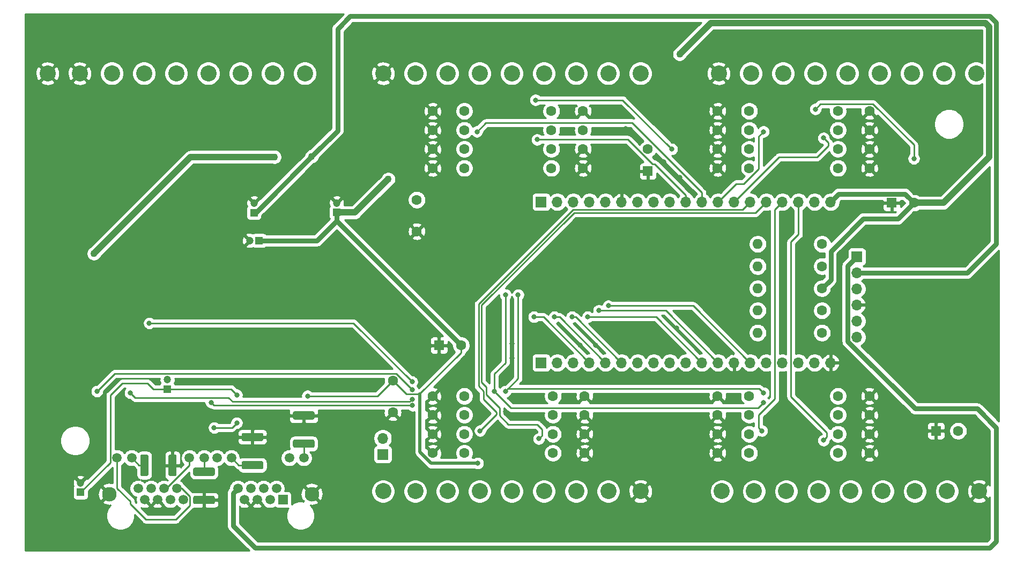
<source format=gbl>
%TF.GenerationSoftware,KiCad,Pcbnew,(5.1.12)-1*%
%TF.CreationDate,2023-05-21T12:59:29+02:00*%
%TF.ProjectId,roomcontroller,726f6f6d-636f-46e7-9472-6f6c6c65722e,rev?*%
%TF.SameCoordinates,Original*%
%TF.FileFunction,Copper,L2,Bot*%
%TF.FilePolarity,Positive*%
%FSLAX46Y46*%
G04 Gerber Fmt 4.6, Leading zero omitted, Abs format (unit mm)*
G04 Created by KiCad (PCBNEW (5.1.12)-1) date 2023-05-21 12:59:29*
%MOMM*%
%LPD*%
G01*
G04 APERTURE LIST*
%TA.AperFunction,ComponentPad*%
%ADD10O,1.600000X1.600000*%
%TD*%
%TA.AperFunction,ComponentPad*%
%ADD11C,1.600000*%
%TD*%
%TA.AperFunction,ComponentPad*%
%ADD12O,1.700000X1.700000*%
%TD*%
%TA.AperFunction,ComponentPad*%
%ADD13R,1.700000X1.700000*%
%TD*%
%TA.AperFunction,ComponentPad*%
%ADD14R,1.600000X1.600000*%
%TD*%
%TA.AperFunction,ComponentPad*%
%ADD15C,2.540000*%
%TD*%
%TA.AperFunction,ComponentPad*%
%ADD16C,1.200000*%
%TD*%
%TA.AperFunction,ComponentPad*%
%ADD17R,1.200000X1.200000*%
%TD*%
%TA.AperFunction,ComponentPad*%
%ADD18C,1.500000*%
%TD*%
%TA.AperFunction,ComponentPad*%
%ADD19C,2.300000*%
%TD*%
%TA.AperFunction,ComponentPad*%
%ADD20R,1.500000X1.500000*%
%TD*%
%TA.AperFunction,ViaPad*%
%ADD21C,0.800000*%
%TD*%
%TA.AperFunction,ViaPad*%
%ADD22C,1.100000*%
%TD*%
%TA.AperFunction,Conductor*%
%ADD23C,0.250000*%
%TD*%
%TA.AperFunction,Conductor*%
%ADD24C,0.750000*%
%TD*%
%TA.AperFunction,Conductor*%
%ADD25C,1.000000*%
%TD*%
%TA.AperFunction,Conductor*%
%ADD26C,0.500000*%
%TD*%
%TA.AperFunction,Conductor*%
%ADD27C,0.254000*%
%TD*%
%TA.AperFunction,Conductor*%
%ADD28C,0.100000*%
%TD*%
G04 APERTURE END LIST*
D10*
%TO.P,R35,2*%
%TO.N,Net-(D6-Pad2)*%
X141740000Y-62400000D03*
D11*
%TO.P,R35,1*%
%TO.N,+12V*%
X151900000Y-62400000D03*
%TD*%
D10*
%TO.P,R4,2*%
%TO.N,Net-(D5-Pad2)*%
X141740000Y-65900000D03*
D11*
%TO.P,R4,1*%
%TO.N,+5V*%
X151900000Y-65900000D03*
%TD*%
D10*
%TO.P,R3,2*%
%TO.N,Net-(D4-Pad2)*%
X141740000Y-69400000D03*
D11*
%TO.P,R3,1*%
%TO.N,+3V3*%
X151900000Y-69400000D03*
%TD*%
D10*
%TO.P,R2,2*%
%TO.N,Net-(D3-Pad2)*%
X141740000Y-72900000D03*
D11*
%TO.P,R2,1*%
%TO.N,DEBUG_1*%
X151900000Y-72900000D03*
%TD*%
D10*
%TO.P,R1,2*%
%TO.N,Net-(D2-Pad2)*%
X141740000Y-76400000D03*
D11*
%TO.P,R1,1*%
%TO.N,DEBUG_0*%
X151900000Y-76400000D03*
%TD*%
D12*
%TO.P,J7,6*%
%TO.N,DEBUG_0*%
X157400000Y-77100000D03*
%TO.P,J7,5*%
%TO.N,DEBUG_1*%
X157400000Y-74560000D03*
%TO.P,J7,4*%
%TO.N,GND*%
X157400000Y-72020000D03*
%TO.P,J7,3*%
%TO.N,+3V3*%
X157400000Y-69480000D03*
%TO.P,J7,2*%
%TO.N,+5V*%
X157400000Y-66940000D03*
D13*
%TO.P,J7,1*%
%TO.N,+12V*%
X157400000Y-64400000D03*
%TD*%
D11*
%TO.P,C43,2*%
%TO.N,4_2Y3*%
X140400000Y-47400000D03*
%TO.P,C43,1*%
%TO.N,GND*%
X135400000Y-47400000D03*
%TD*%
%TO.P,C42,2*%
%TO.N,3_2Y3*%
X109400000Y-89400000D03*
%TO.P,C42,1*%
%TO.N,GND*%
X114400000Y-89400000D03*
%TD*%
%TO.P,C41,2*%
%TO.N,4_2Y2*%
X140400000Y-44400000D03*
%TO.P,C41,1*%
%TO.N,GND*%
X135400000Y-44400000D03*
%TD*%
%TO.P,C40,2*%
%TO.N,3_2Y2*%
X109400000Y-92400000D03*
%TO.P,C40,1*%
%TO.N,GND*%
X114400000Y-92400000D03*
%TD*%
%TO.P,C39,2*%
%TO.N,4_2Y1*%
X140400000Y-50400000D03*
%TO.P,C39,1*%
%TO.N,GND*%
X135400000Y-50400000D03*
%TD*%
%TO.P,C38,2*%
%TO.N,3_2Y1*%
X109400000Y-86400000D03*
%TO.P,C38,1*%
%TO.N,GND*%
X114400000Y-86400000D03*
%TD*%
%TO.P,C37,2*%
%TO.N,4_2Y0*%
X140400000Y-41400000D03*
%TO.P,C37,1*%
%TO.N,GND*%
X135400000Y-41400000D03*
%TD*%
%TO.P,C36,2*%
%TO.N,3_2Y0*%
X109400000Y-95400000D03*
%TO.P,C36,1*%
%TO.N,GND*%
X114400000Y-95400000D03*
%TD*%
%TO.P,C35,2*%
%TO.N,GND*%
X159400000Y-50400000D03*
%TO.P,C35,1*%
%TO.N,4_1Y3*%
X154400000Y-50400000D03*
%TD*%
%TO.P,C34,2*%
%TO.N,4_1Y0*%
X154400000Y-47400000D03*
%TO.P,C34,1*%
%TO.N,GND*%
X159400000Y-47400000D03*
%TD*%
%TO.P,C33,2*%
%TO.N,GND*%
X90400000Y-86400000D03*
%TO.P,C33,1*%
%TO.N,3_1Y3*%
X95400000Y-86400000D03*
%TD*%
%TO.P,C32,2*%
%TO.N,3_1Y0*%
X95400000Y-89400000D03*
%TO.P,C32,1*%
%TO.N,GND*%
X90400000Y-89400000D03*
%TD*%
%TO.P,C31,2*%
%TO.N,GND*%
X159400000Y-41400000D03*
%TO.P,C31,1*%
%TO.N,4_1Y2*%
X154400000Y-41400000D03*
%TD*%
%TO.P,C30,2*%
%TO.N,4_1Y1*%
X154400000Y-44400000D03*
%TO.P,C30,1*%
%TO.N,GND*%
X159400000Y-44400000D03*
%TD*%
%TO.P,C29,2*%
%TO.N,GND*%
X90400000Y-95400000D03*
%TO.P,C29,1*%
%TO.N,3_1Y2*%
X95400000Y-95400000D03*
%TD*%
%TO.P,C28,2*%
%TO.N,3_1Y1*%
X95400000Y-92400000D03*
%TO.P,C28,1*%
%TO.N,GND*%
X90400000Y-92400000D03*
%TD*%
%TO.P,C26,2*%
%TO.N,2_2Y3*%
X154400000Y-89400000D03*
%TO.P,C26,1*%
%TO.N,GND*%
X159400000Y-89400000D03*
%TD*%
%TO.P,C25,2*%
%TO.N,1_2Y3*%
X95400000Y-47400000D03*
%TO.P,C25,1*%
%TO.N,GND*%
X90400000Y-47400000D03*
%TD*%
%TO.P,C24,2*%
%TO.N,2_2Y2*%
X154400000Y-92400000D03*
%TO.P,C24,1*%
%TO.N,GND*%
X159400000Y-92400000D03*
%TD*%
%TO.P,C23,2*%
%TO.N,1_2Y2*%
X95400000Y-44400000D03*
%TO.P,C23,1*%
%TO.N,GND*%
X90400000Y-44400000D03*
%TD*%
%TO.P,C22,2*%
%TO.N,2_2Y1*%
X154400000Y-86400000D03*
%TO.P,C22,1*%
%TO.N,GND*%
X159400000Y-86400000D03*
%TD*%
%TO.P,C21,2*%
%TO.N,1_2Y1*%
X95400000Y-50400000D03*
%TO.P,C21,1*%
%TO.N,GND*%
X90400000Y-50400000D03*
%TD*%
%TO.P,C20,2*%
%TO.N,2_2Y0*%
X154400000Y-95400000D03*
%TO.P,C20,1*%
%TO.N,GND*%
X159400000Y-95400000D03*
%TD*%
%TO.P,C19,2*%
%TO.N,1_2Y0*%
X95400000Y-41400000D03*
%TO.P,C19,1*%
%TO.N,GND*%
X90400000Y-41400000D03*
%TD*%
%TO.P,C18,2*%
%TO.N,GND*%
X135400000Y-86400000D03*
%TO.P,C18,1*%
%TO.N,2_1Y3*%
X140400000Y-86400000D03*
%TD*%
%TO.P,C16,2*%
%TO.N,2_1Y0*%
X140400000Y-89400000D03*
%TO.P,C16,1*%
%TO.N,GND*%
X135400000Y-89400000D03*
%TD*%
%TO.P,C15,2*%
%TO.N,GND*%
X114150000Y-50400000D03*
%TO.P,C15,1*%
%TO.N,1_1Y3*%
X109150000Y-50400000D03*
%TD*%
%TO.P,C14,2*%
%TO.N,1_1Y0*%
X109150000Y-47400000D03*
%TO.P,C14,1*%
%TO.N,GND*%
X114150000Y-47400000D03*
%TD*%
%TO.P,C10,2*%
%TO.N,GND*%
X135400000Y-95400000D03*
%TO.P,C10,1*%
%TO.N,2_1Y2*%
X140400000Y-95400000D03*
%TD*%
%TO.P,C9,2*%
%TO.N,2_1Y1*%
X140400000Y-92400000D03*
%TO.P,C9,1*%
%TO.N,GND*%
X135400000Y-92400000D03*
%TD*%
%TO.P,C8,2*%
%TO.N,GND*%
X114150000Y-41400000D03*
%TO.P,C8,1*%
%TO.N,1_1Y2*%
X109150000Y-41400000D03*
%TD*%
%TO.P,C7,2*%
%TO.N,1_1Y1*%
X109150000Y-44400000D03*
%TO.P,C7,1*%
%TO.N,GND*%
X114150000Y-44400000D03*
%TD*%
%TO.P,C45,2*%
%TO.N,+3V3*%
X173400000Y-91900000D03*
D14*
%TO.P,C45,1*%
%TO.N,GND*%
X169900000Y-91900000D03*
%TD*%
D11*
%TO.P,C44,2*%
%TO.N,+3V3*%
X94900000Y-78400000D03*
D14*
%TO.P,C44,1*%
%TO.N,GND*%
X91400000Y-78400000D03*
%TD*%
D11*
%TO.P,C27,2*%
%TO.N,+3V3*%
X166400000Y-55900000D03*
D14*
%TO.P,C27,1*%
%TO.N,GND*%
X162900000Y-55900000D03*
%TD*%
D11*
%TO.P,C13,2*%
%TO.N,+3V3*%
X124400000Y-47400000D03*
D14*
%TO.P,C13,1*%
%TO.N,GND*%
X124400000Y-50900000D03*
%TD*%
D11*
%TO.P,C11,2*%
%TO.N,Net-(C11-Pad2)*%
X87900000Y-55400000D03*
%TO.P,C11,1*%
%TO.N,GND*%
X87900000Y-60400000D03*
%TD*%
%TO.P,R34,2*%
%TO.N,GND*%
%TA.AperFunction,SMDPad,CuDef*%
G36*
G01*
X52849999Y-102175000D02*
X55750001Y-102175000D01*
G75*
G02*
X56000000Y-102424999I0J-249999D01*
G01*
X56000000Y-103225001D01*
G75*
G02*
X55750001Y-103475000I-249999J0D01*
G01*
X52849999Y-103475000D01*
G75*
G02*
X52600000Y-103225001I0J249999D01*
G01*
X52600000Y-102424999D01*
G75*
G02*
X52849999Y-102175000I249999J0D01*
G01*
G37*
%TD.AperFunction*%
%TO.P,R34,1*%
%TO.N,Net-(J1-Pad21)*%
%TA.AperFunction,SMDPad,CuDef*%
G36*
G01*
X52849999Y-97725000D02*
X55750001Y-97725000D01*
G75*
G02*
X56000000Y-97974999I0J-249999D01*
G01*
X56000000Y-98775001D01*
G75*
G02*
X55750001Y-99025000I-249999J0D01*
G01*
X52849999Y-99025000D01*
G75*
G02*
X52600000Y-98775001I0J249999D01*
G01*
X52600000Y-97974999D01*
G75*
G02*
X52849999Y-97725000I249999J0D01*
G01*
G37*
%TD.AperFunction*%
%TD*%
%TO.P,R33,2*%
%TO.N,GND*%
%TA.AperFunction,SMDPad,CuDef*%
G36*
G01*
X71500001Y-90125000D02*
X68599999Y-90125000D01*
G75*
G02*
X68350000Y-89875001I0J249999D01*
G01*
X68350000Y-89074999D01*
G75*
G02*
X68599999Y-88825000I249999J0D01*
G01*
X71500001Y-88825000D01*
G75*
G02*
X71750000Y-89074999I0J-249999D01*
G01*
X71750000Y-89875001D01*
G75*
G02*
X71500001Y-90125000I-249999J0D01*
G01*
G37*
%TD.AperFunction*%
%TO.P,R33,1*%
%TO.N,Net-(J1-Pad9)*%
%TA.AperFunction,SMDPad,CuDef*%
G36*
G01*
X71500001Y-94575000D02*
X68599999Y-94575000D01*
G75*
G02*
X68350000Y-94325001I0J249999D01*
G01*
X68350000Y-93524999D01*
G75*
G02*
X68599999Y-93275000I249999J0D01*
G01*
X71500001Y-93275000D01*
G75*
G02*
X71750000Y-93524999I0J-249999D01*
G01*
X71750000Y-94325001D01*
G75*
G02*
X71500001Y-94575000I-249999J0D01*
G01*
G37*
%TD.AperFunction*%
%TD*%
%TO.P,R32,2*%
%TO.N,GND*%
%TA.AperFunction,SMDPad,CuDef*%
G36*
G01*
X48675000Y-98800001D02*
X48675000Y-95899999D01*
G75*
G02*
X48924999Y-95650000I249999J0D01*
G01*
X49725001Y-95650000D01*
G75*
G02*
X49975000Y-95899999I0J-249999D01*
G01*
X49975000Y-98800001D01*
G75*
G02*
X49725001Y-99050000I-249999J0D01*
G01*
X48924999Y-99050000D01*
G75*
G02*
X48675000Y-98800001I0J249999D01*
G01*
G37*
%TD.AperFunction*%
%TO.P,R32,1*%
%TO.N,Net-(J1-Pad23)*%
%TA.AperFunction,SMDPad,CuDef*%
G36*
G01*
X44225000Y-98800001D02*
X44225000Y-95899999D01*
G75*
G02*
X44474999Y-95650000I249999J0D01*
G01*
X45275001Y-95650000D01*
G75*
G02*
X45525000Y-95899999I0J-249999D01*
G01*
X45525000Y-98800001D01*
G75*
G02*
X45275001Y-99050000I-249999J0D01*
G01*
X44474999Y-99050000D01*
G75*
G02*
X44225000Y-98800001I0J249999D01*
G01*
G37*
%TD.AperFunction*%
%TD*%
%TO.P,R31,2*%
%TO.N,Net-(J1-Pad11)*%
%TA.AperFunction,SMDPad,CuDef*%
G36*
G01*
X60499999Y-96675000D02*
X63400001Y-96675000D01*
G75*
G02*
X63650000Y-96924999I0J-249999D01*
G01*
X63650000Y-97725001D01*
G75*
G02*
X63400001Y-97975000I-249999J0D01*
G01*
X60499999Y-97975000D01*
G75*
G02*
X60250000Y-97725001I0J249999D01*
G01*
X60250000Y-96924999D01*
G75*
G02*
X60499999Y-96675000I249999J0D01*
G01*
G37*
%TD.AperFunction*%
%TO.P,R31,1*%
%TO.N,GND*%
%TA.AperFunction,SMDPad,CuDef*%
G36*
G01*
X60499999Y-92225000D02*
X63400001Y-92225000D01*
G75*
G02*
X63650000Y-92474999I0J-249999D01*
G01*
X63650000Y-93275001D01*
G75*
G02*
X63400001Y-93525000I-249999J0D01*
G01*
X60499999Y-93525000D01*
G75*
G02*
X60250000Y-93275001I0J249999D01*
G01*
X60250000Y-92474999D01*
G75*
G02*
X60499999Y-92225000I249999J0D01*
G01*
G37*
%TD.AperFunction*%
%TD*%
D12*
%TO.P,ESP1,22*%
%TO.N,Net-(ESP1-Pad22)*%
X112620000Y-55750000D03*
%TO.P,ESP1,23*%
%TO.N,Net-(ESP1-Pad23)*%
X115160000Y-55750000D03*
D13*
%TO.P,ESP1,20*%
%TO.N,Net-(ESP1-Pad20)*%
X107540000Y-55750000D03*
D12*
%TO.P,ESP1,25*%
%TO.N,GND*%
X120240000Y-55750000D03*
%TO.P,ESP1,28*%
%TO.N,S0*%
X127860000Y-55750000D03*
%TO.P,ESP1,21*%
%TO.N,Net-(ESP1-Pad21)*%
X110080000Y-55750000D03*
%TO.P,ESP1,24*%
%TO.N,DEBUG_1*%
X117700000Y-55750000D03*
%TO.P,ESP1,26*%
%TO.N,DEBUG_0*%
X122780000Y-55750000D03*
%TO.P,ESP1,29*%
%TO.N,Y8*%
X130400000Y-55750000D03*
%TO.P,ESP1,27*%
%TO.N,S1*%
X125320000Y-55750000D03*
%TO.P,ESP1,33*%
%TO.N,Y4*%
X140560000Y-55750000D03*
%TO.P,ESP1,30*%
%TO.N,Y7*%
X132940000Y-55750000D03*
%TO.P,ESP1,37*%
%TO.N,Net-(ESP1-Pad37)*%
X150720000Y-55750000D03*
%TO.P,ESP1,31*%
%TO.N,Y6*%
X135480000Y-55750000D03*
%TO.P,ESP1,38*%
%TO.N,+3V3*%
X153260000Y-55750000D03*
%TO.P,ESP1,34*%
%TO.N,Y3*%
X143100000Y-55750000D03*
%TO.P,ESP1,32*%
%TO.N,Y5*%
X138020000Y-55750000D03*
%TO.P,ESP1,35*%
%TO.N,Y2*%
X145640000Y-55750000D03*
%TO.P,ESP1,36*%
%TO.N,Y1*%
X148180000Y-55750000D03*
%TO.P,ESP1,3*%
%TO.N,Net-(ESP1-Pad3)*%
X112620000Y-81150000D03*
%TO.P,ESP1,4*%
%TO.N,LP-LSD1*%
X115160000Y-81150000D03*
D13*
%TO.P,ESP1,1*%
%TO.N,Net-(ESP1-Pad1)*%
X107540000Y-81150000D03*
D12*
%TO.P,ESP1,6*%
%TO.N,LP-LSD3*%
X120240000Y-81150000D03*
%TO.P,ESP1,9*%
%TO.N,MB_TX_U2*%
X127860000Y-81150000D03*
%TO.P,ESP1,2*%
%TO.N,Net-(ESP1-Pad2)*%
X110080000Y-81150000D03*
%TO.P,ESP1,5*%
%TO.N,LP-LSD2*%
X117700000Y-81150000D03*
%TO.P,ESP1,7*%
%TO.N,CAN_RX*%
X122780000Y-81150000D03*
%TO.P,ESP1,10*%
%TO.N,CAN_TX*%
X130400000Y-81150000D03*
%TO.P,ESP1,8*%
%TO.N,MB_RX_U2*%
X125320000Y-81150000D03*
%TO.P,ESP1,14*%
%TO.N,LP-LSD6*%
X140560000Y-81150000D03*
%TO.P,ESP1,11*%
%TO.N,LP-LSD4*%
X132940000Y-81150000D03*
%TO.P,ESP1,18*%
%TO.N,MB_DIR_CTRL_U2*%
X150720000Y-81150000D03*
%TO.P,ESP1,12*%
%TO.N,LP-LSD5*%
X135480000Y-81150000D03*
%TO.P,ESP1,19*%
%TO.N,GND*%
X153260000Y-81150000D03*
%TO.P,ESP1,15*%
%TO.N,MB_RX_U0*%
X143100000Y-81150000D03*
%TO.P,ESP1,13*%
%TO.N,GND*%
X138020000Y-81150000D03*
%TO.P,ESP1,16*%
%TO.N,MB_TX_U0*%
X145640000Y-81150000D03*
%TO.P,ESP1,17*%
%TO.N,MB_DIR_CTRL_U0*%
X148180000Y-81150000D03*
%TD*%
D15*
%TO.P,J6,9*%
%TO.N,GND*%
X176720000Y-101450000D03*
%TO.P,J6,8*%
%TO.N,2_2Y0*%
X171640000Y-101450000D03*
%TO.P,J6,7*%
%TO.N,2_2Y2*%
X166560000Y-101450000D03*
%TO.P,J6,6*%
%TO.N,2_2Y3*%
X161480000Y-101450000D03*
%TO.P,J6,5*%
%TO.N,2_2Y1*%
X156400000Y-101450000D03*
%TO.P,J6,4*%
%TO.N,2_1Y3*%
X151320000Y-101450000D03*
%TO.P,J6,3*%
%TO.N,2_1Y0*%
X146240000Y-101450000D03*
%TO.P,J6,2*%
%TO.N,2_1Y1*%
X141160000Y-101450000D03*
%TO.P,J6,1*%
%TO.N,2_1Y2*%
X136080000Y-101450000D03*
%TD*%
%TO.P,J5,9*%
%TO.N,GND*%
X123220000Y-101450000D03*
%TO.P,J5,8*%
%TO.N,3_2Y0*%
X118140000Y-101450000D03*
%TO.P,J5,7*%
%TO.N,3_2Y2*%
X113060000Y-101450000D03*
%TO.P,J5,6*%
%TO.N,3_2Y3*%
X107980000Y-101450000D03*
%TO.P,J5,5*%
%TO.N,3_2Y1*%
X102900000Y-101450000D03*
%TO.P,J5,4*%
%TO.N,3_1Y3*%
X97820000Y-101450000D03*
%TO.P,J5,3*%
%TO.N,3_1Y0*%
X92740000Y-101450000D03*
%TO.P,J5,2*%
%TO.N,3_1Y1*%
X87660000Y-101450000D03*
%TO.P,J5,1*%
%TO.N,3_1Y2*%
X82580000Y-101450000D03*
%TD*%
%TO.P,J2,9*%
%TO.N,GND*%
X135580000Y-35450000D03*
%TO.P,J2,8*%
%TO.N,4_2Y0*%
X140660000Y-35450000D03*
%TO.P,J2,7*%
%TO.N,4_2Y2*%
X145740000Y-35450000D03*
%TO.P,J2,6*%
%TO.N,4_2Y3*%
X150820000Y-35450000D03*
%TO.P,J2,5*%
%TO.N,4_2Y1*%
X155900000Y-35450000D03*
%TO.P,J2,4*%
%TO.N,4_1Y3*%
X160980000Y-35450000D03*
%TO.P,J2,3*%
%TO.N,4_1Y0*%
X166060000Y-35450000D03*
%TO.P,J2,2*%
%TO.N,4_1Y1*%
X171140000Y-35450000D03*
%TO.P,J2,1*%
%TO.N,4_1Y2*%
X176220000Y-35450000D03*
%TD*%
%TO.P,J4,4*%
%TO.N,1_1Y3*%
X107980000Y-35450000D03*
%TO.P,J4,3*%
%TO.N,1_1Y0*%
X113060000Y-35450000D03*
%TO.P,J4,2*%
%TO.N,1_1Y1*%
X118140000Y-35450000D03*
%TO.P,J4,1*%
%TO.N,1_1Y2*%
X123220000Y-35450000D03*
%TO.P,J4,9*%
%TO.N,GND*%
X82580000Y-35450000D03*
%TO.P,J4,8*%
%TO.N,1_2Y0*%
X87660000Y-35450000D03*
%TO.P,J4,7*%
%TO.N,1_2Y2*%
X92740000Y-35450000D03*
%TO.P,J4,6*%
%TO.N,1_2Y3*%
X97820000Y-35450000D03*
%TO.P,J4,5*%
%TO.N,1_2Y1*%
X102900000Y-35450000D03*
%TD*%
%TO.P,J3,4*%
%TO.N,Net-(J3-Pad4)*%
X54980000Y-35450000D03*
%TO.P,J3,3*%
%TO.N,Net-(J3-Pad3)*%
X60060000Y-35450000D03*
%TO.P,J3,2*%
%TO.N,Net-(J3-Pad2)*%
X65140000Y-35450000D03*
%TO.P,J3,1*%
%TO.N,Net-(C11-Pad2)*%
X70220000Y-35450000D03*
%TO.P,J3,9*%
%TO.N,GND*%
X29580000Y-35450000D03*
%TO.P,J3,8*%
X34660000Y-35450000D03*
%TO.P,J3,7*%
%TO.N,Net-(J3-Pad7)*%
X39740000Y-35450000D03*
%TO.P,J3,6*%
%TO.N,Net-(J3-Pad6)*%
X44820000Y-35450000D03*
%TO.P,J3,5*%
%TO.N,Net-(J3-Pad5)*%
X49900000Y-35450000D03*
%TD*%
D16*
%TO.P,C2,2*%
%TO.N,GND*%
X48500000Y-83800000D03*
D17*
%TO.P,C2,1*%
%TO.N,+5V*%
X48500000Y-85300000D03*
%TD*%
D16*
%TO.P,C17,2*%
%TO.N,GND*%
X34800000Y-100100000D03*
D17*
%TO.P,C17,1*%
%TO.N,+5V*%
X34800000Y-101600000D03*
%TD*%
D16*
%TO.P,C6,2*%
%TO.N,GND*%
X61500000Y-61840000D03*
D17*
%TO.P,C6,1*%
%TO.N,+3V3*%
X63000000Y-61840000D03*
%TD*%
D16*
%TO.P,C5,2*%
%TO.N,GND*%
X75240000Y-55920000D03*
D17*
%TO.P,C5,1*%
%TO.N,+3V3*%
X75240000Y-57420000D03*
%TD*%
D16*
%TO.P,C3,2*%
%TO.N,GND*%
X62200000Y-55940000D03*
D17*
%TO.P,C3,1*%
%TO.N,+5V*%
X62200000Y-57440000D03*
%TD*%
D11*
%TO.P,C12,2*%
%TO.N,+3V3*%
X84100000Y-84000000D03*
%TO.P,C12,1*%
%TO.N,GND*%
X84100000Y-89000000D03*
%TD*%
D12*
%TO.P,120R_enable1,2*%
%TO.N,Net-(120R_enable1-Pad2)*%
X82530000Y-93070000D03*
D13*
%TO.P,120R_enable1,1*%
%TO.N,CAN_L*%
X82530000Y-95610000D03*
%TD*%
D18*
%TO.P,J1,19*%
%TO.N,GND*%
X44904000Y-102770000D03*
%TO.P,J1,18*%
%TO.N,Net-(J1-Pad18)*%
X45920000Y-100990000D03*
%TO.P,J1,17*%
%TO.N,GND*%
X46936000Y-102770000D03*
%TO.P,J1,16*%
%TO.N,MB_B_0-*%
X47952000Y-100990000D03*
%TO.P,J1,20*%
%TO.N,Net-(J1-Pad20)*%
X43888000Y-100990000D03*
%TO.P,J1,13*%
%TO.N,MB_A_2+*%
X51000000Y-102770000D03*
%TO.P,J1,14*%
%TO.N,MB_B_2-*%
X49984000Y-100990000D03*
%TO.P,J1,15*%
%TO.N,MB_A_0+*%
X48968000Y-102770000D03*
%TO.P,J1,21*%
%TO.N,Net-(J1-Pad21)*%
X54300000Y-96170000D03*
%TO.P,J1,24*%
%TO.N,MB_B_2-*%
X40580000Y-96170000D03*
%TO.P,J1,23*%
%TO.N,Net-(J1-Pad23)*%
X42870000Y-96170000D03*
%TO.P,J1,22*%
%TO.N,MB_B_0-*%
X52010000Y-96170000D03*
%TO.P,J1,12*%
%TO.N,CAN_TX*%
X56330000Y-96170000D03*
%TO.P,J1,11*%
%TO.N,Net-(J1-Pad11)*%
X58620000Y-96170000D03*
%TO.P,J1,10*%
%TO.N,CAN_RX*%
X67760000Y-96170000D03*
%TO.P,J1,9*%
%TO.N,Net-(J1-Pad9)*%
X70050000Y-96170000D03*
D19*
%TO.P,J1,SH*%
%TO.N,GND*%
X71320000Y-101880000D03*
X39320000Y-101880000D03*
D18*
%TO.P,J1,8*%
%TO.N,+12V*%
X59638000Y-100990000D03*
%TO.P,J1,6*%
%TO.N,Net-(J1-Pad6)*%
X61670000Y-100990000D03*
%TO.P,J1,4*%
%TO.N,+12V*%
X63702000Y-100990000D03*
%TO.P,J1,2*%
%TO.N,CAN_L*%
X65734000Y-100990000D03*
%TO.P,J1,7*%
%TO.N,GND*%
X60654000Y-102770000D03*
%TO.P,J1,5*%
X62686000Y-102770000D03*
%TO.P,J1,3*%
%TO.N,Net-(J1-Pad3)*%
X64718000Y-102770000D03*
D20*
%TO.P,J1,1*%
%TO.N,CAN_H*%
X66750000Y-102770000D03*
%TD*%
D21*
%TO.N,GND*%
X116150000Y-48400000D03*
X117650000Y-50650000D03*
X111650000Y-44400000D03*
X138650000Y-75650000D03*
X135150000Y-98150000D03*
X131650000Y-96150000D03*
X139150000Y-98150000D03*
X143900000Y-98150000D03*
X157150000Y-89400000D03*
X137900000Y-89400000D03*
X87900000Y-97650000D03*
X55150000Y-92650000D03*
X57900000Y-92650000D03*
X46150000Y-92650000D03*
X43400000Y-92650000D03*
X46900000Y-97150000D03*
X51900000Y-99900000D03*
X37400000Y-90150000D03*
X32650000Y-78650000D03*
X44400000Y-67150000D03*
X44900000Y-50150000D03*
X48150000Y-49650000D03*
X53650000Y-50150000D03*
X148650000Y-39150000D03*
X142650000Y-42400000D03*
X133150000Y-44900000D03*
X152400000Y-43400000D03*
X161900000Y-47400000D03*
X78900000Y-43650000D03*
X36650000Y-78400000D03*
X111650000Y-48900000D03*
X111650000Y-41650000D03*
X119400000Y-41650000D03*
X51400000Y-92650000D03*
X38150000Y-37400000D03*
X40400000Y-40400000D03*
X45400000Y-40400000D03*
X50650000Y-40400000D03*
X50650000Y-84150000D03*
X55650000Y-81400000D03*
X75150000Y-85400000D03*
X80400000Y-84150000D03*
X111900000Y-86650000D03*
X101900000Y-88900000D03*
X61900000Y-90650000D03*
X69650000Y-91650000D03*
X61650000Y-85900000D03*
X65150000Y-85900000D03*
X148900000Y-76400000D03*
X148900000Y-72900000D03*
X132650000Y-75650000D03*
X125400000Y-75650000D03*
X128900000Y-75650000D03*
X119650000Y-78400000D03*
X116150000Y-78400000D03*
X113650000Y-78400000D03*
X145650000Y-78900000D03*
X145650000Y-76400000D03*
X145650000Y-63150000D03*
X145650000Y-66400000D03*
X145650000Y-69900000D03*
X145650000Y-58900000D03*
X129400000Y-51900000D03*
X126900000Y-49400000D03*
X122150000Y-45150000D03*
X120900000Y-44150000D03*
X102900000Y-80400000D03*
X102900000Y-78150000D03*
X43150000Y-98900000D03*
X107150000Y-50650000D03*
X104450000Y-52100000D03*
X104750000Y-40300000D03*
X152100000Y-96500000D03*
X112050000Y-92350000D03*
X111500000Y-90000000D03*
X97150000Y-95650000D03*
X72450000Y-95400000D03*
X36000000Y-85600000D03*
X107300000Y-86700000D03*
X92900000Y-89450000D03*
X97300000Y-86500000D03*
X99900000Y-79100000D03*
X97150000Y-89650000D03*
X157100000Y-47400000D03*
D22*
%TO.N,+12V*%
X65415000Y-48650000D03*
X36915000Y-63900000D03*
D21*
%TO.N,+5V*%
X59462500Y-86212500D03*
D22*
X71314501Y-48564501D03*
D21*
%TO.N,Y4*%
X97900000Y-91900000D03*
%TO.N,S1*%
X100150000Y-85650000D03*
X101900000Y-70400000D03*
X142650000Y-87400000D03*
%TO.N,+3V3*%
X70650000Y-86400000D03*
X150840000Y-41090000D03*
X166400000Y-48900000D03*
X106650000Y-39650000D03*
X128150000Y-47400000D03*
D22*
X83400000Y-52150000D03*
X129400000Y-32400000D03*
D21*
X97525000Y-97025000D03*
%TO.N,Y3*%
X107150000Y-93150000D03*
%TO.N,S0*%
X101900000Y-85650000D03*
X103900000Y-70400000D03*
X142650000Y-85900000D03*
%TO.N,Y2*%
X142400000Y-91900000D03*
%TO.N,Y1*%
X152150000Y-93400000D03*
%TO.N,LP-LSD2*%
X109650000Y-73900000D03*
%TO.N,LP-LSD5*%
X116650000Y-72900000D03*
%TO.N,LP-LSD4*%
X114900000Y-73900000D03*
%TO.N,LP-LSD1*%
X106400000Y-73900000D03*
%TO.N,LP-LSD3*%
X112400000Y-73900000D03*
%TO.N,LP-LSD6*%
X118150000Y-72150000D03*
%TO.N,MB_DIR_CTRL_U0*%
X87150000Y-86900000D03*
X42650000Y-85900000D03*
%TO.N,MB_DIR_CTRL_U2*%
X87223002Y-87900000D03*
X55400000Y-87400000D03*
%TO.N,MB_RX_U0*%
X87150000Y-84150000D03*
X45650000Y-74900000D03*
%TO.N,MB_TX_U0*%
X87150000Y-85400000D03*
X37400000Y-85650000D03*
%TO.N,MB_A_2+*%
X59475000Y-90650000D03*
X55900000Y-91400000D03*
%TO.N,Y8*%
X106900000Y-45900000D03*
%TO.N,Y7*%
X97400000Y-44650000D03*
%TO.N,Y6*%
X142650000Y-44650000D03*
%TO.N,Y5*%
X152150000Y-45650000D03*
%TD*%
D23*
%TO.N,Net-(J1-Pad9)*%
X70050000Y-93925000D02*
X70050000Y-96170000D01*
%TO.N,GND*%
X75150000Y-85400000D02*
X79150000Y-85400000D01*
X79150000Y-85400000D02*
X80400000Y-84150000D01*
X80400000Y-84150000D02*
X80400000Y-84150000D01*
D24*
%TO.N,+12V*%
X155974999Y-77784001D02*
X166590998Y-88400000D01*
X155974999Y-65825001D02*
X155974999Y-77784001D01*
X157400000Y-64400000D02*
X155974999Y-65825001D01*
X176400000Y-88400000D02*
X179400000Y-91400000D01*
X166590998Y-88400000D02*
X176400000Y-88400000D01*
X179400000Y-91400000D02*
X179400000Y-109400000D01*
X179400000Y-109400000D02*
X178400000Y-110400000D01*
X178400000Y-110400000D02*
X62400000Y-110400000D01*
X58888001Y-101739999D02*
X59638000Y-100990000D01*
X58888001Y-106888001D02*
X58888001Y-101739999D01*
X62400000Y-110400000D02*
X58888001Y-106888001D01*
D25*
X65415000Y-48650000D02*
X52150000Y-48650000D01*
X52150000Y-48650000D02*
X36900000Y-63900000D01*
D23*
%TO.N,+5V*%
X58550000Y-85300000D02*
X48500000Y-85300000D01*
X59462500Y-86212500D02*
X58550000Y-85300000D01*
X39504999Y-96895001D02*
X39504999Y-86295001D01*
X34800000Y-101600000D02*
X39504999Y-96895001D01*
X39504999Y-86295001D02*
X41400000Y-84400000D01*
X41400000Y-84400000D02*
X45400000Y-84400000D01*
X46300000Y-85300000D02*
X48500000Y-85300000D01*
X45400000Y-84400000D02*
X46300000Y-85300000D01*
D24*
X62439002Y-57440000D02*
X71314501Y-48564501D01*
X62200000Y-57440000D02*
X62439002Y-57440000D01*
X75400000Y-44479002D02*
X75400000Y-28400000D01*
X75400000Y-28400000D02*
X77400000Y-26400000D01*
X77400000Y-26400000D02*
X178400000Y-26400000D01*
X178400000Y-26400000D02*
X179400000Y-27400000D01*
X179400000Y-27400000D02*
X179400000Y-62400000D01*
X174860000Y-66940000D02*
X157400000Y-66940000D01*
X179400000Y-62400000D02*
X174860000Y-66940000D01*
X71314501Y-48564501D02*
X75400000Y-44479002D01*
D23*
%TO.N,Y4*%
X97900000Y-91900000D02*
X97900000Y-91900000D01*
X100499990Y-88999990D02*
X100499990Y-89300010D01*
X98449990Y-86949990D02*
X100499990Y-88999990D01*
X97650000Y-84850000D02*
X98449990Y-85649990D01*
X112624999Y-56925001D02*
X97650000Y-71900000D01*
X100499990Y-89300010D02*
X97900000Y-91900000D01*
X97650000Y-71900000D02*
X97650000Y-84850000D01*
X139384999Y-56925001D02*
X112624999Y-56925001D01*
X98449990Y-85649990D02*
X98449990Y-86949990D01*
X140560000Y-55750000D02*
X139384999Y-56925001D01*
%TO.N,S1*%
X100150000Y-85650000D02*
X100150000Y-82900000D01*
X101900000Y-81150000D02*
X101900000Y-70400000D01*
X100150000Y-82900000D02*
X101900000Y-81150000D01*
X102774999Y-88274999D02*
X141775001Y-88274999D01*
X100150000Y-85650000D02*
X102774999Y-88274999D01*
X141775001Y-88274999D02*
X142650000Y-87400000D01*
X142650000Y-87400000D02*
X142650000Y-87400000D01*
%TO.N,+3V3*%
X81700000Y-86400000D02*
X84100000Y-84000000D01*
X71900000Y-86400000D02*
X81700000Y-86400000D01*
X94900000Y-79531370D02*
X94900000Y-78400000D01*
X88306369Y-86125001D02*
X94900000Y-79531370D01*
X86225001Y-86125001D02*
X88306369Y-86125001D01*
X84100000Y-84000000D02*
X86225001Y-86125001D01*
D24*
X75240000Y-58740000D02*
X94900000Y-78400000D01*
X75240000Y-57420000D02*
X75240000Y-58740000D01*
X72140000Y-61840000D02*
X75240000Y-58740000D01*
X63000000Y-61840000D02*
X72140000Y-61840000D01*
X165024999Y-54524999D02*
X166400000Y-55900000D01*
X154485001Y-54524999D02*
X165024999Y-54524999D01*
X153260000Y-55750000D02*
X154485001Y-54524999D01*
X153275001Y-68024999D02*
X153275001Y-63524999D01*
X151900000Y-69400000D02*
X153275001Y-68024999D01*
X153275001Y-63524999D02*
X158400000Y-58400000D01*
X163900000Y-58400000D02*
X166400000Y-55900000D01*
X158400000Y-58400000D02*
X163900000Y-58400000D01*
D23*
X159940001Y-40274999D02*
X166400000Y-46734998D01*
X151655001Y-40274999D02*
X159940001Y-40274999D01*
X150840000Y-41090000D02*
X151655001Y-40274999D01*
X166400000Y-46734998D02*
X166400000Y-48900000D01*
X166400000Y-48900000D02*
X166400000Y-48900000D01*
X106650000Y-39650000D02*
X120400000Y-39650000D01*
X120400000Y-39650000D02*
X128150000Y-47400000D01*
X128150000Y-47400000D02*
X128150000Y-47400000D01*
D25*
X78130000Y-57420000D02*
X75240000Y-57420000D01*
X83400000Y-52150000D02*
X78130000Y-57420000D01*
X166400000Y-55900000D02*
X171074990Y-55900000D01*
X171074990Y-55900000D02*
X178324990Y-48650000D01*
X178324990Y-28074990D02*
X177725010Y-27475010D01*
X178324990Y-48650000D02*
X178324990Y-28074990D01*
X177725010Y-27475010D02*
X134324990Y-27475010D01*
X134324990Y-27475010D02*
X129400000Y-32400000D01*
X129400000Y-32400000D02*
X129400000Y-32400000D01*
D26*
X90174998Y-97025000D02*
X88400000Y-95250002D01*
X97525000Y-97025000D02*
X90174998Y-97025000D01*
X88400000Y-86218632D02*
X88306369Y-86125001D01*
X88400000Y-95250002D02*
X88400000Y-86218632D01*
D23*
X71900000Y-86400000D02*
X70650000Y-86400000D01*
%TO.N,Y3*%
X107150000Y-93150000D02*
X107150000Y-93150000D01*
X107650000Y-92650000D02*
X107150000Y-93150000D01*
X107650000Y-91650000D02*
X107650000Y-92650000D01*
X106900000Y-90900000D02*
X107650000Y-91650000D01*
X100950000Y-89500000D02*
X102350000Y-90900000D01*
X98900000Y-86200000D02*
X100950000Y-88250000D01*
X102350000Y-90900000D02*
X106900000Y-90900000D01*
X98150000Y-84250000D02*
X98900000Y-85000000D01*
X98150000Y-72036410D02*
X98150000Y-84250000D01*
X112718205Y-57468205D02*
X98150000Y-72036410D01*
X100950000Y-88250000D02*
X100950000Y-89500000D01*
X98900000Y-85000000D02*
X98900000Y-86200000D01*
X141381795Y-57468205D02*
X112718205Y-57468205D01*
X143100000Y-55750000D02*
X141381795Y-57468205D01*
%TO.N,S0*%
X103900000Y-83650000D02*
X101900000Y-85650000D01*
X103900000Y-70400000D02*
X103900000Y-83650000D01*
X102299999Y-85250001D02*
X141000001Y-85250001D01*
X101900000Y-85650000D02*
X102299999Y-85250001D01*
X141000001Y-85250001D02*
X142000001Y-85250001D01*
X142000001Y-85250001D02*
X142650000Y-85900000D01*
X142650000Y-85900000D02*
X142650000Y-85900000D01*
%TO.N,Y2*%
X144464999Y-56925001D02*
X144464999Y-86835001D01*
X145640000Y-55750000D02*
X144464999Y-56925001D01*
X144464999Y-86835001D02*
X141900000Y-89400000D01*
X141900000Y-89400000D02*
X141900000Y-91400000D01*
X141900000Y-91400000D02*
X142400000Y-91900000D01*
X142400000Y-91900000D02*
X142400000Y-91900000D01*
%TO.N,Y1*%
X148180000Y-55750000D02*
X148180000Y-60885009D01*
X147004999Y-62060010D02*
X147004999Y-86504999D01*
X148180000Y-60885009D02*
X147004999Y-62060010D01*
X147004999Y-86504999D02*
X152650000Y-92150000D01*
X152650000Y-92150000D02*
X152650000Y-92900000D01*
X152650000Y-92900000D02*
X152150000Y-93400000D01*
X152150000Y-93400000D02*
X152150000Y-93400000D01*
%TO.N,Net-(J1-Pad21)*%
X54300000Y-98375000D02*
X54300000Y-96170000D01*
%TO.N,Net-(J1-Pad23)*%
X44050000Y-97350000D02*
X42870000Y-96170000D01*
X44875000Y-97350000D02*
X44050000Y-97350000D01*
%TO.N,Net-(J1-Pad11)*%
X59775000Y-97325000D02*
X58620000Y-96170000D01*
X61950000Y-97325000D02*
X59775000Y-97325000D01*
%TO.N,LP-LSD2*%
X117700000Y-81150000D02*
X110450000Y-73900000D01*
X110450000Y-73900000D02*
X109650000Y-73900000D01*
X109650000Y-73900000D02*
X109650000Y-73900000D01*
%TO.N,LP-LSD5*%
X127230000Y-72900000D02*
X135480000Y-81150000D01*
X116650000Y-72900000D02*
X127230000Y-72900000D01*
%TO.N,LP-LSD4*%
X132940000Y-81150000D02*
X125690000Y-73900000D01*
X125690000Y-73900000D02*
X114900000Y-73900000D01*
X114900000Y-73900000D02*
X114900000Y-73900000D01*
%TO.N,LP-LSD1*%
X107910000Y-73900000D02*
X115160000Y-81150000D01*
X106400000Y-73900000D02*
X107910000Y-73900000D01*
%TO.N,LP-LSD3*%
X112990000Y-73900000D02*
X120240000Y-81150000D01*
X112400000Y-73900000D02*
X112990000Y-73900000D01*
%TO.N,LP-LSD6*%
X140560000Y-81150000D02*
X131560000Y-72150000D01*
X131560000Y-72150000D02*
X118150000Y-72150000D01*
X118150000Y-72150000D02*
X118150000Y-72150000D01*
%TO.N,MB_DIR_CTRL_U0*%
X86750001Y-87299999D02*
X58799999Y-87299999D01*
X87150000Y-86900000D02*
X86750001Y-87299999D01*
X58799999Y-87299999D02*
X58150000Y-86650000D01*
X58150000Y-86650000D02*
X43400000Y-86650000D01*
X43400000Y-86650000D02*
X42650000Y-85900000D01*
X42650000Y-85900000D02*
X42650000Y-85900000D01*
%TO.N,MB_DIR_CTRL_U2*%
X84640001Y-87874999D02*
X55874999Y-87874999D01*
X84665002Y-87900000D02*
X84640001Y-87874999D01*
X87223002Y-87900000D02*
X84665002Y-87900000D01*
X55874999Y-87874999D02*
X55400000Y-87400000D01*
X55400000Y-87400000D02*
X55400000Y-87400000D01*
%TO.N,MB_RX_U0*%
X87150000Y-84150000D02*
X77900000Y-74900000D01*
X77900000Y-74900000D02*
X45650000Y-74900000D01*
X45650000Y-74900000D02*
X45650000Y-74900000D01*
%TO.N,MB_TX_U0*%
X84624999Y-82874999D02*
X40175001Y-82874999D01*
X87150000Y-85400000D02*
X84624999Y-82874999D01*
X40175001Y-82874999D02*
X37400000Y-85650000D01*
X37400000Y-85650000D02*
X37400000Y-85650000D01*
%TO.N,MB_B_0-*%
X52010000Y-97328190D02*
X52010000Y-96170000D01*
X48348190Y-100990000D02*
X52010000Y-97328190D01*
X47952000Y-100990000D02*
X48348190Y-100990000D01*
%TO.N,MB_A_2+*%
X59475000Y-90650000D02*
X58725000Y-91400000D01*
X58725000Y-91400000D02*
X55900000Y-91400000D01*
X55900000Y-91400000D02*
X55900000Y-91400000D01*
%TO.N,MB_B_2-*%
X52075001Y-102253999D02*
X50811002Y-100990000D01*
X52075001Y-103663169D02*
X52075001Y-102253999D01*
X42650000Y-103400000D02*
X45150000Y-105900000D01*
X49838170Y-105900000D02*
X52075001Y-103663169D01*
X40580000Y-100956998D02*
X42650000Y-103026998D01*
X50811002Y-100990000D02*
X49984000Y-100990000D01*
X45150000Y-105900000D02*
X49838170Y-105900000D01*
X42650000Y-103026998D02*
X42650000Y-103400000D01*
X40580000Y-96170000D02*
X40580000Y-100956998D01*
%TO.N,Y8*%
X130400000Y-54714998D02*
X130400000Y-55750000D01*
X125460001Y-49774999D02*
X130400000Y-54714998D01*
X125109997Y-49774999D02*
X125460001Y-49774999D01*
X121234998Y-45900000D02*
X125109997Y-49774999D01*
X106900000Y-45900000D02*
X121234998Y-45900000D01*
%TO.N,Y7*%
X98775001Y-43274999D02*
X97400000Y-44650000D01*
X121940001Y-43274999D02*
X98775001Y-43274999D01*
X132940000Y-54274998D02*
X121940001Y-43274999D01*
X132940000Y-55750000D02*
X132940000Y-54274998D01*
%TO.N,Y6*%
X135480000Y-55750000D02*
X138330000Y-52900000D01*
X139515002Y-52900000D02*
X141900000Y-50515002D01*
X138330000Y-52900000D02*
X139515002Y-52900000D01*
X141900000Y-50515002D02*
X141900000Y-45400000D01*
X141900000Y-45400000D02*
X142400000Y-44900000D01*
X142400000Y-44900000D02*
X142650000Y-44650000D01*
X142650000Y-44650000D02*
X142650000Y-44650000D01*
%TO.N,Y5*%
X138020000Y-55750000D02*
X145120000Y-48650000D01*
X145120000Y-48650000D02*
X151150000Y-48650000D01*
X151150000Y-48650000D02*
X152900000Y-46900000D01*
X152900000Y-46900000D02*
X152900000Y-46400000D01*
X152900000Y-46400000D02*
X152150000Y-45650000D01*
X152150000Y-45650000D02*
X152150000Y-45650000D01*
%TD*%
D27*
%TO.N,GND*%
X74720901Y-27650744D02*
X74682368Y-27682367D01*
X74650745Y-27720900D01*
X74650744Y-27720901D01*
X74556154Y-27836160D01*
X74462368Y-28011621D01*
X74404615Y-28202006D01*
X74385114Y-28400000D01*
X74390001Y-28449618D01*
X74390000Y-44060647D01*
X71039700Y-47410947D01*
X70968849Y-47425040D01*
X70753193Y-47514367D01*
X70559107Y-47644051D01*
X70394051Y-47809107D01*
X70264367Y-48003193D01*
X70175040Y-48218849D01*
X70160947Y-48289700D01*
X63157922Y-55292725D01*
X63049764Y-55269841D01*
X62379605Y-55940000D01*
X62393748Y-55954143D01*
X62214143Y-56133748D01*
X62200000Y-56119605D01*
X62185858Y-56133748D01*
X62006253Y-55954143D01*
X62020395Y-55940000D01*
X61350236Y-55269841D01*
X61126652Y-55317148D01*
X61025763Y-55538516D01*
X60970000Y-55775313D01*
X60961505Y-56018438D01*
X61000605Y-56258549D01*
X61080451Y-56472117D01*
X61069463Y-56485506D01*
X61010498Y-56595820D01*
X60974188Y-56715518D01*
X60961928Y-56840000D01*
X60961928Y-58040000D01*
X60974188Y-58164482D01*
X61010498Y-58284180D01*
X61069463Y-58394494D01*
X61148815Y-58491185D01*
X61245506Y-58570537D01*
X61355820Y-58629502D01*
X61475518Y-58665812D01*
X61600000Y-58678072D01*
X62800000Y-58678072D01*
X62924482Y-58665812D01*
X63044180Y-58629502D01*
X63154494Y-58570537D01*
X63251185Y-58491185D01*
X63330537Y-58394494D01*
X63389502Y-58284180D01*
X63425812Y-58164482D01*
X63438072Y-58040000D01*
X63438072Y-57869285D01*
X66237121Y-55070236D01*
X74569841Y-55070236D01*
X75240000Y-55740395D01*
X75910159Y-55070236D01*
X75862852Y-54846652D01*
X75641484Y-54745763D01*
X75404687Y-54690000D01*
X75161562Y-54681505D01*
X74921451Y-54720605D01*
X74693582Y-54805798D01*
X74617148Y-54846652D01*
X74569841Y-55070236D01*
X66237121Y-55070236D01*
X70836845Y-50470512D01*
X88959783Y-50470512D01*
X89001213Y-50750130D01*
X89096397Y-51016292D01*
X89163329Y-51141514D01*
X89407298Y-51213097D01*
X90220395Y-50400000D01*
X90579605Y-50400000D01*
X91392702Y-51213097D01*
X91636671Y-51141514D01*
X91757571Y-50886004D01*
X91826300Y-50611816D01*
X91840217Y-50329488D01*
X91829724Y-50258665D01*
X93965000Y-50258665D01*
X93965000Y-50541335D01*
X94020147Y-50818574D01*
X94128320Y-51079727D01*
X94285363Y-51314759D01*
X94485241Y-51514637D01*
X94720273Y-51671680D01*
X94981426Y-51779853D01*
X95258665Y-51835000D01*
X95541335Y-51835000D01*
X95818574Y-51779853D01*
X96079727Y-51671680D01*
X96314759Y-51514637D01*
X96514637Y-51314759D01*
X96671680Y-51079727D01*
X96779853Y-50818574D01*
X96835000Y-50541335D01*
X96835000Y-50258665D01*
X107715000Y-50258665D01*
X107715000Y-50541335D01*
X107770147Y-50818574D01*
X107878320Y-51079727D01*
X108035363Y-51314759D01*
X108235241Y-51514637D01*
X108470273Y-51671680D01*
X108731426Y-51779853D01*
X109008665Y-51835000D01*
X109291335Y-51835000D01*
X109568574Y-51779853D01*
X109829727Y-51671680D01*
X110064759Y-51514637D01*
X110186694Y-51392702D01*
X113336903Y-51392702D01*
X113408486Y-51636671D01*
X113663996Y-51757571D01*
X113938184Y-51826300D01*
X114220512Y-51840217D01*
X114500130Y-51798787D01*
X114766292Y-51703603D01*
X114773032Y-51700000D01*
X122961928Y-51700000D01*
X122974188Y-51824482D01*
X123010498Y-51944180D01*
X123069463Y-52054494D01*
X123148815Y-52151185D01*
X123245506Y-52230537D01*
X123355820Y-52289502D01*
X123475518Y-52325812D01*
X123600000Y-52338072D01*
X124114250Y-52335000D01*
X124273000Y-52176250D01*
X124273000Y-51027000D01*
X123123750Y-51027000D01*
X122965000Y-51185750D01*
X122961928Y-51700000D01*
X114773032Y-51700000D01*
X114891514Y-51636671D01*
X114963097Y-51392702D01*
X114150000Y-50579605D01*
X113336903Y-51392702D01*
X110186694Y-51392702D01*
X110264637Y-51314759D01*
X110421680Y-51079727D01*
X110529853Y-50818574D01*
X110585000Y-50541335D01*
X110585000Y-50470512D01*
X112709783Y-50470512D01*
X112751213Y-50750130D01*
X112846397Y-51016292D01*
X112913329Y-51141514D01*
X113157298Y-51213097D01*
X113970395Y-50400000D01*
X114329605Y-50400000D01*
X115142702Y-51213097D01*
X115386671Y-51141514D01*
X115507571Y-50886004D01*
X115576300Y-50611816D01*
X115590217Y-50329488D01*
X115548787Y-50049870D01*
X115453603Y-49783708D01*
X115386671Y-49658486D01*
X115142702Y-49586903D01*
X114329605Y-50400000D01*
X113970395Y-50400000D01*
X113157298Y-49586903D01*
X112913329Y-49658486D01*
X112792429Y-49913996D01*
X112723700Y-50188184D01*
X112709783Y-50470512D01*
X110585000Y-50470512D01*
X110585000Y-50258665D01*
X110529853Y-49981426D01*
X110421680Y-49720273D01*
X110264637Y-49485241D01*
X110186694Y-49407298D01*
X113336903Y-49407298D01*
X114150000Y-50220395D01*
X114963097Y-49407298D01*
X114891514Y-49163329D01*
X114636004Y-49042429D01*
X114361816Y-48973700D01*
X114079488Y-48959783D01*
X113799870Y-49001213D01*
X113533708Y-49096397D01*
X113408486Y-49163329D01*
X113336903Y-49407298D01*
X110186694Y-49407298D01*
X110064759Y-49285363D01*
X109829727Y-49128320D01*
X109568574Y-49020147D01*
X109291335Y-48965000D01*
X109008665Y-48965000D01*
X108731426Y-49020147D01*
X108470273Y-49128320D01*
X108235241Y-49285363D01*
X108035363Y-49485241D01*
X107878320Y-49720273D01*
X107770147Y-49981426D01*
X107715000Y-50258665D01*
X96835000Y-50258665D01*
X96779853Y-49981426D01*
X96671680Y-49720273D01*
X96514637Y-49485241D01*
X96314759Y-49285363D01*
X96079727Y-49128320D01*
X95818574Y-49020147D01*
X95541335Y-48965000D01*
X95258665Y-48965000D01*
X94981426Y-49020147D01*
X94720273Y-49128320D01*
X94485241Y-49285363D01*
X94285363Y-49485241D01*
X94128320Y-49720273D01*
X94020147Y-49981426D01*
X93965000Y-50258665D01*
X91829724Y-50258665D01*
X91798787Y-50049870D01*
X91703603Y-49783708D01*
X91636671Y-49658486D01*
X91392702Y-49586903D01*
X90579605Y-50400000D01*
X90220395Y-50400000D01*
X89407298Y-49586903D01*
X89163329Y-49658486D01*
X89042429Y-49913996D01*
X88973700Y-50188184D01*
X88959783Y-50470512D01*
X70836845Y-50470512D01*
X71589302Y-49718055D01*
X71660153Y-49703962D01*
X71875809Y-49614635D01*
X72069895Y-49484951D01*
X72147548Y-49407298D01*
X89586903Y-49407298D01*
X90400000Y-50220395D01*
X91213097Y-49407298D01*
X91141514Y-49163329D01*
X90886004Y-49042429D01*
X90611816Y-48973700D01*
X90329488Y-48959783D01*
X90049870Y-49001213D01*
X89783708Y-49096397D01*
X89658486Y-49163329D01*
X89586903Y-49407298D01*
X72147548Y-49407298D01*
X72234951Y-49319895D01*
X72364635Y-49125809D01*
X72453962Y-48910153D01*
X72468055Y-48839302D01*
X72914655Y-48392702D01*
X89586903Y-48392702D01*
X89658486Y-48636671D01*
X89913996Y-48757571D01*
X90188184Y-48826300D01*
X90470512Y-48840217D01*
X90750130Y-48798787D01*
X91016292Y-48703603D01*
X91141514Y-48636671D01*
X91213097Y-48392702D01*
X90400000Y-47579605D01*
X89586903Y-48392702D01*
X72914655Y-48392702D01*
X73836845Y-47470512D01*
X88959783Y-47470512D01*
X89001213Y-47750130D01*
X89096397Y-48016292D01*
X89163329Y-48141514D01*
X89407298Y-48213097D01*
X90220395Y-47400000D01*
X90579605Y-47400000D01*
X91392702Y-48213097D01*
X91636671Y-48141514D01*
X91757571Y-47886004D01*
X91826300Y-47611816D01*
X91840217Y-47329488D01*
X91829724Y-47258665D01*
X93965000Y-47258665D01*
X93965000Y-47541335D01*
X94020147Y-47818574D01*
X94128320Y-48079727D01*
X94285363Y-48314759D01*
X94485241Y-48514637D01*
X94720273Y-48671680D01*
X94981426Y-48779853D01*
X95258665Y-48835000D01*
X95541335Y-48835000D01*
X95818574Y-48779853D01*
X96079727Y-48671680D01*
X96314759Y-48514637D01*
X96514637Y-48314759D01*
X96671680Y-48079727D01*
X96779853Y-47818574D01*
X96835000Y-47541335D01*
X96835000Y-47258665D01*
X96779853Y-46981426D01*
X96671680Y-46720273D01*
X96514637Y-46485241D01*
X96314759Y-46285363D01*
X96079727Y-46128320D01*
X95818574Y-46020147D01*
X95541335Y-45965000D01*
X95258665Y-45965000D01*
X94981426Y-46020147D01*
X94720273Y-46128320D01*
X94485241Y-46285363D01*
X94285363Y-46485241D01*
X94128320Y-46720273D01*
X94020147Y-46981426D01*
X93965000Y-47258665D01*
X91829724Y-47258665D01*
X91798787Y-47049870D01*
X91703603Y-46783708D01*
X91636671Y-46658486D01*
X91392702Y-46586903D01*
X90579605Y-47400000D01*
X90220395Y-47400000D01*
X89407298Y-46586903D01*
X89163329Y-46658486D01*
X89042429Y-46913996D01*
X88973700Y-47188184D01*
X88959783Y-47470512D01*
X73836845Y-47470512D01*
X74900059Y-46407298D01*
X89586903Y-46407298D01*
X90400000Y-47220395D01*
X91213097Y-46407298D01*
X91141514Y-46163329D01*
X90886004Y-46042429D01*
X90611816Y-45973700D01*
X90329488Y-45959783D01*
X90049870Y-46001213D01*
X89783708Y-46096397D01*
X89658486Y-46163329D01*
X89586903Y-46407298D01*
X74900059Y-46407298D01*
X75914655Y-45392702D01*
X89586903Y-45392702D01*
X89658486Y-45636671D01*
X89913996Y-45757571D01*
X90188184Y-45826300D01*
X90470512Y-45840217D01*
X90750130Y-45798787D01*
X91016292Y-45703603D01*
X91141514Y-45636671D01*
X91213097Y-45392702D01*
X90400000Y-44579605D01*
X89586903Y-45392702D01*
X75914655Y-45392702D01*
X76079094Y-45228263D01*
X76117633Y-45196635D01*
X76243847Y-45042842D01*
X76337632Y-44867382D01*
X76395385Y-44676996D01*
X76410000Y-44528610D01*
X76410000Y-44528608D01*
X76414886Y-44479003D01*
X76414050Y-44470512D01*
X88959783Y-44470512D01*
X89001213Y-44750130D01*
X89096397Y-45016292D01*
X89163329Y-45141514D01*
X89407298Y-45213097D01*
X90220395Y-44400000D01*
X90579605Y-44400000D01*
X91392702Y-45213097D01*
X91636671Y-45141514D01*
X91757571Y-44886004D01*
X91826300Y-44611816D01*
X91840217Y-44329488D01*
X91798787Y-44049870D01*
X91703603Y-43783708D01*
X91636671Y-43658486D01*
X91392702Y-43586903D01*
X90579605Y-44400000D01*
X90220395Y-44400000D01*
X89407298Y-43586903D01*
X89163329Y-43658486D01*
X89042429Y-43913996D01*
X88973700Y-44188184D01*
X88959783Y-44470512D01*
X76414050Y-44470512D01*
X76410000Y-44429398D01*
X76410000Y-43407298D01*
X89586903Y-43407298D01*
X90400000Y-44220395D01*
X91213097Y-43407298D01*
X91141514Y-43163329D01*
X90886004Y-43042429D01*
X90611816Y-42973700D01*
X90329488Y-42959783D01*
X90049870Y-43001213D01*
X89783708Y-43096397D01*
X89658486Y-43163329D01*
X89586903Y-43407298D01*
X76410000Y-43407298D01*
X76410000Y-42392702D01*
X89586903Y-42392702D01*
X89658486Y-42636671D01*
X89913996Y-42757571D01*
X90188184Y-42826300D01*
X90470512Y-42840217D01*
X90750130Y-42798787D01*
X91016292Y-42703603D01*
X91141514Y-42636671D01*
X91213097Y-42392702D01*
X90400000Y-41579605D01*
X89586903Y-42392702D01*
X76410000Y-42392702D01*
X76410000Y-41470512D01*
X88959783Y-41470512D01*
X89001213Y-41750130D01*
X89096397Y-42016292D01*
X89163329Y-42141514D01*
X89407298Y-42213097D01*
X90220395Y-41400000D01*
X90579605Y-41400000D01*
X91392702Y-42213097D01*
X91636671Y-42141514D01*
X91757571Y-41886004D01*
X91826300Y-41611816D01*
X91840217Y-41329488D01*
X91829724Y-41258665D01*
X93965000Y-41258665D01*
X93965000Y-41541335D01*
X94020147Y-41818574D01*
X94128320Y-42079727D01*
X94285363Y-42314759D01*
X94485241Y-42514637D01*
X94720273Y-42671680D01*
X94981426Y-42779853D01*
X95258665Y-42835000D01*
X95541335Y-42835000D01*
X95818574Y-42779853D01*
X96079727Y-42671680D01*
X96314759Y-42514637D01*
X96514637Y-42314759D01*
X96671680Y-42079727D01*
X96779853Y-41818574D01*
X96835000Y-41541335D01*
X96835000Y-41258665D01*
X96779853Y-40981426D01*
X96671680Y-40720273D01*
X96514637Y-40485241D01*
X96314759Y-40285363D01*
X96079727Y-40128320D01*
X95818574Y-40020147D01*
X95541335Y-39965000D01*
X95258665Y-39965000D01*
X94981426Y-40020147D01*
X94720273Y-40128320D01*
X94485241Y-40285363D01*
X94285363Y-40485241D01*
X94128320Y-40720273D01*
X94020147Y-40981426D01*
X93965000Y-41258665D01*
X91829724Y-41258665D01*
X91798787Y-41049870D01*
X91703603Y-40783708D01*
X91636671Y-40658486D01*
X91392702Y-40586903D01*
X90579605Y-41400000D01*
X90220395Y-41400000D01*
X89407298Y-40586903D01*
X89163329Y-40658486D01*
X89042429Y-40913996D01*
X88973700Y-41188184D01*
X88959783Y-41470512D01*
X76410000Y-41470512D01*
X76410000Y-40407298D01*
X89586903Y-40407298D01*
X90400000Y-41220395D01*
X91213097Y-40407298D01*
X91141514Y-40163329D01*
X90886004Y-40042429D01*
X90611816Y-39973700D01*
X90329488Y-39959783D01*
X90049870Y-40001213D01*
X89783708Y-40096397D01*
X89658486Y-40163329D01*
X89586903Y-40407298D01*
X76410000Y-40407298D01*
X76410000Y-36777852D01*
X81431753Y-36777852D01*
X81560076Y-37069871D01*
X81895695Y-37237723D01*
X82257611Y-37336874D01*
X82631916Y-37363514D01*
X83004227Y-37316618D01*
X83360235Y-37197988D01*
X83599924Y-37069871D01*
X83728247Y-36777852D01*
X82580000Y-35629605D01*
X81431753Y-36777852D01*
X76410000Y-36777852D01*
X76410000Y-35501916D01*
X80666486Y-35501916D01*
X80713382Y-35874227D01*
X80832012Y-36230235D01*
X80960129Y-36469924D01*
X81252148Y-36598247D01*
X82400395Y-35450000D01*
X82759605Y-35450000D01*
X83907852Y-36598247D01*
X84199871Y-36469924D01*
X84367723Y-36134305D01*
X84466874Y-35772389D01*
X84493514Y-35398084D01*
X84476421Y-35262374D01*
X85755000Y-35262374D01*
X85755000Y-35637626D01*
X85828209Y-36005668D01*
X85971811Y-36352356D01*
X86180290Y-36664366D01*
X86445634Y-36929710D01*
X86757644Y-37138189D01*
X87104332Y-37281791D01*
X87472374Y-37355000D01*
X87847626Y-37355000D01*
X88215668Y-37281791D01*
X88562356Y-37138189D01*
X88874366Y-36929710D01*
X89139710Y-36664366D01*
X89348189Y-36352356D01*
X89491791Y-36005668D01*
X89565000Y-35637626D01*
X89565000Y-35262374D01*
X90835000Y-35262374D01*
X90835000Y-35637626D01*
X90908209Y-36005668D01*
X91051811Y-36352356D01*
X91260290Y-36664366D01*
X91525634Y-36929710D01*
X91837644Y-37138189D01*
X92184332Y-37281791D01*
X92552374Y-37355000D01*
X92927626Y-37355000D01*
X93295668Y-37281791D01*
X93642356Y-37138189D01*
X93954366Y-36929710D01*
X94219710Y-36664366D01*
X94428189Y-36352356D01*
X94571791Y-36005668D01*
X94645000Y-35637626D01*
X94645000Y-35262374D01*
X95915000Y-35262374D01*
X95915000Y-35637626D01*
X95988209Y-36005668D01*
X96131811Y-36352356D01*
X96340290Y-36664366D01*
X96605634Y-36929710D01*
X96917644Y-37138189D01*
X97264332Y-37281791D01*
X97632374Y-37355000D01*
X98007626Y-37355000D01*
X98375668Y-37281791D01*
X98722356Y-37138189D01*
X99034366Y-36929710D01*
X99299710Y-36664366D01*
X99508189Y-36352356D01*
X99651791Y-36005668D01*
X99725000Y-35637626D01*
X99725000Y-35262374D01*
X100995000Y-35262374D01*
X100995000Y-35637626D01*
X101068209Y-36005668D01*
X101211811Y-36352356D01*
X101420290Y-36664366D01*
X101685634Y-36929710D01*
X101997644Y-37138189D01*
X102344332Y-37281791D01*
X102712374Y-37355000D01*
X103087626Y-37355000D01*
X103455668Y-37281791D01*
X103802356Y-37138189D01*
X104114366Y-36929710D01*
X104379710Y-36664366D01*
X104588189Y-36352356D01*
X104731791Y-36005668D01*
X104805000Y-35637626D01*
X104805000Y-35262374D01*
X106075000Y-35262374D01*
X106075000Y-35637626D01*
X106148209Y-36005668D01*
X106291811Y-36352356D01*
X106500290Y-36664366D01*
X106765634Y-36929710D01*
X107077644Y-37138189D01*
X107424332Y-37281791D01*
X107792374Y-37355000D01*
X108167626Y-37355000D01*
X108535668Y-37281791D01*
X108882356Y-37138189D01*
X109194366Y-36929710D01*
X109459710Y-36664366D01*
X109668189Y-36352356D01*
X109811791Y-36005668D01*
X109885000Y-35637626D01*
X109885000Y-35262374D01*
X111155000Y-35262374D01*
X111155000Y-35637626D01*
X111228209Y-36005668D01*
X111371811Y-36352356D01*
X111580290Y-36664366D01*
X111845634Y-36929710D01*
X112157644Y-37138189D01*
X112504332Y-37281791D01*
X112872374Y-37355000D01*
X113247626Y-37355000D01*
X113615668Y-37281791D01*
X113962356Y-37138189D01*
X114274366Y-36929710D01*
X114539710Y-36664366D01*
X114748189Y-36352356D01*
X114891791Y-36005668D01*
X114965000Y-35637626D01*
X114965000Y-35262374D01*
X116235000Y-35262374D01*
X116235000Y-35637626D01*
X116308209Y-36005668D01*
X116451811Y-36352356D01*
X116660290Y-36664366D01*
X116925634Y-36929710D01*
X117237644Y-37138189D01*
X117584332Y-37281791D01*
X117952374Y-37355000D01*
X118327626Y-37355000D01*
X118695668Y-37281791D01*
X119042356Y-37138189D01*
X119354366Y-36929710D01*
X119619710Y-36664366D01*
X119828189Y-36352356D01*
X119971791Y-36005668D01*
X120045000Y-35637626D01*
X120045000Y-35262374D01*
X121315000Y-35262374D01*
X121315000Y-35637626D01*
X121388209Y-36005668D01*
X121531811Y-36352356D01*
X121740290Y-36664366D01*
X122005634Y-36929710D01*
X122317644Y-37138189D01*
X122664332Y-37281791D01*
X123032374Y-37355000D01*
X123407626Y-37355000D01*
X123775668Y-37281791D01*
X124122356Y-37138189D01*
X124434366Y-36929710D01*
X124586224Y-36777852D01*
X134431753Y-36777852D01*
X134560076Y-37069871D01*
X134895695Y-37237723D01*
X135257611Y-37336874D01*
X135631916Y-37363514D01*
X136004227Y-37316618D01*
X136360235Y-37197988D01*
X136599924Y-37069871D01*
X136728247Y-36777852D01*
X135580000Y-35629605D01*
X134431753Y-36777852D01*
X124586224Y-36777852D01*
X124699710Y-36664366D01*
X124908189Y-36352356D01*
X125051791Y-36005668D01*
X125125000Y-35637626D01*
X125125000Y-35501916D01*
X133666486Y-35501916D01*
X133713382Y-35874227D01*
X133832012Y-36230235D01*
X133960129Y-36469924D01*
X134252148Y-36598247D01*
X135400395Y-35450000D01*
X135759605Y-35450000D01*
X136907852Y-36598247D01*
X137199871Y-36469924D01*
X137367723Y-36134305D01*
X137466874Y-35772389D01*
X137493514Y-35398084D01*
X137476421Y-35262374D01*
X138755000Y-35262374D01*
X138755000Y-35637626D01*
X138828209Y-36005668D01*
X138971811Y-36352356D01*
X139180290Y-36664366D01*
X139445634Y-36929710D01*
X139757644Y-37138189D01*
X140104332Y-37281791D01*
X140472374Y-37355000D01*
X140847626Y-37355000D01*
X141215668Y-37281791D01*
X141562356Y-37138189D01*
X141874366Y-36929710D01*
X142139710Y-36664366D01*
X142348189Y-36352356D01*
X142491791Y-36005668D01*
X142565000Y-35637626D01*
X142565000Y-35262374D01*
X143835000Y-35262374D01*
X143835000Y-35637626D01*
X143908209Y-36005668D01*
X144051811Y-36352356D01*
X144260290Y-36664366D01*
X144525634Y-36929710D01*
X144837644Y-37138189D01*
X145184332Y-37281791D01*
X145552374Y-37355000D01*
X145927626Y-37355000D01*
X146295668Y-37281791D01*
X146642356Y-37138189D01*
X146954366Y-36929710D01*
X147219710Y-36664366D01*
X147428189Y-36352356D01*
X147571791Y-36005668D01*
X147645000Y-35637626D01*
X147645000Y-35262374D01*
X148915000Y-35262374D01*
X148915000Y-35637626D01*
X148988209Y-36005668D01*
X149131811Y-36352356D01*
X149340290Y-36664366D01*
X149605634Y-36929710D01*
X149917644Y-37138189D01*
X150264332Y-37281791D01*
X150632374Y-37355000D01*
X151007626Y-37355000D01*
X151375668Y-37281791D01*
X151722356Y-37138189D01*
X152034366Y-36929710D01*
X152299710Y-36664366D01*
X152508189Y-36352356D01*
X152651791Y-36005668D01*
X152725000Y-35637626D01*
X152725000Y-35262374D01*
X153995000Y-35262374D01*
X153995000Y-35637626D01*
X154068209Y-36005668D01*
X154211811Y-36352356D01*
X154420290Y-36664366D01*
X154685634Y-36929710D01*
X154997644Y-37138189D01*
X155344332Y-37281791D01*
X155712374Y-37355000D01*
X156087626Y-37355000D01*
X156455668Y-37281791D01*
X156802356Y-37138189D01*
X157114366Y-36929710D01*
X157379710Y-36664366D01*
X157588189Y-36352356D01*
X157731791Y-36005668D01*
X157805000Y-35637626D01*
X157805000Y-35262374D01*
X159075000Y-35262374D01*
X159075000Y-35637626D01*
X159148209Y-36005668D01*
X159291811Y-36352356D01*
X159500290Y-36664366D01*
X159765634Y-36929710D01*
X160077644Y-37138189D01*
X160424332Y-37281791D01*
X160792374Y-37355000D01*
X161167626Y-37355000D01*
X161535668Y-37281791D01*
X161882356Y-37138189D01*
X162194366Y-36929710D01*
X162459710Y-36664366D01*
X162668189Y-36352356D01*
X162811791Y-36005668D01*
X162885000Y-35637626D01*
X162885000Y-35262374D01*
X164155000Y-35262374D01*
X164155000Y-35637626D01*
X164228209Y-36005668D01*
X164371811Y-36352356D01*
X164580290Y-36664366D01*
X164845634Y-36929710D01*
X165157644Y-37138189D01*
X165504332Y-37281791D01*
X165872374Y-37355000D01*
X166247626Y-37355000D01*
X166615668Y-37281791D01*
X166962356Y-37138189D01*
X167274366Y-36929710D01*
X167539710Y-36664366D01*
X167748189Y-36352356D01*
X167891791Y-36005668D01*
X167965000Y-35637626D01*
X167965000Y-35262374D01*
X169235000Y-35262374D01*
X169235000Y-35637626D01*
X169308209Y-36005668D01*
X169451811Y-36352356D01*
X169660290Y-36664366D01*
X169925634Y-36929710D01*
X170237644Y-37138189D01*
X170584332Y-37281791D01*
X170952374Y-37355000D01*
X171327626Y-37355000D01*
X171695668Y-37281791D01*
X172042356Y-37138189D01*
X172354366Y-36929710D01*
X172619710Y-36664366D01*
X172828189Y-36352356D01*
X172971791Y-36005668D01*
X173045000Y-35637626D01*
X173045000Y-35262374D01*
X172971791Y-34894332D01*
X172828189Y-34547644D01*
X172619710Y-34235634D01*
X172354366Y-33970290D01*
X172042356Y-33761811D01*
X171695668Y-33618209D01*
X171327626Y-33545000D01*
X170952374Y-33545000D01*
X170584332Y-33618209D01*
X170237644Y-33761811D01*
X169925634Y-33970290D01*
X169660290Y-34235634D01*
X169451811Y-34547644D01*
X169308209Y-34894332D01*
X169235000Y-35262374D01*
X167965000Y-35262374D01*
X167891791Y-34894332D01*
X167748189Y-34547644D01*
X167539710Y-34235634D01*
X167274366Y-33970290D01*
X166962356Y-33761811D01*
X166615668Y-33618209D01*
X166247626Y-33545000D01*
X165872374Y-33545000D01*
X165504332Y-33618209D01*
X165157644Y-33761811D01*
X164845634Y-33970290D01*
X164580290Y-34235634D01*
X164371811Y-34547644D01*
X164228209Y-34894332D01*
X164155000Y-35262374D01*
X162885000Y-35262374D01*
X162811791Y-34894332D01*
X162668189Y-34547644D01*
X162459710Y-34235634D01*
X162194366Y-33970290D01*
X161882356Y-33761811D01*
X161535668Y-33618209D01*
X161167626Y-33545000D01*
X160792374Y-33545000D01*
X160424332Y-33618209D01*
X160077644Y-33761811D01*
X159765634Y-33970290D01*
X159500290Y-34235634D01*
X159291811Y-34547644D01*
X159148209Y-34894332D01*
X159075000Y-35262374D01*
X157805000Y-35262374D01*
X157731791Y-34894332D01*
X157588189Y-34547644D01*
X157379710Y-34235634D01*
X157114366Y-33970290D01*
X156802356Y-33761811D01*
X156455668Y-33618209D01*
X156087626Y-33545000D01*
X155712374Y-33545000D01*
X155344332Y-33618209D01*
X154997644Y-33761811D01*
X154685634Y-33970290D01*
X154420290Y-34235634D01*
X154211811Y-34547644D01*
X154068209Y-34894332D01*
X153995000Y-35262374D01*
X152725000Y-35262374D01*
X152651791Y-34894332D01*
X152508189Y-34547644D01*
X152299710Y-34235634D01*
X152034366Y-33970290D01*
X151722356Y-33761811D01*
X151375668Y-33618209D01*
X151007626Y-33545000D01*
X150632374Y-33545000D01*
X150264332Y-33618209D01*
X149917644Y-33761811D01*
X149605634Y-33970290D01*
X149340290Y-34235634D01*
X149131811Y-34547644D01*
X148988209Y-34894332D01*
X148915000Y-35262374D01*
X147645000Y-35262374D01*
X147571791Y-34894332D01*
X147428189Y-34547644D01*
X147219710Y-34235634D01*
X146954366Y-33970290D01*
X146642356Y-33761811D01*
X146295668Y-33618209D01*
X145927626Y-33545000D01*
X145552374Y-33545000D01*
X145184332Y-33618209D01*
X144837644Y-33761811D01*
X144525634Y-33970290D01*
X144260290Y-34235634D01*
X144051811Y-34547644D01*
X143908209Y-34894332D01*
X143835000Y-35262374D01*
X142565000Y-35262374D01*
X142491791Y-34894332D01*
X142348189Y-34547644D01*
X142139710Y-34235634D01*
X141874366Y-33970290D01*
X141562356Y-33761811D01*
X141215668Y-33618209D01*
X140847626Y-33545000D01*
X140472374Y-33545000D01*
X140104332Y-33618209D01*
X139757644Y-33761811D01*
X139445634Y-33970290D01*
X139180290Y-34235634D01*
X138971811Y-34547644D01*
X138828209Y-34894332D01*
X138755000Y-35262374D01*
X137476421Y-35262374D01*
X137446618Y-35025773D01*
X137327988Y-34669765D01*
X137199871Y-34430076D01*
X136907852Y-34301753D01*
X135759605Y-35450000D01*
X135400395Y-35450000D01*
X134252148Y-34301753D01*
X133960129Y-34430076D01*
X133792277Y-34765695D01*
X133693126Y-35127611D01*
X133666486Y-35501916D01*
X125125000Y-35501916D01*
X125125000Y-35262374D01*
X125051791Y-34894332D01*
X124908189Y-34547644D01*
X124699710Y-34235634D01*
X124586224Y-34122148D01*
X134431753Y-34122148D01*
X135580000Y-35270395D01*
X136728247Y-34122148D01*
X136599924Y-33830129D01*
X136264305Y-33662277D01*
X135902389Y-33563126D01*
X135528084Y-33536486D01*
X135155773Y-33583382D01*
X134799765Y-33702012D01*
X134560076Y-33830129D01*
X134431753Y-34122148D01*
X124586224Y-34122148D01*
X124434366Y-33970290D01*
X124122356Y-33761811D01*
X123775668Y-33618209D01*
X123407626Y-33545000D01*
X123032374Y-33545000D01*
X122664332Y-33618209D01*
X122317644Y-33761811D01*
X122005634Y-33970290D01*
X121740290Y-34235634D01*
X121531811Y-34547644D01*
X121388209Y-34894332D01*
X121315000Y-35262374D01*
X120045000Y-35262374D01*
X119971791Y-34894332D01*
X119828189Y-34547644D01*
X119619710Y-34235634D01*
X119354366Y-33970290D01*
X119042356Y-33761811D01*
X118695668Y-33618209D01*
X118327626Y-33545000D01*
X117952374Y-33545000D01*
X117584332Y-33618209D01*
X117237644Y-33761811D01*
X116925634Y-33970290D01*
X116660290Y-34235634D01*
X116451811Y-34547644D01*
X116308209Y-34894332D01*
X116235000Y-35262374D01*
X114965000Y-35262374D01*
X114891791Y-34894332D01*
X114748189Y-34547644D01*
X114539710Y-34235634D01*
X114274366Y-33970290D01*
X113962356Y-33761811D01*
X113615668Y-33618209D01*
X113247626Y-33545000D01*
X112872374Y-33545000D01*
X112504332Y-33618209D01*
X112157644Y-33761811D01*
X111845634Y-33970290D01*
X111580290Y-34235634D01*
X111371811Y-34547644D01*
X111228209Y-34894332D01*
X111155000Y-35262374D01*
X109885000Y-35262374D01*
X109811791Y-34894332D01*
X109668189Y-34547644D01*
X109459710Y-34235634D01*
X109194366Y-33970290D01*
X108882356Y-33761811D01*
X108535668Y-33618209D01*
X108167626Y-33545000D01*
X107792374Y-33545000D01*
X107424332Y-33618209D01*
X107077644Y-33761811D01*
X106765634Y-33970290D01*
X106500290Y-34235634D01*
X106291811Y-34547644D01*
X106148209Y-34894332D01*
X106075000Y-35262374D01*
X104805000Y-35262374D01*
X104731791Y-34894332D01*
X104588189Y-34547644D01*
X104379710Y-34235634D01*
X104114366Y-33970290D01*
X103802356Y-33761811D01*
X103455668Y-33618209D01*
X103087626Y-33545000D01*
X102712374Y-33545000D01*
X102344332Y-33618209D01*
X101997644Y-33761811D01*
X101685634Y-33970290D01*
X101420290Y-34235634D01*
X101211811Y-34547644D01*
X101068209Y-34894332D01*
X100995000Y-35262374D01*
X99725000Y-35262374D01*
X99651791Y-34894332D01*
X99508189Y-34547644D01*
X99299710Y-34235634D01*
X99034366Y-33970290D01*
X98722356Y-33761811D01*
X98375668Y-33618209D01*
X98007626Y-33545000D01*
X97632374Y-33545000D01*
X97264332Y-33618209D01*
X96917644Y-33761811D01*
X96605634Y-33970290D01*
X96340290Y-34235634D01*
X96131811Y-34547644D01*
X95988209Y-34894332D01*
X95915000Y-35262374D01*
X94645000Y-35262374D01*
X94571791Y-34894332D01*
X94428189Y-34547644D01*
X94219710Y-34235634D01*
X93954366Y-33970290D01*
X93642356Y-33761811D01*
X93295668Y-33618209D01*
X92927626Y-33545000D01*
X92552374Y-33545000D01*
X92184332Y-33618209D01*
X91837644Y-33761811D01*
X91525634Y-33970290D01*
X91260290Y-34235634D01*
X91051811Y-34547644D01*
X90908209Y-34894332D01*
X90835000Y-35262374D01*
X89565000Y-35262374D01*
X89491791Y-34894332D01*
X89348189Y-34547644D01*
X89139710Y-34235634D01*
X88874366Y-33970290D01*
X88562356Y-33761811D01*
X88215668Y-33618209D01*
X87847626Y-33545000D01*
X87472374Y-33545000D01*
X87104332Y-33618209D01*
X86757644Y-33761811D01*
X86445634Y-33970290D01*
X86180290Y-34235634D01*
X85971811Y-34547644D01*
X85828209Y-34894332D01*
X85755000Y-35262374D01*
X84476421Y-35262374D01*
X84446618Y-35025773D01*
X84327988Y-34669765D01*
X84199871Y-34430076D01*
X83907852Y-34301753D01*
X82759605Y-35450000D01*
X82400395Y-35450000D01*
X81252148Y-34301753D01*
X80960129Y-34430076D01*
X80792277Y-34765695D01*
X80693126Y-35127611D01*
X80666486Y-35501916D01*
X76410000Y-35501916D01*
X76410000Y-34122148D01*
X81431753Y-34122148D01*
X82580000Y-35270395D01*
X83728247Y-34122148D01*
X83599924Y-33830129D01*
X83264305Y-33662277D01*
X82902389Y-33563126D01*
X82528084Y-33536486D01*
X82155773Y-33583382D01*
X81799765Y-33702012D01*
X81560076Y-33830129D01*
X81431753Y-34122148D01*
X76410000Y-34122148D01*
X76410000Y-28818355D01*
X77818355Y-27410000D01*
X132784867Y-27410000D01*
X128849465Y-31345404D01*
X128838692Y-31349866D01*
X128644606Y-31479550D01*
X128479550Y-31644606D01*
X128349866Y-31838692D01*
X128260539Y-32054348D01*
X128215000Y-32283288D01*
X128215000Y-32516712D01*
X128260539Y-32745652D01*
X128349866Y-32961308D01*
X128479550Y-33155394D01*
X128644606Y-33320450D01*
X128838692Y-33450134D01*
X129054348Y-33539461D01*
X129283288Y-33585000D01*
X129516712Y-33585000D01*
X129745652Y-33539461D01*
X129961308Y-33450134D01*
X130155394Y-33320450D01*
X130320450Y-33155394D01*
X130450134Y-32961308D01*
X130454596Y-32950535D01*
X134795123Y-28610010D01*
X177189991Y-28610010D01*
X177189991Y-33807003D01*
X177122356Y-33761811D01*
X176775668Y-33618209D01*
X176407626Y-33545000D01*
X176032374Y-33545000D01*
X175664332Y-33618209D01*
X175317644Y-33761811D01*
X175005634Y-33970290D01*
X174740290Y-34235634D01*
X174531811Y-34547644D01*
X174388209Y-34894332D01*
X174315000Y-35262374D01*
X174315000Y-35637626D01*
X174388209Y-36005668D01*
X174531811Y-36352356D01*
X174740290Y-36664366D01*
X175005634Y-36929710D01*
X175317644Y-37138189D01*
X175664332Y-37281791D01*
X176032374Y-37355000D01*
X176407626Y-37355000D01*
X176775668Y-37281791D01*
X177122356Y-37138189D01*
X177189991Y-37092997D01*
X177189990Y-48179868D01*
X170604859Y-54765000D01*
X167284284Y-54765000D01*
X167079727Y-54628320D01*
X166818574Y-54520147D01*
X166541335Y-54465000D01*
X166393355Y-54465000D01*
X165774260Y-53845905D01*
X165742632Y-53807366D01*
X165588839Y-53681152D01*
X165413379Y-53587367D01*
X165222993Y-53529614D01*
X165074607Y-53514999D01*
X165024999Y-53510113D01*
X164975391Y-53514999D01*
X154534608Y-53514999D01*
X154485000Y-53510113D01*
X154287006Y-53529614D01*
X154096621Y-53587367D01*
X153921161Y-53681152D01*
X153767368Y-53807366D01*
X153735740Y-53845905D01*
X153316645Y-54265000D01*
X153113740Y-54265000D01*
X152826842Y-54322068D01*
X152556589Y-54434010D01*
X152313368Y-54596525D01*
X152106525Y-54803368D01*
X151990000Y-54977760D01*
X151873475Y-54803368D01*
X151666632Y-54596525D01*
X151423411Y-54434010D01*
X151153158Y-54322068D01*
X150866260Y-54265000D01*
X150573740Y-54265000D01*
X150286842Y-54322068D01*
X150016589Y-54434010D01*
X149773368Y-54596525D01*
X149566525Y-54803368D01*
X149450000Y-54977760D01*
X149333475Y-54803368D01*
X149126632Y-54596525D01*
X148883411Y-54434010D01*
X148613158Y-54322068D01*
X148326260Y-54265000D01*
X148033740Y-54265000D01*
X147746842Y-54322068D01*
X147476589Y-54434010D01*
X147233368Y-54596525D01*
X147026525Y-54803368D01*
X146910000Y-54977760D01*
X146793475Y-54803368D01*
X146586632Y-54596525D01*
X146343411Y-54434010D01*
X146073158Y-54322068D01*
X145786260Y-54265000D01*
X145493740Y-54265000D01*
X145206842Y-54322068D01*
X144936589Y-54434010D01*
X144693368Y-54596525D01*
X144486525Y-54803368D01*
X144370000Y-54977760D01*
X144253475Y-54803368D01*
X144046632Y-54596525D01*
X143803411Y-54434010D01*
X143533158Y-54322068D01*
X143246260Y-54265000D01*
X142953740Y-54265000D01*
X142666842Y-54322068D01*
X142396589Y-54434010D01*
X142153368Y-54596525D01*
X141946525Y-54803368D01*
X141830000Y-54977760D01*
X141713475Y-54803368D01*
X141506632Y-54596525D01*
X141263411Y-54434010D01*
X140993158Y-54322068D01*
X140706260Y-54265000D01*
X140579801Y-54265000D01*
X144586136Y-50258665D01*
X152965000Y-50258665D01*
X152965000Y-50541335D01*
X153020147Y-50818574D01*
X153128320Y-51079727D01*
X153285363Y-51314759D01*
X153485241Y-51514637D01*
X153720273Y-51671680D01*
X153981426Y-51779853D01*
X154258665Y-51835000D01*
X154541335Y-51835000D01*
X154818574Y-51779853D01*
X155079727Y-51671680D01*
X155314759Y-51514637D01*
X155436694Y-51392702D01*
X158586903Y-51392702D01*
X158658486Y-51636671D01*
X158913996Y-51757571D01*
X159188184Y-51826300D01*
X159470512Y-51840217D01*
X159750130Y-51798787D01*
X160016292Y-51703603D01*
X160141514Y-51636671D01*
X160213097Y-51392702D01*
X159400000Y-50579605D01*
X158586903Y-51392702D01*
X155436694Y-51392702D01*
X155514637Y-51314759D01*
X155671680Y-51079727D01*
X155779853Y-50818574D01*
X155835000Y-50541335D01*
X155835000Y-50470512D01*
X157959783Y-50470512D01*
X158001213Y-50750130D01*
X158096397Y-51016292D01*
X158163329Y-51141514D01*
X158407298Y-51213097D01*
X159220395Y-50400000D01*
X159579605Y-50400000D01*
X160392702Y-51213097D01*
X160636671Y-51141514D01*
X160757571Y-50886004D01*
X160826300Y-50611816D01*
X160840217Y-50329488D01*
X160798787Y-50049870D01*
X160703603Y-49783708D01*
X160636671Y-49658486D01*
X160392702Y-49586903D01*
X159579605Y-50400000D01*
X159220395Y-50400000D01*
X158407298Y-49586903D01*
X158163329Y-49658486D01*
X158042429Y-49913996D01*
X157973700Y-50188184D01*
X157959783Y-50470512D01*
X155835000Y-50470512D01*
X155835000Y-50258665D01*
X155779853Y-49981426D01*
X155671680Y-49720273D01*
X155514637Y-49485241D01*
X155436694Y-49407298D01*
X158586903Y-49407298D01*
X159400000Y-50220395D01*
X160213097Y-49407298D01*
X160141514Y-49163329D01*
X159886004Y-49042429D01*
X159611816Y-48973700D01*
X159329488Y-48959783D01*
X159049870Y-49001213D01*
X158783708Y-49096397D01*
X158658486Y-49163329D01*
X158586903Y-49407298D01*
X155436694Y-49407298D01*
X155314759Y-49285363D01*
X155079727Y-49128320D01*
X154818574Y-49020147D01*
X154541335Y-48965000D01*
X154258665Y-48965000D01*
X153981426Y-49020147D01*
X153720273Y-49128320D01*
X153485241Y-49285363D01*
X153285363Y-49485241D01*
X153128320Y-49720273D01*
X153020147Y-49981426D01*
X152965000Y-50258665D01*
X144586136Y-50258665D01*
X145434802Y-49410000D01*
X151112678Y-49410000D01*
X151150000Y-49413676D01*
X151187322Y-49410000D01*
X151187333Y-49410000D01*
X151298986Y-49399003D01*
X151442247Y-49355546D01*
X151574276Y-49284974D01*
X151690001Y-49190001D01*
X151713804Y-49160997D01*
X153030715Y-47844087D01*
X153128320Y-48079727D01*
X153285363Y-48314759D01*
X153485241Y-48514637D01*
X153720273Y-48671680D01*
X153981426Y-48779853D01*
X154258665Y-48835000D01*
X154541335Y-48835000D01*
X154818574Y-48779853D01*
X155079727Y-48671680D01*
X155314759Y-48514637D01*
X155436694Y-48392702D01*
X158586903Y-48392702D01*
X158658486Y-48636671D01*
X158913996Y-48757571D01*
X159188184Y-48826300D01*
X159470512Y-48840217D01*
X159750130Y-48798787D01*
X160016292Y-48703603D01*
X160141514Y-48636671D01*
X160213097Y-48392702D01*
X159400000Y-47579605D01*
X158586903Y-48392702D01*
X155436694Y-48392702D01*
X155514637Y-48314759D01*
X155671680Y-48079727D01*
X155779853Y-47818574D01*
X155835000Y-47541335D01*
X155835000Y-47470512D01*
X157959783Y-47470512D01*
X158001213Y-47750130D01*
X158096397Y-48016292D01*
X158163329Y-48141514D01*
X158407298Y-48213097D01*
X159220395Y-47400000D01*
X159579605Y-47400000D01*
X160392702Y-48213097D01*
X160636671Y-48141514D01*
X160757571Y-47886004D01*
X160826300Y-47611816D01*
X160840217Y-47329488D01*
X160798787Y-47049870D01*
X160703603Y-46783708D01*
X160636671Y-46658486D01*
X160392702Y-46586903D01*
X159579605Y-47400000D01*
X159220395Y-47400000D01*
X158407298Y-46586903D01*
X158163329Y-46658486D01*
X158042429Y-46913996D01*
X157973700Y-47188184D01*
X157959783Y-47470512D01*
X155835000Y-47470512D01*
X155835000Y-47258665D01*
X155779853Y-46981426D01*
X155671680Y-46720273D01*
X155514637Y-46485241D01*
X155436694Y-46407298D01*
X158586903Y-46407298D01*
X159400000Y-47220395D01*
X160213097Y-46407298D01*
X160141514Y-46163329D01*
X159886004Y-46042429D01*
X159611816Y-45973700D01*
X159329488Y-45959783D01*
X159049870Y-46001213D01*
X158783708Y-46096397D01*
X158658486Y-46163329D01*
X158586903Y-46407298D01*
X155436694Y-46407298D01*
X155314759Y-46285363D01*
X155079727Y-46128320D01*
X154818574Y-46020147D01*
X154541335Y-45965000D01*
X154258665Y-45965000D01*
X153981426Y-46020147D01*
X153720273Y-46128320D01*
X153630068Y-46188593D01*
X153605546Y-46107753D01*
X153534974Y-45975724D01*
X153440001Y-45859999D01*
X153411002Y-45836201D01*
X153185000Y-45610198D01*
X153185000Y-45548061D01*
X153145226Y-45348102D01*
X153067205Y-45159744D01*
X152953937Y-44990226D01*
X152809774Y-44846063D01*
X152640256Y-44732795D01*
X152451898Y-44654774D01*
X152251939Y-44615000D01*
X152048061Y-44615000D01*
X151848102Y-44654774D01*
X151659744Y-44732795D01*
X151490226Y-44846063D01*
X151346063Y-44990226D01*
X151232795Y-45159744D01*
X151154774Y-45348102D01*
X151115000Y-45548061D01*
X151115000Y-45751939D01*
X151154774Y-45951898D01*
X151232795Y-46140256D01*
X151346063Y-46309774D01*
X151490226Y-46453937D01*
X151659744Y-46567205D01*
X151848102Y-46645226D01*
X152041503Y-46683695D01*
X150835199Y-47890000D01*
X145157322Y-47890000D01*
X145119999Y-47886324D01*
X145082676Y-47890000D01*
X145082667Y-47890000D01*
X144971014Y-47900997D01*
X144827753Y-47944454D01*
X144695724Y-48015026D01*
X144579999Y-48109999D01*
X144556201Y-48138997D01*
X142660000Y-50035198D01*
X142660000Y-45714801D01*
X142689801Y-45685000D01*
X142751939Y-45685000D01*
X142951898Y-45645226D01*
X143140256Y-45567205D01*
X143309774Y-45453937D01*
X143453937Y-45309774D01*
X143567205Y-45140256D01*
X143645226Y-44951898D01*
X143685000Y-44751939D01*
X143685000Y-44548061D01*
X143645226Y-44348102D01*
X143608180Y-44258665D01*
X152965000Y-44258665D01*
X152965000Y-44541335D01*
X153020147Y-44818574D01*
X153128320Y-45079727D01*
X153285363Y-45314759D01*
X153485241Y-45514637D01*
X153720273Y-45671680D01*
X153981426Y-45779853D01*
X154258665Y-45835000D01*
X154541335Y-45835000D01*
X154818574Y-45779853D01*
X155079727Y-45671680D01*
X155314759Y-45514637D01*
X155436694Y-45392702D01*
X158586903Y-45392702D01*
X158658486Y-45636671D01*
X158913996Y-45757571D01*
X159188184Y-45826300D01*
X159470512Y-45840217D01*
X159750130Y-45798787D01*
X160016292Y-45703603D01*
X160141514Y-45636671D01*
X160213097Y-45392702D01*
X159400000Y-44579605D01*
X158586903Y-45392702D01*
X155436694Y-45392702D01*
X155514637Y-45314759D01*
X155671680Y-45079727D01*
X155779853Y-44818574D01*
X155835000Y-44541335D01*
X155835000Y-44470512D01*
X157959783Y-44470512D01*
X158001213Y-44750130D01*
X158096397Y-45016292D01*
X158163329Y-45141514D01*
X158407298Y-45213097D01*
X159220395Y-44400000D01*
X159579605Y-44400000D01*
X160392702Y-45213097D01*
X160636671Y-45141514D01*
X160757571Y-44886004D01*
X160826300Y-44611816D01*
X160840217Y-44329488D01*
X160798787Y-44049870D01*
X160703603Y-43783708D01*
X160636671Y-43658486D01*
X160392702Y-43586903D01*
X159579605Y-44400000D01*
X159220395Y-44400000D01*
X158407298Y-43586903D01*
X158163329Y-43658486D01*
X158042429Y-43913996D01*
X157973700Y-44188184D01*
X157959783Y-44470512D01*
X155835000Y-44470512D01*
X155835000Y-44258665D01*
X155779853Y-43981426D01*
X155671680Y-43720273D01*
X155514637Y-43485241D01*
X155436694Y-43407298D01*
X158586903Y-43407298D01*
X159400000Y-44220395D01*
X160213097Y-43407298D01*
X160141514Y-43163329D01*
X159886004Y-43042429D01*
X159611816Y-42973700D01*
X159329488Y-42959783D01*
X159049870Y-43001213D01*
X158783708Y-43096397D01*
X158658486Y-43163329D01*
X158586903Y-43407298D01*
X155436694Y-43407298D01*
X155314759Y-43285363D01*
X155079727Y-43128320D01*
X154818574Y-43020147D01*
X154541335Y-42965000D01*
X154258665Y-42965000D01*
X153981426Y-43020147D01*
X153720273Y-43128320D01*
X153485241Y-43285363D01*
X153285363Y-43485241D01*
X153128320Y-43720273D01*
X153020147Y-43981426D01*
X152965000Y-44258665D01*
X143608180Y-44258665D01*
X143567205Y-44159744D01*
X143453937Y-43990226D01*
X143309774Y-43846063D01*
X143140256Y-43732795D01*
X142951898Y-43654774D01*
X142751939Y-43615000D01*
X142548061Y-43615000D01*
X142348102Y-43654774D01*
X142159744Y-43732795D01*
X141990226Y-43846063D01*
X141846063Y-43990226D01*
X141796391Y-44064566D01*
X141779853Y-43981426D01*
X141671680Y-43720273D01*
X141514637Y-43485241D01*
X141314759Y-43285363D01*
X141079727Y-43128320D01*
X140818574Y-43020147D01*
X140541335Y-42965000D01*
X140258665Y-42965000D01*
X139981426Y-43020147D01*
X139720273Y-43128320D01*
X139485241Y-43285363D01*
X139285363Y-43485241D01*
X139128320Y-43720273D01*
X139020147Y-43981426D01*
X138965000Y-44258665D01*
X138965000Y-44541335D01*
X139020147Y-44818574D01*
X139128320Y-45079727D01*
X139285363Y-45314759D01*
X139485241Y-45514637D01*
X139720273Y-45671680D01*
X139981426Y-45779853D01*
X140258665Y-45835000D01*
X140541335Y-45835000D01*
X140818574Y-45779853D01*
X141079727Y-45671680D01*
X141140001Y-45631406D01*
X141140001Y-46168594D01*
X141079727Y-46128320D01*
X140818574Y-46020147D01*
X140541335Y-45965000D01*
X140258665Y-45965000D01*
X139981426Y-46020147D01*
X139720273Y-46128320D01*
X139485241Y-46285363D01*
X139285363Y-46485241D01*
X139128320Y-46720273D01*
X139020147Y-46981426D01*
X138965000Y-47258665D01*
X138965000Y-47541335D01*
X139020147Y-47818574D01*
X139128320Y-48079727D01*
X139285363Y-48314759D01*
X139485241Y-48514637D01*
X139720273Y-48671680D01*
X139981426Y-48779853D01*
X140258665Y-48835000D01*
X140541335Y-48835000D01*
X140818574Y-48779853D01*
X141079727Y-48671680D01*
X141140000Y-48631407D01*
X141140000Y-49168593D01*
X141079727Y-49128320D01*
X140818574Y-49020147D01*
X140541335Y-48965000D01*
X140258665Y-48965000D01*
X139981426Y-49020147D01*
X139720273Y-49128320D01*
X139485241Y-49285363D01*
X139285363Y-49485241D01*
X139128320Y-49720273D01*
X139020147Y-49981426D01*
X138965000Y-50258665D01*
X138965000Y-50541335D01*
X139020147Y-50818574D01*
X139128320Y-51079727D01*
X139285363Y-51314759D01*
X139485241Y-51514637D01*
X139689250Y-51650951D01*
X139200201Y-52140000D01*
X138367325Y-52140000D01*
X138330000Y-52136324D01*
X138292675Y-52140000D01*
X138292667Y-52140000D01*
X138181014Y-52150997D01*
X138037753Y-52194454D01*
X137905724Y-52265026D01*
X137789999Y-52359999D01*
X137766201Y-52388997D01*
X135846408Y-54308791D01*
X135626260Y-54265000D01*
X135333740Y-54265000D01*
X135046842Y-54322068D01*
X134776589Y-54434010D01*
X134533368Y-54596525D01*
X134326525Y-54803368D01*
X134210000Y-54977760D01*
X134093475Y-54803368D01*
X133886632Y-54596525D01*
X133700000Y-54471822D01*
X133700000Y-54312323D01*
X133703676Y-54274998D01*
X133700000Y-54237673D01*
X133700000Y-54237665D01*
X133689003Y-54126012D01*
X133645546Y-53982751D01*
X133574974Y-53850722D01*
X133480001Y-53734997D01*
X133451003Y-53711199D01*
X131132506Y-51392702D01*
X134586903Y-51392702D01*
X134658486Y-51636671D01*
X134913996Y-51757571D01*
X135188184Y-51826300D01*
X135470512Y-51840217D01*
X135750130Y-51798787D01*
X136016292Y-51703603D01*
X136141514Y-51636671D01*
X136213097Y-51392702D01*
X135400000Y-50579605D01*
X134586903Y-51392702D01*
X131132506Y-51392702D01*
X130210316Y-50470512D01*
X133959783Y-50470512D01*
X134001213Y-50750130D01*
X134096397Y-51016292D01*
X134163329Y-51141514D01*
X134407298Y-51213097D01*
X135220395Y-50400000D01*
X135579605Y-50400000D01*
X136392702Y-51213097D01*
X136636671Y-51141514D01*
X136757571Y-50886004D01*
X136826300Y-50611816D01*
X136840217Y-50329488D01*
X136798787Y-50049870D01*
X136703603Y-49783708D01*
X136636671Y-49658486D01*
X136392702Y-49586903D01*
X135579605Y-50400000D01*
X135220395Y-50400000D01*
X134407298Y-49586903D01*
X134163329Y-49658486D01*
X134042429Y-49913996D01*
X133973700Y-50188184D01*
X133959783Y-50470512D01*
X130210316Y-50470512D01*
X129147102Y-49407298D01*
X134586903Y-49407298D01*
X135400000Y-50220395D01*
X136213097Y-49407298D01*
X136141514Y-49163329D01*
X135886004Y-49042429D01*
X135611816Y-48973700D01*
X135329488Y-48959783D01*
X135049870Y-49001213D01*
X134783708Y-49096397D01*
X134658486Y-49163329D01*
X134586903Y-49407298D01*
X129147102Y-49407298D01*
X128174804Y-48435000D01*
X128251939Y-48435000D01*
X128451898Y-48395226D01*
X128457991Y-48392702D01*
X134586903Y-48392702D01*
X134658486Y-48636671D01*
X134913996Y-48757571D01*
X135188184Y-48826300D01*
X135470512Y-48840217D01*
X135750130Y-48798787D01*
X136016292Y-48703603D01*
X136141514Y-48636671D01*
X136213097Y-48392702D01*
X135400000Y-47579605D01*
X134586903Y-48392702D01*
X128457991Y-48392702D01*
X128640256Y-48317205D01*
X128809774Y-48203937D01*
X128953937Y-48059774D01*
X129067205Y-47890256D01*
X129145226Y-47701898D01*
X129185000Y-47501939D01*
X129185000Y-47470512D01*
X133959783Y-47470512D01*
X134001213Y-47750130D01*
X134096397Y-48016292D01*
X134163329Y-48141514D01*
X134407298Y-48213097D01*
X135220395Y-47400000D01*
X135579605Y-47400000D01*
X136392702Y-48213097D01*
X136636671Y-48141514D01*
X136757571Y-47886004D01*
X136826300Y-47611816D01*
X136840217Y-47329488D01*
X136798787Y-47049870D01*
X136703603Y-46783708D01*
X136636671Y-46658486D01*
X136392702Y-46586903D01*
X135579605Y-47400000D01*
X135220395Y-47400000D01*
X134407298Y-46586903D01*
X134163329Y-46658486D01*
X134042429Y-46913996D01*
X133973700Y-47188184D01*
X133959783Y-47470512D01*
X129185000Y-47470512D01*
X129185000Y-47298061D01*
X129145226Y-47098102D01*
X129067205Y-46909744D01*
X128953937Y-46740226D01*
X128809774Y-46596063D01*
X128640256Y-46482795D01*
X128457992Y-46407298D01*
X134586903Y-46407298D01*
X135400000Y-47220395D01*
X136213097Y-46407298D01*
X136141514Y-46163329D01*
X135886004Y-46042429D01*
X135611816Y-45973700D01*
X135329488Y-45959783D01*
X135049870Y-46001213D01*
X134783708Y-46096397D01*
X134658486Y-46163329D01*
X134586903Y-46407298D01*
X128457992Y-46407298D01*
X128451898Y-46404774D01*
X128251939Y-46365000D01*
X128189802Y-46365000D01*
X127217504Y-45392702D01*
X134586903Y-45392702D01*
X134658486Y-45636671D01*
X134913996Y-45757571D01*
X135188184Y-45826300D01*
X135470512Y-45840217D01*
X135750130Y-45798787D01*
X136016292Y-45703603D01*
X136141514Y-45636671D01*
X136213097Y-45392702D01*
X135400000Y-44579605D01*
X134586903Y-45392702D01*
X127217504Y-45392702D01*
X126295314Y-44470512D01*
X133959783Y-44470512D01*
X134001213Y-44750130D01*
X134096397Y-45016292D01*
X134163329Y-45141514D01*
X134407298Y-45213097D01*
X135220395Y-44400000D01*
X135579605Y-44400000D01*
X136392702Y-45213097D01*
X136636671Y-45141514D01*
X136757571Y-44886004D01*
X136826300Y-44611816D01*
X136840217Y-44329488D01*
X136798787Y-44049870D01*
X136703603Y-43783708D01*
X136636671Y-43658486D01*
X136392702Y-43586903D01*
X135579605Y-44400000D01*
X135220395Y-44400000D01*
X134407298Y-43586903D01*
X134163329Y-43658486D01*
X134042429Y-43913996D01*
X133973700Y-44188184D01*
X133959783Y-44470512D01*
X126295314Y-44470512D01*
X125232100Y-43407298D01*
X134586903Y-43407298D01*
X135400000Y-44220395D01*
X136213097Y-43407298D01*
X136141514Y-43163329D01*
X135886004Y-43042429D01*
X135611816Y-42973700D01*
X135329488Y-42959783D01*
X135049870Y-43001213D01*
X134783708Y-43096397D01*
X134658486Y-43163329D01*
X134586903Y-43407298D01*
X125232100Y-43407298D01*
X124217504Y-42392702D01*
X134586903Y-42392702D01*
X134658486Y-42636671D01*
X134913996Y-42757571D01*
X135188184Y-42826300D01*
X135470512Y-42840217D01*
X135750130Y-42798787D01*
X136016292Y-42703603D01*
X136141514Y-42636671D01*
X136213097Y-42392702D01*
X135400000Y-41579605D01*
X134586903Y-42392702D01*
X124217504Y-42392702D01*
X123295314Y-41470512D01*
X133959783Y-41470512D01*
X134001213Y-41750130D01*
X134096397Y-42016292D01*
X134163329Y-42141514D01*
X134407298Y-42213097D01*
X135220395Y-41400000D01*
X135579605Y-41400000D01*
X136392702Y-42213097D01*
X136636671Y-42141514D01*
X136757571Y-41886004D01*
X136826300Y-41611816D01*
X136840217Y-41329488D01*
X136829724Y-41258665D01*
X138965000Y-41258665D01*
X138965000Y-41541335D01*
X139020147Y-41818574D01*
X139128320Y-42079727D01*
X139285363Y-42314759D01*
X139485241Y-42514637D01*
X139720273Y-42671680D01*
X139981426Y-42779853D01*
X140258665Y-42835000D01*
X140541335Y-42835000D01*
X140818574Y-42779853D01*
X141079727Y-42671680D01*
X141314759Y-42514637D01*
X141514637Y-42314759D01*
X141671680Y-42079727D01*
X141779853Y-41818574D01*
X141835000Y-41541335D01*
X141835000Y-41258665D01*
X141781173Y-40988061D01*
X149805000Y-40988061D01*
X149805000Y-41191939D01*
X149844774Y-41391898D01*
X149922795Y-41580256D01*
X150036063Y-41749774D01*
X150180226Y-41893937D01*
X150349744Y-42007205D01*
X150538102Y-42085226D01*
X150738061Y-42125000D01*
X150941939Y-42125000D01*
X151141898Y-42085226D01*
X151330256Y-42007205D01*
X151499774Y-41893937D01*
X151643937Y-41749774D01*
X151757205Y-41580256D01*
X151835226Y-41391898D01*
X151875000Y-41191939D01*
X151875000Y-41129802D01*
X151969803Y-41034999D01*
X153009491Y-41034999D01*
X152965000Y-41258665D01*
X152965000Y-41541335D01*
X153020147Y-41818574D01*
X153128320Y-42079727D01*
X153285363Y-42314759D01*
X153485241Y-42514637D01*
X153720273Y-42671680D01*
X153981426Y-42779853D01*
X154258665Y-42835000D01*
X154541335Y-42835000D01*
X154818574Y-42779853D01*
X155079727Y-42671680D01*
X155314759Y-42514637D01*
X155436694Y-42392702D01*
X158586903Y-42392702D01*
X158658486Y-42636671D01*
X158913996Y-42757571D01*
X159188184Y-42826300D01*
X159470512Y-42840217D01*
X159750130Y-42798787D01*
X160016292Y-42703603D01*
X160141514Y-42636671D01*
X160213097Y-42392702D01*
X159400000Y-41579605D01*
X158586903Y-42392702D01*
X155436694Y-42392702D01*
X155514637Y-42314759D01*
X155671680Y-42079727D01*
X155779853Y-41818574D01*
X155835000Y-41541335D01*
X155835000Y-41258665D01*
X155790509Y-41034999D01*
X158012098Y-41034999D01*
X157973700Y-41188184D01*
X157959783Y-41470512D01*
X158001213Y-41750130D01*
X158096397Y-42016292D01*
X158163329Y-42141514D01*
X158407298Y-42213097D01*
X159220395Y-41400000D01*
X159206253Y-41385858D01*
X159385858Y-41206253D01*
X159400000Y-41220395D01*
X159414143Y-41206253D01*
X159593748Y-41385858D01*
X159579605Y-41400000D01*
X160392702Y-42213097D01*
X160636671Y-42141514D01*
X160667198Y-42076998D01*
X165640000Y-47049800D01*
X165640001Y-48196288D01*
X165596063Y-48240226D01*
X165482795Y-48409744D01*
X165404774Y-48598102D01*
X165365000Y-48798061D01*
X165365000Y-49001939D01*
X165404774Y-49201898D01*
X165482795Y-49390256D01*
X165596063Y-49559774D01*
X165740226Y-49703937D01*
X165909744Y-49817205D01*
X166098102Y-49895226D01*
X166298061Y-49935000D01*
X166501939Y-49935000D01*
X166701898Y-49895226D01*
X166890256Y-49817205D01*
X167059774Y-49703937D01*
X167203937Y-49559774D01*
X167317205Y-49390256D01*
X167395226Y-49201898D01*
X167435000Y-49001939D01*
X167435000Y-48798061D01*
X167395226Y-48598102D01*
X167317205Y-48409744D01*
X167203937Y-48240226D01*
X167160000Y-48196289D01*
X167160000Y-46772320D01*
X167163676Y-46734997D01*
X167160000Y-46697674D01*
X167160000Y-46697665D01*
X167149003Y-46586012D01*
X167105546Y-46442751D01*
X167034974Y-46310722D01*
X166940001Y-46194997D01*
X166911004Y-46171200D01*
X163954902Y-43215098D01*
X169575000Y-43215098D01*
X169575000Y-43684902D01*
X169666654Y-44145679D01*
X169846440Y-44579721D01*
X170107450Y-44970349D01*
X170439651Y-45302550D01*
X170830279Y-45563560D01*
X171264321Y-45743346D01*
X171725098Y-45835000D01*
X172194902Y-45835000D01*
X172655679Y-45743346D01*
X173089721Y-45563560D01*
X173480349Y-45302550D01*
X173812550Y-44970349D01*
X174073560Y-44579721D01*
X174253346Y-44145679D01*
X174345000Y-43684902D01*
X174345000Y-43215098D01*
X174253346Y-42754321D01*
X174073560Y-42320279D01*
X173812550Y-41929651D01*
X173480349Y-41597450D01*
X173089721Y-41336440D01*
X172655679Y-41156654D01*
X172194902Y-41065000D01*
X171725098Y-41065000D01*
X171264321Y-41156654D01*
X170830279Y-41336440D01*
X170439651Y-41597450D01*
X170107450Y-41929651D01*
X169846440Y-42320279D01*
X169666654Y-42754321D01*
X169575000Y-43215098D01*
X163954902Y-43215098D01*
X160503805Y-39764002D01*
X160480002Y-39734998D01*
X160364277Y-39640025D01*
X160232248Y-39569453D01*
X160088987Y-39525996D01*
X159977334Y-39514999D01*
X159977323Y-39514999D01*
X159940001Y-39511323D01*
X159902679Y-39514999D01*
X151692323Y-39514999D01*
X151655000Y-39511323D01*
X151617677Y-39514999D01*
X151617668Y-39514999D01*
X151506015Y-39525996D01*
X151362754Y-39569453D01*
X151230725Y-39640025D01*
X151230723Y-39640026D01*
X151230724Y-39640026D01*
X151143997Y-39711200D01*
X151143993Y-39711204D01*
X151115000Y-39734998D01*
X151091206Y-39763991D01*
X150800198Y-40055000D01*
X150738061Y-40055000D01*
X150538102Y-40094774D01*
X150349744Y-40172795D01*
X150180226Y-40286063D01*
X150036063Y-40430226D01*
X149922795Y-40599744D01*
X149844774Y-40788102D01*
X149805000Y-40988061D01*
X141781173Y-40988061D01*
X141779853Y-40981426D01*
X141671680Y-40720273D01*
X141514637Y-40485241D01*
X141314759Y-40285363D01*
X141079727Y-40128320D01*
X140818574Y-40020147D01*
X140541335Y-39965000D01*
X140258665Y-39965000D01*
X139981426Y-40020147D01*
X139720273Y-40128320D01*
X139485241Y-40285363D01*
X139285363Y-40485241D01*
X139128320Y-40720273D01*
X139020147Y-40981426D01*
X138965000Y-41258665D01*
X136829724Y-41258665D01*
X136798787Y-41049870D01*
X136703603Y-40783708D01*
X136636671Y-40658486D01*
X136392702Y-40586903D01*
X135579605Y-41400000D01*
X135220395Y-41400000D01*
X134407298Y-40586903D01*
X134163329Y-40658486D01*
X134042429Y-40913996D01*
X133973700Y-41188184D01*
X133959783Y-41470512D01*
X123295314Y-41470512D01*
X122232100Y-40407298D01*
X134586903Y-40407298D01*
X135400000Y-41220395D01*
X136213097Y-40407298D01*
X136141514Y-40163329D01*
X135886004Y-40042429D01*
X135611816Y-39973700D01*
X135329488Y-39959783D01*
X135049870Y-40001213D01*
X134783708Y-40096397D01*
X134658486Y-40163329D01*
X134586903Y-40407298D01*
X122232100Y-40407298D01*
X120963804Y-39139003D01*
X120940001Y-39109999D01*
X120824276Y-39015026D01*
X120692247Y-38944454D01*
X120548986Y-38900997D01*
X120437333Y-38890000D01*
X120437322Y-38890000D01*
X120400000Y-38886324D01*
X120362678Y-38890000D01*
X107353711Y-38890000D01*
X107309774Y-38846063D01*
X107140256Y-38732795D01*
X106951898Y-38654774D01*
X106751939Y-38615000D01*
X106548061Y-38615000D01*
X106348102Y-38654774D01*
X106159744Y-38732795D01*
X105990226Y-38846063D01*
X105846063Y-38990226D01*
X105732795Y-39159744D01*
X105654774Y-39348102D01*
X105615000Y-39548061D01*
X105615000Y-39751939D01*
X105654774Y-39951898D01*
X105732795Y-40140256D01*
X105846063Y-40309774D01*
X105990226Y-40453937D01*
X106159744Y-40567205D01*
X106348102Y-40645226D01*
X106548061Y-40685000D01*
X106751939Y-40685000D01*
X106951898Y-40645226D01*
X107140256Y-40567205D01*
X107309774Y-40453937D01*
X107353711Y-40410000D01*
X108110604Y-40410000D01*
X108035363Y-40485241D01*
X107878320Y-40720273D01*
X107770147Y-40981426D01*
X107715000Y-41258665D01*
X107715000Y-41541335D01*
X107770147Y-41818574D01*
X107878320Y-42079727D01*
X108035363Y-42314759D01*
X108235241Y-42514637D01*
X108235783Y-42514999D01*
X98812323Y-42514999D01*
X98775000Y-42511323D01*
X98737677Y-42514999D01*
X98737668Y-42514999D01*
X98626015Y-42525996D01*
X98482754Y-42569453D01*
X98350724Y-42640025D01*
X98312153Y-42671680D01*
X98235000Y-42734998D01*
X98211202Y-42763996D01*
X97360199Y-43615000D01*
X97298061Y-43615000D01*
X97098102Y-43654774D01*
X96909744Y-43732795D01*
X96740226Y-43846063D01*
X96728600Y-43857689D01*
X96671680Y-43720273D01*
X96514637Y-43485241D01*
X96314759Y-43285363D01*
X96079727Y-43128320D01*
X95818574Y-43020147D01*
X95541335Y-42965000D01*
X95258665Y-42965000D01*
X94981426Y-43020147D01*
X94720273Y-43128320D01*
X94485241Y-43285363D01*
X94285363Y-43485241D01*
X94128320Y-43720273D01*
X94020147Y-43981426D01*
X93965000Y-44258665D01*
X93965000Y-44541335D01*
X94020147Y-44818574D01*
X94128320Y-45079727D01*
X94285363Y-45314759D01*
X94485241Y-45514637D01*
X94720273Y-45671680D01*
X94981426Y-45779853D01*
X95258665Y-45835000D01*
X95541335Y-45835000D01*
X95818574Y-45779853D01*
X96079727Y-45671680D01*
X96314759Y-45514637D01*
X96514637Y-45314759D01*
X96557015Y-45251335D01*
X96596063Y-45309774D01*
X96740226Y-45453937D01*
X96909744Y-45567205D01*
X97098102Y-45645226D01*
X97298061Y-45685000D01*
X97501939Y-45685000D01*
X97701898Y-45645226D01*
X97890256Y-45567205D01*
X98059774Y-45453937D01*
X98203937Y-45309774D01*
X98317205Y-45140256D01*
X98395226Y-44951898D01*
X98435000Y-44751939D01*
X98435000Y-44689801D01*
X99089803Y-44034999D01*
X107759491Y-44034999D01*
X107715000Y-44258665D01*
X107715000Y-44541335D01*
X107770147Y-44818574D01*
X107878320Y-45079727D01*
X107918593Y-45140000D01*
X107603711Y-45140000D01*
X107559774Y-45096063D01*
X107390256Y-44982795D01*
X107201898Y-44904774D01*
X107001939Y-44865000D01*
X106798061Y-44865000D01*
X106598102Y-44904774D01*
X106409744Y-44982795D01*
X106240226Y-45096063D01*
X106096063Y-45240226D01*
X105982795Y-45409744D01*
X105904774Y-45598102D01*
X105865000Y-45798061D01*
X105865000Y-46001939D01*
X105904774Y-46201898D01*
X105982795Y-46390256D01*
X106096063Y-46559774D01*
X106240226Y-46703937D01*
X106409744Y-46817205D01*
X106598102Y-46895226D01*
X106798061Y-46935000D01*
X107001939Y-46935000D01*
X107201898Y-46895226D01*
X107390256Y-46817205D01*
X107559774Y-46703937D01*
X107603711Y-46660000D01*
X107918593Y-46660000D01*
X107878320Y-46720273D01*
X107770147Y-46981426D01*
X107715000Y-47258665D01*
X107715000Y-47541335D01*
X107770147Y-47818574D01*
X107878320Y-48079727D01*
X108035363Y-48314759D01*
X108235241Y-48514637D01*
X108470273Y-48671680D01*
X108731426Y-48779853D01*
X109008665Y-48835000D01*
X109291335Y-48835000D01*
X109568574Y-48779853D01*
X109829727Y-48671680D01*
X110064759Y-48514637D01*
X110186694Y-48392702D01*
X113336903Y-48392702D01*
X113408486Y-48636671D01*
X113663996Y-48757571D01*
X113938184Y-48826300D01*
X114220512Y-48840217D01*
X114500130Y-48798787D01*
X114766292Y-48703603D01*
X114891514Y-48636671D01*
X114963097Y-48392702D01*
X114150000Y-47579605D01*
X113336903Y-48392702D01*
X110186694Y-48392702D01*
X110264637Y-48314759D01*
X110421680Y-48079727D01*
X110529853Y-47818574D01*
X110585000Y-47541335D01*
X110585000Y-47258665D01*
X110529853Y-46981426D01*
X110421680Y-46720273D01*
X110381407Y-46660000D01*
X112912613Y-46660000D01*
X112792429Y-46913996D01*
X112723700Y-47188184D01*
X112709783Y-47470512D01*
X112751213Y-47750130D01*
X112846397Y-48016292D01*
X112913329Y-48141514D01*
X113157298Y-48213097D01*
X113970395Y-47400000D01*
X113956253Y-47385858D01*
X114135858Y-47206253D01*
X114150000Y-47220395D01*
X114164143Y-47206253D01*
X114343748Y-47385858D01*
X114329605Y-47400000D01*
X115142702Y-48213097D01*
X115386671Y-48141514D01*
X115507571Y-47886004D01*
X115576300Y-47611816D01*
X115590217Y-47329488D01*
X115548787Y-47049870D01*
X115453603Y-46783708D01*
X115387480Y-46660000D01*
X120920197Y-46660000D01*
X123722858Y-49462662D01*
X123600000Y-49461928D01*
X123475518Y-49474188D01*
X123355820Y-49510498D01*
X123245506Y-49569463D01*
X123148815Y-49648815D01*
X123069463Y-49745506D01*
X123010498Y-49855820D01*
X122974188Y-49975518D01*
X122961928Y-50100000D01*
X122965000Y-50614250D01*
X123123750Y-50773000D01*
X124273000Y-50773000D01*
X124273000Y-50753000D01*
X124527000Y-50753000D01*
X124527000Y-50773000D01*
X124547000Y-50773000D01*
X124547000Y-51027000D01*
X124527000Y-51027000D01*
X124527000Y-52176250D01*
X124685750Y-52335000D01*
X125200000Y-52338072D01*
X125324482Y-52325812D01*
X125444180Y-52289502D01*
X125554494Y-52230537D01*
X125651185Y-52151185D01*
X125730537Y-52054494D01*
X125789502Y-51944180D01*
X125825812Y-51824482D01*
X125838072Y-51700000D01*
X125835235Y-51225034D01*
X129330047Y-54719846D01*
X129246525Y-54803368D01*
X129130000Y-54977760D01*
X129013475Y-54803368D01*
X128806632Y-54596525D01*
X128563411Y-54434010D01*
X128293158Y-54322068D01*
X128006260Y-54265000D01*
X127713740Y-54265000D01*
X127426842Y-54322068D01*
X127156589Y-54434010D01*
X126913368Y-54596525D01*
X126706525Y-54803368D01*
X126590000Y-54977760D01*
X126473475Y-54803368D01*
X126266632Y-54596525D01*
X126023411Y-54434010D01*
X125753158Y-54322068D01*
X125466260Y-54265000D01*
X125173740Y-54265000D01*
X124886842Y-54322068D01*
X124616589Y-54434010D01*
X124373368Y-54596525D01*
X124166525Y-54803368D01*
X124050000Y-54977760D01*
X123933475Y-54803368D01*
X123726632Y-54596525D01*
X123483411Y-54434010D01*
X123213158Y-54322068D01*
X122926260Y-54265000D01*
X122633740Y-54265000D01*
X122346842Y-54322068D01*
X122076589Y-54434010D01*
X121833368Y-54596525D01*
X121626525Y-54803368D01*
X121504805Y-54985534D01*
X121435178Y-54868645D01*
X121240269Y-54652412D01*
X121006920Y-54478359D01*
X120744099Y-54353175D01*
X120596890Y-54308524D01*
X120367000Y-54429845D01*
X120367000Y-55623000D01*
X120387000Y-55623000D01*
X120387000Y-55877000D01*
X120367000Y-55877000D01*
X120367000Y-55897000D01*
X120113000Y-55897000D01*
X120113000Y-55877000D01*
X120093000Y-55877000D01*
X120093000Y-55623000D01*
X120113000Y-55623000D01*
X120113000Y-54429845D01*
X119883110Y-54308524D01*
X119735901Y-54353175D01*
X119473080Y-54478359D01*
X119239731Y-54652412D01*
X119044822Y-54868645D01*
X118975195Y-54985534D01*
X118853475Y-54803368D01*
X118646632Y-54596525D01*
X118403411Y-54434010D01*
X118133158Y-54322068D01*
X117846260Y-54265000D01*
X117553740Y-54265000D01*
X117266842Y-54322068D01*
X116996589Y-54434010D01*
X116753368Y-54596525D01*
X116546525Y-54803368D01*
X116430000Y-54977760D01*
X116313475Y-54803368D01*
X116106632Y-54596525D01*
X115863411Y-54434010D01*
X115593158Y-54322068D01*
X115306260Y-54265000D01*
X115013740Y-54265000D01*
X114726842Y-54322068D01*
X114456589Y-54434010D01*
X114213368Y-54596525D01*
X114006525Y-54803368D01*
X113890000Y-54977760D01*
X113773475Y-54803368D01*
X113566632Y-54596525D01*
X113323411Y-54434010D01*
X113053158Y-54322068D01*
X112766260Y-54265000D01*
X112473740Y-54265000D01*
X112186842Y-54322068D01*
X111916589Y-54434010D01*
X111673368Y-54596525D01*
X111466525Y-54803368D01*
X111350000Y-54977760D01*
X111233475Y-54803368D01*
X111026632Y-54596525D01*
X110783411Y-54434010D01*
X110513158Y-54322068D01*
X110226260Y-54265000D01*
X109933740Y-54265000D01*
X109646842Y-54322068D01*
X109376589Y-54434010D01*
X109133368Y-54596525D01*
X109001513Y-54728380D01*
X108979502Y-54655820D01*
X108920537Y-54545506D01*
X108841185Y-54448815D01*
X108744494Y-54369463D01*
X108634180Y-54310498D01*
X108514482Y-54274188D01*
X108390000Y-54261928D01*
X106690000Y-54261928D01*
X106565518Y-54274188D01*
X106445820Y-54310498D01*
X106335506Y-54369463D01*
X106238815Y-54448815D01*
X106159463Y-54545506D01*
X106100498Y-54655820D01*
X106064188Y-54775518D01*
X106051928Y-54900000D01*
X106051928Y-56600000D01*
X106064188Y-56724482D01*
X106100498Y-56844180D01*
X106159463Y-56954494D01*
X106238815Y-57051185D01*
X106335506Y-57130537D01*
X106445820Y-57189502D01*
X106565518Y-57225812D01*
X106690000Y-57238072D01*
X108390000Y-57238072D01*
X108514482Y-57225812D01*
X108634180Y-57189502D01*
X108744494Y-57130537D01*
X108841185Y-57051185D01*
X108920537Y-56954494D01*
X108979502Y-56844180D01*
X109001513Y-56771620D01*
X109133368Y-56903475D01*
X109376589Y-57065990D01*
X109646842Y-57177932D01*
X109933740Y-57235000D01*
X110226260Y-57235000D01*
X110513158Y-57177932D01*
X110783411Y-57065990D01*
X111026632Y-56903475D01*
X111233475Y-56696632D01*
X111350000Y-56522240D01*
X111466525Y-56696632D01*
X111622546Y-56852653D01*
X97139003Y-71336196D01*
X97109999Y-71359999D01*
X97075993Y-71401436D01*
X97015026Y-71475724D01*
X96988469Y-71525408D01*
X96944454Y-71607754D01*
X96900997Y-71751015D01*
X96890000Y-71862668D01*
X96890000Y-71862678D01*
X96886324Y-71900000D01*
X96890000Y-71937322D01*
X96890001Y-84812668D01*
X96886324Y-84850000D01*
X96890001Y-84887333D01*
X96900998Y-84998986D01*
X96905861Y-85015016D01*
X96944454Y-85142246D01*
X97015026Y-85274276D01*
X97085378Y-85359999D01*
X97110000Y-85390001D01*
X97138998Y-85413799D01*
X97689990Y-85964792D01*
X97689991Y-86912658D01*
X97686314Y-86949990D01*
X97689991Y-86987323D01*
X97700988Y-87098976D01*
X97709184Y-87125996D01*
X97744444Y-87242236D01*
X97815016Y-87374266D01*
X97886191Y-87460992D01*
X97909990Y-87489991D01*
X97938988Y-87513789D01*
X99575198Y-89150000D01*
X97860199Y-90865000D01*
X97798061Y-90865000D01*
X97598102Y-90904774D01*
X97409744Y-90982795D01*
X97240226Y-91096063D01*
X97096063Y-91240226D01*
X96982795Y-91409744D01*
X96904774Y-91598102D01*
X96865000Y-91798061D01*
X96865000Y-92001939D01*
X96904774Y-92201898D01*
X96982795Y-92390256D01*
X97096063Y-92559774D01*
X97240226Y-92703937D01*
X97409744Y-92817205D01*
X97598102Y-92895226D01*
X97798061Y-92935000D01*
X98001939Y-92935000D01*
X98201898Y-92895226D01*
X98390256Y-92817205D01*
X98559774Y-92703937D01*
X98703937Y-92559774D01*
X98817205Y-92390256D01*
X98895226Y-92201898D01*
X98935000Y-92001939D01*
X98935000Y-91939801D01*
X100625000Y-90249801D01*
X101786200Y-91411002D01*
X101809999Y-91440001D01*
X101838997Y-91463799D01*
X101925723Y-91534974D01*
X102028669Y-91590000D01*
X102057753Y-91605546D01*
X102201014Y-91649003D01*
X102312667Y-91660000D01*
X102312677Y-91660000D01*
X102350000Y-91663676D01*
X102387322Y-91660000D01*
X106585199Y-91660000D01*
X106890000Y-91964802D01*
X106890000Y-92146440D01*
X106848102Y-92154774D01*
X106659744Y-92232795D01*
X106490226Y-92346063D01*
X106346063Y-92490226D01*
X106232795Y-92659744D01*
X106154774Y-92848102D01*
X106115000Y-93048061D01*
X106115000Y-93251939D01*
X106154774Y-93451898D01*
X106232795Y-93640256D01*
X106346063Y-93809774D01*
X106490226Y-93953937D01*
X106659744Y-94067205D01*
X106848102Y-94145226D01*
X107048061Y-94185000D01*
X107251939Y-94185000D01*
X107451898Y-94145226D01*
X107640256Y-94067205D01*
X107809774Y-93953937D01*
X107953937Y-93809774D01*
X108067205Y-93640256D01*
X108145226Y-93451898D01*
X108185000Y-93251939D01*
X108185000Y-93194105D01*
X108190001Y-93190001D01*
X108196616Y-93181940D01*
X108285363Y-93314759D01*
X108485241Y-93514637D01*
X108720273Y-93671680D01*
X108981426Y-93779853D01*
X109258665Y-93835000D01*
X109541335Y-93835000D01*
X109818574Y-93779853D01*
X110079727Y-93671680D01*
X110314759Y-93514637D01*
X110436694Y-93392702D01*
X113586903Y-93392702D01*
X113658486Y-93636671D01*
X113913996Y-93757571D01*
X114188184Y-93826300D01*
X114470512Y-93840217D01*
X114750130Y-93798787D01*
X115016292Y-93703603D01*
X115141514Y-93636671D01*
X115213097Y-93392702D01*
X134586903Y-93392702D01*
X134658486Y-93636671D01*
X134913996Y-93757571D01*
X135188184Y-93826300D01*
X135470512Y-93840217D01*
X135750130Y-93798787D01*
X136016292Y-93703603D01*
X136141514Y-93636671D01*
X136213097Y-93392702D01*
X135400000Y-92579605D01*
X134586903Y-93392702D01*
X115213097Y-93392702D01*
X114400000Y-92579605D01*
X113586903Y-93392702D01*
X110436694Y-93392702D01*
X110514637Y-93314759D01*
X110671680Y-93079727D01*
X110779853Y-92818574D01*
X110835000Y-92541335D01*
X110835000Y-92470512D01*
X112959783Y-92470512D01*
X113001213Y-92750130D01*
X113096397Y-93016292D01*
X113163329Y-93141514D01*
X113407298Y-93213097D01*
X114220395Y-92400000D01*
X114579605Y-92400000D01*
X115392702Y-93213097D01*
X115636671Y-93141514D01*
X115757571Y-92886004D01*
X115826300Y-92611816D01*
X115833265Y-92470512D01*
X133959783Y-92470512D01*
X134001213Y-92750130D01*
X134096397Y-93016292D01*
X134163329Y-93141514D01*
X134407298Y-93213097D01*
X135220395Y-92400000D01*
X135579605Y-92400000D01*
X136392702Y-93213097D01*
X136636671Y-93141514D01*
X136757571Y-92886004D01*
X136826300Y-92611816D01*
X136840217Y-92329488D01*
X136798787Y-92049870D01*
X136703603Y-91783708D01*
X136636671Y-91658486D01*
X136392702Y-91586903D01*
X135579605Y-92400000D01*
X135220395Y-92400000D01*
X134407298Y-91586903D01*
X134163329Y-91658486D01*
X134042429Y-91913996D01*
X133973700Y-92188184D01*
X133959783Y-92470512D01*
X115833265Y-92470512D01*
X115840217Y-92329488D01*
X115798787Y-92049870D01*
X115703603Y-91783708D01*
X115636671Y-91658486D01*
X115392702Y-91586903D01*
X114579605Y-92400000D01*
X114220395Y-92400000D01*
X113407298Y-91586903D01*
X113163329Y-91658486D01*
X113042429Y-91913996D01*
X112973700Y-92188184D01*
X112959783Y-92470512D01*
X110835000Y-92470512D01*
X110835000Y-92258665D01*
X110779853Y-91981426D01*
X110671680Y-91720273D01*
X110514637Y-91485241D01*
X110436694Y-91407298D01*
X113586903Y-91407298D01*
X114400000Y-92220395D01*
X115213097Y-91407298D01*
X134586903Y-91407298D01*
X135400000Y-92220395D01*
X136213097Y-91407298D01*
X136141514Y-91163329D01*
X135886004Y-91042429D01*
X135611816Y-90973700D01*
X135329488Y-90959783D01*
X135049870Y-91001213D01*
X134783708Y-91096397D01*
X134658486Y-91163329D01*
X134586903Y-91407298D01*
X115213097Y-91407298D01*
X115141514Y-91163329D01*
X114886004Y-91042429D01*
X114611816Y-90973700D01*
X114329488Y-90959783D01*
X114049870Y-91001213D01*
X113783708Y-91096397D01*
X113658486Y-91163329D01*
X113586903Y-91407298D01*
X110436694Y-91407298D01*
X110314759Y-91285363D01*
X110079727Y-91128320D01*
X109818574Y-91020147D01*
X109541335Y-90965000D01*
X109258665Y-90965000D01*
X108981426Y-91020147D01*
X108720273Y-91128320D01*
X108485241Y-91285363D01*
X108368883Y-91401721D01*
X108355546Y-91357753D01*
X108284974Y-91225724D01*
X108190001Y-91109999D01*
X108161004Y-91086202D01*
X107463803Y-90389002D01*
X107440001Y-90359999D01*
X107324276Y-90265026D01*
X107192247Y-90194454D01*
X107048986Y-90150997D01*
X106937333Y-90140000D01*
X106937322Y-90140000D01*
X106900000Y-90136324D01*
X106862678Y-90140000D01*
X102664802Y-90140000D01*
X101710000Y-89185199D01*
X101710000Y-88287323D01*
X101710226Y-88285028D01*
X102211200Y-88786002D01*
X102234998Y-88815000D01*
X102350723Y-88909973D01*
X102482752Y-88980545D01*
X102626013Y-89024002D01*
X102737666Y-89034999D01*
X102737675Y-89034999D01*
X102774998Y-89038675D01*
X102812321Y-89034999D01*
X108009491Y-89034999D01*
X107965000Y-89258665D01*
X107965000Y-89541335D01*
X108020147Y-89818574D01*
X108128320Y-90079727D01*
X108285363Y-90314759D01*
X108485241Y-90514637D01*
X108720273Y-90671680D01*
X108981426Y-90779853D01*
X109258665Y-90835000D01*
X109541335Y-90835000D01*
X109818574Y-90779853D01*
X110079727Y-90671680D01*
X110314759Y-90514637D01*
X110436694Y-90392702D01*
X113586903Y-90392702D01*
X113658486Y-90636671D01*
X113913996Y-90757571D01*
X114188184Y-90826300D01*
X114470512Y-90840217D01*
X114750130Y-90798787D01*
X115016292Y-90703603D01*
X115141514Y-90636671D01*
X115213097Y-90392702D01*
X134586903Y-90392702D01*
X134658486Y-90636671D01*
X134913996Y-90757571D01*
X135188184Y-90826300D01*
X135470512Y-90840217D01*
X135750130Y-90798787D01*
X136016292Y-90703603D01*
X136141514Y-90636671D01*
X136213097Y-90392702D01*
X135400000Y-89579605D01*
X134586903Y-90392702D01*
X115213097Y-90392702D01*
X114400000Y-89579605D01*
X113586903Y-90392702D01*
X110436694Y-90392702D01*
X110514637Y-90314759D01*
X110671680Y-90079727D01*
X110779853Y-89818574D01*
X110835000Y-89541335D01*
X110835000Y-89258665D01*
X110790509Y-89034999D01*
X113012098Y-89034999D01*
X112973700Y-89188184D01*
X112959783Y-89470512D01*
X113001213Y-89750130D01*
X113096397Y-90016292D01*
X113163329Y-90141514D01*
X113407298Y-90213097D01*
X114220395Y-89400000D01*
X114206253Y-89385858D01*
X114385858Y-89206253D01*
X114400000Y-89220395D01*
X114414143Y-89206253D01*
X114593748Y-89385858D01*
X114579605Y-89400000D01*
X115392702Y-90213097D01*
X115636671Y-90141514D01*
X115757571Y-89886004D01*
X115826300Y-89611816D01*
X115840217Y-89329488D01*
X115798787Y-89049870D01*
X115793469Y-89034999D01*
X134012098Y-89034999D01*
X133973700Y-89188184D01*
X133959783Y-89470512D01*
X134001213Y-89750130D01*
X134096397Y-90016292D01*
X134163329Y-90141514D01*
X134407298Y-90213097D01*
X135220395Y-89400000D01*
X135206253Y-89385858D01*
X135385858Y-89206253D01*
X135400000Y-89220395D01*
X135414143Y-89206253D01*
X135593748Y-89385858D01*
X135579605Y-89400000D01*
X136392702Y-90213097D01*
X136636671Y-90141514D01*
X136757571Y-89886004D01*
X136826300Y-89611816D01*
X136840217Y-89329488D01*
X136798787Y-89049870D01*
X136793469Y-89034999D01*
X139009491Y-89034999D01*
X138965000Y-89258665D01*
X138965000Y-89541335D01*
X139020147Y-89818574D01*
X139128320Y-90079727D01*
X139285363Y-90314759D01*
X139485241Y-90514637D01*
X139720273Y-90671680D01*
X139981426Y-90779853D01*
X140258665Y-90835000D01*
X140541335Y-90835000D01*
X140818574Y-90779853D01*
X141079727Y-90671680D01*
X141140001Y-90631407D01*
X141140001Y-91168594D01*
X141079727Y-91128320D01*
X140818574Y-91020147D01*
X140541335Y-90965000D01*
X140258665Y-90965000D01*
X139981426Y-91020147D01*
X139720273Y-91128320D01*
X139485241Y-91285363D01*
X139285363Y-91485241D01*
X139128320Y-91720273D01*
X139020147Y-91981426D01*
X138965000Y-92258665D01*
X138965000Y-92541335D01*
X139020147Y-92818574D01*
X139128320Y-93079727D01*
X139285363Y-93314759D01*
X139485241Y-93514637D01*
X139720273Y-93671680D01*
X139981426Y-93779853D01*
X140258665Y-93835000D01*
X140541335Y-93835000D01*
X140818574Y-93779853D01*
X141079727Y-93671680D01*
X141314759Y-93514637D01*
X141514637Y-93314759D01*
X141671680Y-93079727D01*
X141779853Y-92818574D01*
X141795332Y-92740757D01*
X141909744Y-92817205D01*
X142098102Y-92895226D01*
X142298061Y-92935000D01*
X142501939Y-92935000D01*
X142701898Y-92895226D01*
X142890256Y-92817205D01*
X143059774Y-92703937D01*
X143203937Y-92559774D01*
X143317205Y-92390256D01*
X143395226Y-92201898D01*
X143435000Y-92001939D01*
X143435000Y-91798061D01*
X143395226Y-91598102D01*
X143317205Y-91409744D01*
X143203937Y-91240226D01*
X143059774Y-91096063D01*
X142890256Y-90982795D01*
X142701898Y-90904774D01*
X142660000Y-90896440D01*
X142660000Y-89714801D01*
X144976007Y-87398796D01*
X145005000Y-87375002D01*
X145028794Y-87346009D01*
X145028798Y-87346005D01*
X145099972Y-87259278D01*
X145099973Y-87259277D01*
X145170545Y-87127248D01*
X145214002Y-86983987D01*
X145224999Y-86872334D01*
X145224999Y-86872325D01*
X145228675Y-86835002D01*
X145224999Y-86797679D01*
X145224999Y-82581544D01*
X145493740Y-82635000D01*
X145786260Y-82635000D01*
X146073158Y-82577932D01*
X146245000Y-82506753D01*
X146245000Y-86467666D01*
X146241323Y-86504999D01*
X146245000Y-86542332D01*
X146255997Y-86653985D01*
X146257822Y-86660000D01*
X146299453Y-86797245D01*
X146370025Y-86929275D01*
X146434430Y-87007752D01*
X146464999Y-87045000D01*
X146493997Y-87068798D01*
X151835282Y-92410084D01*
X151659744Y-92482795D01*
X151490226Y-92596063D01*
X151346063Y-92740226D01*
X151232795Y-92909744D01*
X151154774Y-93098102D01*
X151115000Y-93298061D01*
X151115000Y-93501939D01*
X151154774Y-93701898D01*
X151232795Y-93890256D01*
X151346063Y-94059774D01*
X151490226Y-94203937D01*
X151659744Y-94317205D01*
X151848102Y-94395226D01*
X152048061Y-94435000D01*
X152251939Y-94435000D01*
X152451898Y-94395226D01*
X152640256Y-94317205D01*
X152809774Y-94203937D01*
X152953937Y-94059774D01*
X153067205Y-93890256D01*
X153145226Y-93701898D01*
X153185000Y-93501939D01*
X153185000Y-93444105D01*
X153190001Y-93440001D01*
X153284974Y-93324276D01*
X153288425Y-93317821D01*
X153485241Y-93514637D01*
X153720273Y-93671680D01*
X153981426Y-93779853D01*
X154258665Y-93835000D01*
X154541335Y-93835000D01*
X154818574Y-93779853D01*
X155079727Y-93671680D01*
X155314759Y-93514637D01*
X155436694Y-93392702D01*
X158586903Y-93392702D01*
X158658486Y-93636671D01*
X158913996Y-93757571D01*
X159188184Y-93826300D01*
X159470512Y-93840217D01*
X159750130Y-93798787D01*
X160016292Y-93703603D01*
X160141514Y-93636671D01*
X160213097Y-93392702D01*
X159400000Y-92579605D01*
X158586903Y-93392702D01*
X155436694Y-93392702D01*
X155514637Y-93314759D01*
X155671680Y-93079727D01*
X155779853Y-92818574D01*
X155835000Y-92541335D01*
X155835000Y-92470512D01*
X157959783Y-92470512D01*
X158001213Y-92750130D01*
X158096397Y-93016292D01*
X158163329Y-93141514D01*
X158407298Y-93213097D01*
X159220395Y-92400000D01*
X159579605Y-92400000D01*
X160392702Y-93213097D01*
X160636671Y-93141514D01*
X160757571Y-92886004D01*
X160804195Y-92700000D01*
X168461928Y-92700000D01*
X168474188Y-92824482D01*
X168510498Y-92944180D01*
X168569463Y-93054494D01*
X168648815Y-93151185D01*
X168745506Y-93230537D01*
X168855820Y-93289502D01*
X168975518Y-93325812D01*
X169100000Y-93338072D01*
X169614250Y-93335000D01*
X169773000Y-93176250D01*
X169773000Y-92027000D01*
X170027000Y-92027000D01*
X170027000Y-93176250D01*
X170185750Y-93335000D01*
X170700000Y-93338072D01*
X170824482Y-93325812D01*
X170944180Y-93289502D01*
X171054494Y-93230537D01*
X171151185Y-93151185D01*
X171230537Y-93054494D01*
X171289502Y-92944180D01*
X171325812Y-92824482D01*
X171338072Y-92700000D01*
X171335000Y-92185750D01*
X171176250Y-92027000D01*
X170027000Y-92027000D01*
X169773000Y-92027000D01*
X168623750Y-92027000D01*
X168465000Y-92185750D01*
X168461928Y-92700000D01*
X160804195Y-92700000D01*
X160826300Y-92611816D01*
X160840217Y-92329488D01*
X160798787Y-92049870D01*
X160703603Y-91783708D01*
X160636671Y-91658486D01*
X160392702Y-91586903D01*
X159579605Y-92400000D01*
X159220395Y-92400000D01*
X158407298Y-91586903D01*
X158163329Y-91658486D01*
X158042429Y-91913996D01*
X157973700Y-92188184D01*
X157959783Y-92470512D01*
X155835000Y-92470512D01*
X155835000Y-92258665D01*
X155779853Y-91981426D01*
X155671680Y-91720273D01*
X155514637Y-91485241D01*
X155436694Y-91407298D01*
X158586903Y-91407298D01*
X159400000Y-92220395D01*
X160213097Y-91407298D01*
X160141514Y-91163329D01*
X160007675Y-91100000D01*
X168461928Y-91100000D01*
X168465000Y-91614250D01*
X168623750Y-91773000D01*
X169773000Y-91773000D01*
X169773000Y-90623750D01*
X170027000Y-90623750D01*
X170027000Y-91773000D01*
X171176250Y-91773000D01*
X171190585Y-91758665D01*
X171965000Y-91758665D01*
X171965000Y-92041335D01*
X172020147Y-92318574D01*
X172128320Y-92579727D01*
X172285363Y-92814759D01*
X172485241Y-93014637D01*
X172720273Y-93171680D01*
X172981426Y-93279853D01*
X173258665Y-93335000D01*
X173541335Y-93335000D01*
X173818574Y-93279853D01*
X174079727Y-93171680D01*
X174314759Y-93014637D01*
X174514637Y-92814759D01*
X174671680Y-92579727D01*
X174779853Y-92318574D01*
X174835000Y-92041335D01*
X174835000Y-91758665D01*
X174779853Y-91481426D01*
X174671680Y-91220273D01*
X174514637Y-90985241D01*
X174314759Y-90785363D01*
X174079727Y-90628320D01*
X173818574Y-90520147D01*
X173541335Y-90465000D01*
X173258665Y-90465000D01*
X172981426Y-90520147D01*
X172720273Y-90628320D01*
X172485241Y-90785363D01*
X172285363Y-90985241D01*
X172128320Y-91220273D01*
X172020147Y-91481426D01*
X171965000Y-91758665D01*
X171190585Y-91758665D01*
X171335000Y-91614250D01*
X171338072Y-91100000D01*
X171325812Y-90975518D01*
X171289502Y-90855820D01*
X171230537Y-90745506D01*
X171151185Y-90648815D01*
X171054494Y-90569463D01*
X170944180Y-90510498D01*
X170824482Y-90474188D01*
X170700000Y-90461928D01*
X170185750Y-90465000D01*
X170027000Y-90623750D01*
X169773000Y-90623750D01*
X169614250Y-90465000D01*
X169100000Y-90461928D01*
X168975518Y-90474188D01*
X168855820Y-90510498D01*
X168745506Y-90569463D01*
X168648815Y-90648815D01*
X168569463Y-90745506D01*
X168510498Y-90855820D01*
X168474188Y-90975518D01*
X168461928Y-91100000D01*
X160007675Y-91100000D01*
X159886004Y-91042429D01*
X159611816Y-90973700D01*
X159329488Y-90959783D01*
X159049870Y-91001213D01*
X158783708Y-91096397D01*
X158658486Y-91163329D01*
X158586903Y-91407298D01*
X155436694Y-91407298D01*
X155314759Y-91285363D01*
X155079727Y-91128320D01*
X154818574Y-91020147D01*
X154541335Y-90965000D01*
X154258665Y-90965000D01*
X153981426Y-91020147D01*
X153720273Y-91128320D01*
X153485241Y-91285363D01*
X153285363Y-91485241D01*
X153196616Y-91618060D01*
X153190001Y-91609999D01*
X153161004Y-91586202D01*
X150833467Y-89258665D01*
X152965000Y-89258665D01*
X152965000Y-89541335D01*
X153020147Y-89818574D01*
X153128320Y-90079727D01*
X153285363Y-90314759D01*
X153485241Y-90514637D01*
X153720273Y-90671680D01*
X153981426Y-90779853D01*
X154258665Y-90835000D01*
X154541335Y-90835000D01*
X154818574Y-90779853D01*
X155079727Y-90671680D01*
X155314759Y-90514637D01*
X155436694Y-90392702D01*
X158586903Y-90392702D01*
X158658486Y-90636671D01*
X158913996Y-90757571D01*
X159188184Y-90826300D01*
X159470512Y-90840217D01*
X159750130Y-90798787D01*
X160016292Y-90703603D01*
X160141514Y-90636671D01*
X160213097Y-90392702D01*
X159400000Y-89579605D01*
X158586903Y-90392702D01*
X155436694Y-90392702D01*
X155514637Y-90314759D01*
X155671680Y-90079727D01*
X155779853Y-89818574D01*
X155835000Y-89541335D01*
X155835000Y-89470512D01*
X157959783Y-89470512D01*
X158001213Y-89750130D01*
X158096397Y-90016292D01*
X158163329Y-90141514D01*
X158407298Y-90213097D01*
X159220395Y-89400000D01*
X159579605Y-89400000D01*
X160392702Y-90213097D01*
X160636671Y-90141514D01*
X160757571Y-89886004D01*
X160826300Y-89611816D01*
X160840217Y-89329488D01*
X160798787Y-89049870D01*
X160703603Y-88783708D01*
X160636671Y-88658486D01*
X160392702Y-88586903D01*
X159579605Y-89400000D01*
X159220395Y-89400000D01*
X158407298Y-88586903D01*
X158163329Y-88658486D01*
X158042429Y-88913996D01*
X157973700Y-89188184D01*
X157959783Y-89470512D01*
X155835000Y-89470512D01*
X155835000Y-89258665D01*
X155779853Y-88981426D01*
X155671680Y-88720273D01*
X155514637Y-88485241D01*
X155436694Y-88407298D01*
X158586903Y-88407298D01*
X159400000Y-89220395D01*
X160213097Y-88407298D01*
X160141514Y-88163329D01*
X159886004Y-88042429D01*
X159611816Y-87973700D01*
X159329488Y-87959783D01*
X159049870Y-88001213D01*
X158783708Y-88096397D01*
X158658486Y-88163329D01*
X158586903Y-88407298D01*
X155436694Y-88407298D01*
X155314759Y-88285363D01*
X155079727Y-88128320D01*
X154818574Y-88020147D01*
X154541335Y-87965000D01*
X154258665Y-87965000D01*
X153981426Y-88020147D01*
X153720273Y-88128320D01*
X153485241Y-88285363D01*
X153285363Y-88485241D01*
X153128320Y-88720273D01*
X153020147Y-88981426D01*
X152965000Y-89258665D01*
X150833467Y-89258665D01*
X147833467Y-86258665D01*
X152965000Y-86258665D01*
X152965000Y-86541335D01*
X153020147Y-86818574D01*
X153128320Y-87079727D01*
X153285363Y-87314759D01*
X153485241Y-87514637D01*
X153720273Y-87671680D01*
X153981426Y-87779853D01*
X154258665Y-87835000D01*
X154541335Y-87835000D01*
X154818574Y-87779853D01*
X155079727Y-87671680D01*
X155314759Y-87514637D01*
X155436694Y-87392702D01*
X158586903Y-87392702D01*
X158658486Y-87636671D01*
X158913996Y-87757571D01*
X159188184Y-87826300D01*
X159470512Y-87840217D01*
X159750130Y-87798787D01*
X160016292Y-87703603D01*
X160141514Y-87636671D01*
X160213097Y-87392702D01*
X159400000Y-86579605D01*
X158586903Y-87392702D01*
X155436694Y-87392702D01*
X155514637Y-87314759D01*
X155671680Y-87079727D01*
X155779853Y-86818574D01*
X155835000Y-86541335D01*
X155835000Y-86470512D01*
X157959783Y-86470512D01*
X158001213Y-86750130D01*
X158096397Y-87016292D01*
X158163329Y-87141514D01*
X158407298Y-87213097D01*
X159220395Y-86400000D01*
X159579605Y-86400000D01*
X160392702Y-87213097D01*
X160636671Y-87141514D01*
X160757571Y-86886004D01*
X160826300Y-86611816D01*
X160840217Y-86329488D01*
X160798787Y-86049870D01*
X160703603Y-85783708D01*
X160636671Y-85658486D01*
X160392702Y-85586903D01*
X159579605Y-86400000D01*
X159220395Y-86400000D01*
X158407298Y-85586903D01*
X158163329Y-85658486D01*
X158042429Y-85913996D01*
X157973700Y-86188184D01*
X157959783Y-86470512D01*
X155835000Y-86470512D01*
X155835000Y-86258665D01*
X155779853Y-85981426D01*
X155671680Y-85720273D01*
X155514637Y-85485241D01*
X155436694Y-85407298D01*
X158586903Y-85407298D01*
X159400000Y-86220395D01*
X160213097Y-85407298D01*
X160141514Y-85163329D01*
X159886004Y-85042429D01*
X159611816Y-84973700D01*
X159329488Y-84959783D01*
X159049870Y-85001213D01*
X158783708Y-85096397D01*
X158658486Y-85163329D01*
X158586903Y-85407298D01*
X155436694Y-85407298D01*
X155314759Y-85285363D01*
X155079727Y-85128320D01*
X154818574Y-85020147D01*
X154541335Y-84965000D01*
X154258665Y-84965000D01*
X153981426Y-85020147D01*
X153720273Y-85128320D01*
X153485241Y-85285363D01*
X153285363Y-85485241D01*
X153128320Y-85720273D01*
X153020147Y-85981426D01*
X152965000Y-86258665D01*
X147833467Y-86258665D01*
X147764999Y-86190198D01*
X147764999Y-82581544D01*
X148033740Y-82635000D01*
X148326260Y-82635000D01*
X148613158Y-82577932D01*
X148883411Y-82465990D01*
X149126632Y-82303475D01*
X149333475Y-82096632D01*
X149450000Y-81922240D01*
X149566525Y-82096632D01*
X149773368Y-82303475D01*
X150016589Y-82465990D01*
X150286842Y-82577932D01*
X150573740Y-82635000D01*
X150866260Y-82635000D01*
X151153158Y-82577932D01*
X151423411Y-82465990D01*
X151666632Y-82303475D01*
X151873475Y-82096632D01*
X151995195Y-81914466D01*
X152064822Y-82031355D01*
X152259731Y-82247588D01*
X152493080Y-82421641D01*
X152755901Y-82546825D01*
X152903110Y-82591476D01*
X153133000Y-82470155D01*
X153133000Y-81277000D01*
X153387000Y-81277000D01*
X153387000Y-82470155D01*
X153616890Y-82591476D01*
X153764099Y-82546825D01*
X154026920Y-82421641D01*
X154260269Y-82247588D01*
X154455178Y-82031355D01*
X154604157Y-81781252D01*
X154701481Y-81506891D01*
X154580814Y-81277000D01*
X153387000Y-81277000D01*
X153133000Y-81277000D01*
X153113000Y-81277000D01*
X153113000Y-81023000D01*
X153133000Y-81023000D01*
X153133000Y-79829845D01*
X153387000Y-79829845D01*
X153387000Y-81023000D01*
X154580814Y-81023000D01*
X154701481Y-80793109D01*
X154604157Y-80518748D01*
X154455178Y-80268645D01*
X154260269Y-80052412D01*
X154026920Y-79878359D01*
X153764099Y-79753175D01*
X153616890Y-79708524D01*
X153387000Y-79829845D01*
X153133000Y-79829845D01*
X152903110Y-79708524D01*
X152755901Y-79753175D01*
X152493080Y-79878359D01*
X152259731Y-80052412D01*
X152064822Y-80268645D01*
X151995195Y-80385534D01*
X151873475Y-80203368D01*
X151666632Y-79996525D01*
X151423411Y-79834010D01*
X151153158Y-79722068D01*
X150866260Y-79665000D01*
X150573740Y-79665000D01*
X150286842Y-79722068D01*
X150016589Y-79834010D01*
X149773368Y-79996525D01*
X149566525Y-80203368D01*
X149450000Y-80377760D01*
X149333475Y-80203368D01*
X149126632Y-79996525D01*
X148883411Y-79834010D01*
X148613158Y-79722068D01*
X148326260Y-79665000D01*
X148033740Y-79665000D01*
X147764999Y-79718456D01*
X147764999Y-76258665D01*
X150465000Y-76258665D01*
X150465000Y-76541335D01*
X150520147Y-76818574D01*
X150628320Y-77079727D01*
X150785363Y-77314759D01*
X150985241Y-77514637D01*
X151220273Y-77671680D01*
X151481426Y-77779853D01*
X151758665Y-77835000D01*
X152041335Y-77835000D01*
X152318574Y-77779853D01*
X152579727Y-77671680D01*
X152814759Y-77514637D01*
X153014637Y-77314759D01*
X153171680Y-77079727D01*
X153279853Y-76818574D01*
X153335000Y-76541335D01*
X153335000Y-76258665D01*
X153279853Y-75981426D01*
X153171680Y-75720273D01*
X153014637Y-75485241D01*
X152814759Y-75285363D01*
X152579727Y-75128320D01*
X152318574Y-75020147D01*
X152041335Y-74965000D01*
X151758665Y-74965000D01*
X151481426Y-75020147D01*
X151220273Y-75128320D01*
X150985241Y-75285363D01*
X150785363Y-75485241D01*
X150628320Y-75720273D01*
X150520147Y-75981426D01*
X150465000Y-76258665D01*
X147764999Y-76258665D01*
X147764999Y-72758665D01*
X150465000Y-72758665D01*
X150465000Y-73041335D01*
X150520147Y-73318574D01*
X150628320Y-73579727D01*
X150785363Y-73814759D01*
X150985241Y-74014637D01*
X151220273Y-74171680D01*
X151481426Y-74279853D01*
X151758665Y-74335000D01*
X152041335Y-74335000D01*
X152318574Y-74279853D01*
X152579727Y-74171680D01*
X152814759Y-74014637D01*
X153014637Y-73814759D01*
X153171680Y-73579727D01*
X153279853Y-73318574D01*
X153335000Y-73041335D01*
X153335000Y-72758665D01*
X153279853Y-72481426D01*
X153171680Y-72220273D01*
X153014637Y-71985241D01*
X152814759Y-71785363D01*
X152579727Y-71628320D01*
X152318574Y-71520147D01*
X152041335Y-71465000D01*
X151758665Y-71465000D01*
X151481426Y-71520147D01*
X151220273Y-71628320D01*
X150985241Y-71785363D01*
X150785363Y-71985241D01*
X150628320Y-72220273D01*
X150520147Y-72481426D01*
X150465000Y-72758665D01*
X147764999Y-72758665D01*
X147764999Y-62374811D01*
X148691003Y-61448808D01*
X148720001Y-61425010D01*
X148814974Y-61309285D01*
X148885546Y-61177256D01*
X148929003Y-61033995D01*
X148940000Y-60922342D01*
X148940000Y-60922333D01*
X148943676Y-60885010D01*
X148940000Y-60847687D01*
X148940000Y-57028178D01*
X149126632Y-56903475D01*
X149333475Y-56696632D01*
X149450000Y-56522240D01*
X149566525Y-56696632D01*
X149773368Y-56903475D01*
X150016589Y-57065990D01*
X150286842Y-57177932D01*
X150573740Y-57235000D01*
X150866260Y-57235000D01*
X151153158Y-57177932D01*
X151423411Y-57065990D01*
X151666632Y-56903475D01*
X151873475Y-56696632D01*
X151990000Y-56522240D01*
X152106525Y-56696632D01*
X152313368Y-56903475D01*
X152556589Y-57065990D01*
X152826842Y-57177932D01*
X153113740Y-57235000D01*
X153406260Y-57235000D01*
X153693158Y-57177932D01*
X153963411Y-57065990D01*
X154206632Y-56903475D01*
X154410107Y-56700000D01*
X161461928Y-56700000D01*
X161474188Y-56824482D01*
X161510498Y-56944180D01*
X161569463Y-57054494D01*
X161648815Y-57151185D01*
X161745506Y-57230537D01*
X161855820Y-57289502D01*
X161975518Y-57325812D01*
X162100000Y-57338072D01*
X162614250Y-57335000D01*
X162773000Y-57176250D01*
X162773000Y-56027000D01*
X161623750Y-56027000D01*
X161465000Y-56185750D01*
X161461928Y-56700000D01*
X154410107Y-56700000D01*
X154413475Y-56696632D01*
X154575990Y-56453411D01*
X154687932Y-56183158D01*
X154745000Y-55896260D01*
X154745000Y-55693355D01*
X154903356Y-55534999D01*
X161464527Y-55534999D01*
X161465000Y-55614250D01*
X161623750Y-55773000D01*
X162773000Y-55773000D01*
X162773000Y-55753000D01*
X163027000Y-55753000D01*
X163027000Y-55773000D01*
X164176250Y-55773000D01*
X164335000Y-55614250D01*
X164335473Y-55534999D01*
X164606644Y-55534999D01*
X164965000Y-55893355D01*
X164965000Y-55906644D01*
X164337084Y-56534561D01*
X164335000Y-56185750D01*
X164176250Y-56027000D01*
X163027000Y-56027000D01*
X163027000Y-57176250D01*
X163185750Y-57335000D01*
X163534561Y-57337084D01*
X163481645Y-57390000D01*
X158449604Y-57390000D01*
X158399999Y-57385114D01*
X158350394Y-57390000D01*
X158350392Y-57390000D01*
X158202006Y-57404615D01*
X158011620Y-57462368D01*
X157836160Y-57556153D01*
X157682367Y-57682367D01*
X157650739Y-57720906D01*
X153298164Y-62073481D01*
X153279853Y-61981426D01*
X153171680Y-61720273D01*
X153014637Y-61485241D01*
X152814759Y-61285363D01*
X152579727Y-61128320D01*
X152318574Y-61020147D01*
X152041335Y-60965000D01*
X151758665Y-60965000D01*
X151481426Y-61020147D01*
X151220273Y-61128320D01*
X150985241Y-61285363D01*
X150785363Y-61485241D01*
X150628320Y-61720273D01*
X150520147Y-61981426D01*
X150465000Y-62258665D01*
X150465000Y-62541335D01*
X150520147Y-62818574D01*
X150628320Y-63079727D01*
X150785363Y-63314759D01*
X150985241Y-63514637D01*
X151220273Y-63671680D01*
X151481426Y-63779853D01*
X151758665Y-63835000D01*
X152041335Y-63835000D01*
X152265002Y-63790509D01*
X152265002Y-64509491D01*
X152041335Y-64465000D01*
X151758665Y-64465000D01*
X151481426Y-64520147D01*
X151220273Y-64628320D01*
X150985241Y-64785363D01*
X150785363Y-64985241D01*
X150628320Y-65220273D01*
X150520147Y-65481426D01*
X150465000Y-65758665D01*
X150465000Y-66041335D01*
X150520147Y-66318574D01*
X150628320Y-66579727D01*
X150785363Y-66814759D01*
X150985241Y-67014637D01*
X151220273Y-67171680D01*
X151481426Y-67279853D01*
X151758665Y-67335000D01*
X152041335Y-67335000D01*
X152265001Y-67290509D01*
X152265001Y-67606644D01*
X151906645Y-67965000D01*
X151758665Y-67965000D01*
X151481426Y-68020147D01*
X151220273Y-68128320D01*
X150985241Y-68285363D01*
X150785363Y-68485241D01*
X150628320Y-68720273D01*
X150520147Y-68981426D01*
X150465000Y-69258665D01*
X150465000Y-69541335D01*
X150520147Y-69818574D01*
X150628320Y-70079727D01*
X150785363Y-70314759D01*
X150985241Y-70514637D01*
X151220273Y-70671680D01*
X151481426Y-70779853D01*
X151758665Y-70835000D01*
X152041335Y-70835000D01*
X152318574Y-70779853D01*
X152579727Y-70671680D01*
X152814759Y-70514637D01*
X153014637Y-70314759D01*
X153171680Y-70079727D01*
X153279853Y-69818574D01*
X153335000Y-69541335D01*
X153335000Y-69393355D01*
X153954095Y-68774260D01*
X153992634Y-68742632D01*
X154118848Y-68588839D01*
X154212633Y-68413379D01*
X154270386Y-68222993D01*
X154285001Y-68074607D01*
X154285001Y-68074605D01*
X154289887Y-68025000D01*
X154285001Y-67975395D01*
X154285001Y-63943354D01*
X158818355Y-59410000D01*
X163850392Y-59410000D01*
X163900000Y-59414886D01*
X164097994Y-59395385D01*
X164288380Y-59337632D01*
X164463840Y-59243847D01*
X164617633Y-59117633D01*
X164649261Y-59079094D01*
X166393356Y-57335000D01*
X166541335Y-57335000D01*
X166818574Y-57279853D01*
X167079727Y-57171680D01*
X167284284Y-57035000D01*
X171019239Y-57035000D01*
X171074990Y-57040491D01*
X171130741Y-57035000D01*
X171130742Y-57035000D01*
X171297489Y-57018577D01*
X171511437Y-56953676D01*
X171708613Y-56848284D01*
X171881439Y-56706449D01*
X171916986Y-56663135D01*
X178390001Y-50190121D01*
X178390001Y-61981643D01*
X174441645Y-65930000D01*
X158490107Y-65930000D01*
X158421620Y-65861513D01*
X158494180Y-65839502D01*
X158604494Y-65780537D01*
X158701185Y-65701185D01*
X158780537Y-65604494D01*
X158839502Y-65494180D01*
X158875812Y-65374482D01*
X158888072Y-65250000D01*
X158888072Y-63550000D01*
X158875812Y-63425518D01*
X158839502Y-63305820D01*
X158780537Y-63195506D01*
X158701185Y-63098815D01*
X158604494Y-63019463D01*
X158494180Y-62960498D01*
X158374482Y-62924188D01*
X158250000Y-62911928D01*
X156550000Y-62911928D01*
X156425518Y-62924188D01*
X156305820Y-62960498D01*
X156195506Y-63019463D01*
X156098815Y-63098815D01*
X156019463Y-63195506D01*
X155960498Y-63305820D01*
X155924188Y-63425518D01*
X155911928Y-63550000D01*
X155911928Y-64459717D01*
X155295905Y-65075740D01*
X155257366Y-65107368D01*
X155131152Y-65261161D01*
X155037368Y-65436621D01*
X155037367Y-65436622D01*
X154979614Y-65627007D01*
X154960113Y-65825001D01*
X154964999Y-65874609D01*
X154965000Y-77734383D01*
X154960113Y-77784001D01*
X154979614Y-77981995D01*
X155037367Y-78172380D01*
X155091150Y-78273000D01*
X155131153Y-78347841D01*
X155257367Y-78501634D01*
X155295900Y-78533257D01*
X165841741Y-89079099D01*
X165873365Y-89117633D01*
X166027158Y-89243847D01*
X166054881Y-89258665D01*
X166202618Y-89337632D01*
X166393003Y-89395385D01*
X166590998Y-89414886D01*
X166640606Y-89410000D01*
X175981645Y-89410000D01*
X178390000Y-91818356D01*
X178390001Y-100523861D01*
X178339871Y-100430076D01*
X178047852Y-100301753D01*
X176899605Y-101450000D01*
X178047852Y-102598247D01*
X178339871Y-102469924D01*
X178390001Y-102369690D01*
X178390001Y-108981643D01*
X177981645Y-109390000D01*
X62818356Y-109390000D01*
X59898001Y-106469646D01*
X59898001Y-103804965D01*
X59942137Y-103965860D01*
X60189116Y-104081760D01*
X60453960Y-104147250D01*
X60726492Y-104159812D01*
X60996238Y-104118965D01*
X61252832Y-104026277D01*
X61365863Y-103965860D01*
X61431388Y-103726993D01*
X61908612Y-103726993D01*
X61974137Y-103965860D01*
X62221116Y-104081760D01*
X62485960Y-104147250D01*
X62758492Y-104159812D01*
X63028238Y-104118965D01*
X63284832Y-104026277D01*
X63397863Y-103965860D01*
X63463388Y-103726993D01*
X62686000Y-102949605D01*
X61908612Y-103726993D01*
X61431388Y-103726993D01*
X60654000Y-102949605D01*
X60639858Y-102963748D01*
X60460253Y-102784143D01*
X60474395Y-102770000D01*
X60460253Y-102755858D01*
X60639858Y-102576253D01*
X60654000Y-102590395D01*
X60668143Y-102576253D01*
X60847748Y-102755858D01*
X60833605Y-102770000D01*
X61428188Y-103364583D01*
X61429723Y-103368832D01*
X61490140Y-103481863D01*
X61566383Y-103502778D01*
X61610993Y-103547388D01*
X61670000Y-103531201D01*
X61729007Y-103547388D01*
X61773617Y-103502778D01*
X61849860Y-103481863D01*
X61898781Y-103377614D01*
X62506395Y-102770000D01*
X62492253Y-102755858D01*
X62671858Y-102576253D01*
X62686000Y-102590395D01*
X62700143Y-102576253D01*
X62879748Y-102755858D01*
X62865605Y-102770000D01*
X63468695Y-103373090D01*
X63490629Y-103426043D01*
X63642201Y-103652886D01*
X63835114Y-103845799D01*
X64061957Y-103997371D01*
X64314011Y-104101775D01*
X64581589Y-104155000D01*
X64854411Y-104155000D01*
X65121989Y-104101775D01*
X65374043Y-103997371D01*
X65500798Y-103912676D01*
X65548815Y-103971185D01*
X65645506Y-104050537D01*
X65755820Y-104109502D01*
X65875518Y-104145812D01*
X66000000Y-104158072D01*
X67500000Y-104158072D01*
X67598069Y-104148413D01*
X67537214Y-104239489D01*
X67366851Y-104650782D01*
X67280000Y-105087409D01*
X67280000Y-105532591D01*
X67366851Y-105969218D01*
X67537214Y-106380511D01*
X67784544Y-106750666D01*
X68099334Y-107065456D01*
X68469489Y-107312786D01*
X68880782Y-107483149D01*
X69317409Y-107570000D01*
X69762591Y-107570000D01*
X70199218Y-107483149D01*
X70610511Y-107312786D01*
X70980666Y-107065456D01*
X71295456Y-106750666D01*
X71542786Y-106380511D01*
X71713149Y-105969218D01*
X71800000Y-105532591D01*
X71800000Y-105087409D01*
X71713149Y-104650782D01*
X71542786Y-104239489D01*
X71295456Y-103869334D01*
X71079018Y-103652896D01*
X71376661Y-103672741D01*
X71725319Y-103627240D01*
X72058400Y-103514594D01*
X72268882Y-103402090D01*
X72382744Y-103122349D01*
X71320000Y-102059605D01*
X71305858Y-102073748D01*
X71126253Y-101894143D01*
X71140395Y-101880000D01*
X71499605Y-101880000D01*
X72562349Y-102942744D01*
X72842090Y-102828882D01*
X72997961Y-102513704D01*
X73089349Y-102174174D01*
X73112741Y-101823339D01*
X73067240Y-101474681D01*
X72995440Y-101262374D01*
X80675000Y-101262374D01*
X80675000Y-101637626D01*
X80748209Y-102005668D01*
X80891811Y-102352356D01*
X81100290Y-102664366D01*
X81365634Y-102929710D01*
X81677644Y-103138189D01*
X82024332Y-103281791D01*
X82392374Y-103355000D01*
X82767626Y-103355000D01*
X83135668Y-103281791D01*
X83482356Y-103138189D01*
X83794366Y-102929710D01*
X84059710Y-102664366D01*
X84268189Y-102352356D01*
X84411791Y-102005668D01*
X84485000Y-101637626D01*
X84485000Y-101262374D01*
X85755000Y-101262374D01*
X85755000Y-101637626D01*
X85828209Y-102005668D01*
X85971811Y-102352356D01*
X86180290Y-102664366D01*
X86445634Y-102929710D01*
X86757644Y-103138189D01*
X87104332Y-103281791D01*
X87472374Y-103355000D01*
X87847626Y-103355000D01*
X88215668Y-103281791D01*
X88562356Y-103138189D01*
X88874366Y-102929710D01*
X89139710Y-102664366D01*
X89348189Y-102352356D01*
X89491791Y-102005668D01*
X89565000Y-101637626D01*
X89565000Y-101262374D01*
X90835000Y-101262374D01*
X90835000Y-101637626D01*
X90908209Y-102005668D01*
X91051811Y-102352356D01*
X91260290Y-102664366D01*
X91525634Y-102929710D01*
X91837644Y-103138189D01*
X92184332Y-103281791D01*
X92552374Y-103355000D01*
X92927626Y-103355000D01*
X93295668Y-103281791D01*
X93642356Y-103138189D01*
X93954366Y-102929710D01*
X94219710Y-102664366D01*
X94428189Y-102352356D01*
X94571791Y-102005668D01*
X94645000Y-101637626D01*
X94645000Y-101262374D01*
X95915000Y-101262374D01*
X95915000Y-101637626D01*
X95988209Y-102005668D01*
X96131811Y-102352356D01*
X96340290Y-102664366D01*
X96605634Y-102929710D01*
X96917644Y-103138189D01*
X97264332Y-103281791D01*
X97632374Y-103355000D01*
X98007626Y-103355000D01*
X98375668Y-103281791D01*
X98722356Y-103138189D01*
X99034366Y-102929710D01*
X99299710Y-102664366D01*
X99508189Y-102352356D01*
X99651791Y-102005668D01*
X99725000Y-101637626D01*
X99725000Y-101262374D01*
X100995000Y-101262374D01*
X100995000Y-101637626D01*
X101068209Y-102005668D01*
X101211811Y-102352356D01*
X101420290Y-102664366D01*
X101685634Y-102929710D01*
X101997644Y-103138189D01*
X102344332Y-103281791D01*
X102712374Y-103355000D01*
X103087626Y-103355000D01*
X103455668Y-103281791D01*
X103802356Y-103138189D01*
X104114366Y-102929710D01*
X104379710Y-102664366D01*
X104588189Y-102352356D01*
X104731791Y-102005668D01*
X104805000Y-101637626D01*
X104805000Y-101262374D01*
X106075000Y-101262374D01*
X106075000Y-101637626D01*
X106148209Y-102005668D01*
X106291811Y-102352356D01*
X106500290Y-102664366D01*
X106765634Y-102929710D01*
X107077644Y-103138189D01*
X107424332Y-103281791D01*
X107792374Y-103355000D01*
X108167626Y-103355000D01*
X108535668Y-103281791D01*
X108882356Y-103138189D01*
X109194366Y-102929710D01*
X109459710Y-102664366D01*
X109668189Y-102352356D01*
X109811791Y-102005668D01*
X109885000Y-101637626D01*
X109885000Y-101262374D01*
X111155000Y-101262374D01*
X111155000Y-101637626D01*
X111228209Y-102005668D01*
X111371811Y-102352356D01*
X111580290Y-102664366D01*
X111845634Y-102929710D01*
X112157644Y-103138189D01*
X112504332Y-103281791D01*
X112872374Y-103355000D01*
X113247626Y-103355000D01*
X113615668Y-103281791D01*
X113962356Y-103138189D01*
X114274366Y-102929710D01*
X114539710Y-102664366D01*
X114748189Y-102352356D01*
X114891791Y-102005668D01*
X114965000Y-101637626D01*
X114965000Y-101262374D01*
X116235000Y-101262374D01*
X116235000Y-101637626D01*
X116308209Y-102005668D01*
X116451811Y-102352356D01*
X116660290Y-102664366D01*
X116925634Y-102929710D01*
X117237644Y-103138189D01*
X117584332Y-103281791D01*
X117952374Y-103355000D01*
X118327626Y-103355000D01*
X118695668Y-103281791D01*
X119042356Y-103138189D01*
X119354366Y-102929710D01*
X119506224Y-102777852D01*
X122071753Y-102777852D01*
X122200076Y-103069871D01*
X122535695Y-103237723D01*
X122897611Y-103336874D01*
X123271916Y-103363514D01*
X123644227Y-103316618D01*
X124000235Y-103197988D01*
X124239924Y-103069871D01*
X124368247Y-102777852D01*
X123220000Y-101629605D01*
X122071753Y-102777852D01*
X119506224Y-102777852D01*
X119619710Y-102664366D01*
X119828189Y-102352356D01*
X119971791Y-102005668D01*
X120045000Y-101637626D01*
X120045000Y-101501916D01*
X121306486Y-101501916D01*
X121353382Y-101874227D01*
X121472012Y-102230235D01*
X121600129Y-102469924D01*
X121892148Y-102598247D01*
X123040395Y-101450000D01*
X123399605Y-101450000D01*
X124547852Y-102598247D01*
X124839871Y-102469924D01*
X125007723Y-102134305D01*
X125106874Y-101772389D01*
X125133514Y-101398084D01*
X125116421Y-101262374D01*
X134175000Y-101262374D01*
X134175000Y-101637626D01*
X134248209Y-102005668D01*
X134391811Y-102352356D01*
X134600290Y-102664366D01*
X134865634Y-102929710D01*
X135177644Y-103138189D01*
X135524332Y-103281791D01*
X135892374Y-103355000D01*
X136267626Y-103355000D01*
X136635668Y-103281791D01*
X136982356Y-103138189D01*
X137294366Y-102929710D01*
X137559710Y-102664366D01*
X137768189Y-102352356D01*
X137911791Y-102005668D01*
X137985000Y-101637626D01*
X137985000Y-101262374D01*
X139255000Y-101262374D01*
X139255000Y-101637626D01*
X139328209Y-102005668D01*
X139471811Y-102352356D01*
X139680290Y-102664366D01*
X139945634Y-102929710D01*
X140257644Y-103138189D01*
X140604332Y-103281791D01*
X140972374Y-103355000D01*
X141347626Y-103355000D01*
X141715668Y-103281791D01*
X142062356Y-103138189D01*
X142374366Y-102929710D01*
X142639710Y-102664366D01*
X142848189Y-102352356D01*
X142991791Y-102005668D01*
X143065000Y-101637626D01*
X143065000Y-101262374D01*
X144335000Y-101262374D01*
X144335000Y-101637626D01*
X144408209Y-102005668D01*
X144551811Y-102352356D01*
X144760290Y-102664366D01*
X145025634Y-102929710D01*
X145337644Y-103138189D01*
X145684332Y-103281791D01*
X146052374Y-103355000D01*
X146427626Y-103355000D01*
X146795668Y-103281791D01*
X147142356Y-103138189D01*
X147454366Y-102929710D01*
X147719710Y-102664366D01*
X147928189Y-102352356D01*
X148071791Y-102005668D01*
X148145000Y-101637626D01*
X148145000Y-101262374D01*
X149415000Y-101262374D01*
X149415000Y-101637626D01*
X149488209Y-102005668D01*
X149631811Y-102352356D01*
X149840290Y-102664366D01*
X150105634Y-102929710D01*
X150417644Y-103138189D01*
X150764332Y-103281791D01*
X151132374Y-103355000D01*
X151507626Y-103355000D01*
X151875668Y-103281791D01*
X152222356Y-103138189D01*
X152534366Y-102929710D01*
X152799710Y-102664366D01*
X153008189Y-102352356D01*
X153151791Y-102005668D01*
X153225000Y-101637626D01*
X153225000Y-101262374D01*
X154495000Y-101262374D01*
X154495000Y-101637626D01*
X154568209Y-102005668D01*
X154711811Y-102352356D01*
X154920290Y-102664366D01*
X155185634Y-102929710D01*
X155497644Y-103138189D01*
X155844332Y-103281791D01*
X156212374Y-103355000D01*
X156587626Y-103355000D01*
X156955668Y-103281791D01*
X157302356Y-103138189D01*
X157614366Y-102929710D01*
X157879710Y-102664366D01*
X158088189Y-102352356D01*
X158231791Y-102005668D01*
X158305000Y-101637626D01*
X158305000Y-101262374D01*
X159575000Y-101262374D01*
X159575000Y-101637626D01*
X159648209Y-102005668D01*
X159791811Y-102352356D01*
X160000290Y-102664366D01*
X160265634Y-102929710D01*
X160577644Y-103138189D01*
X160924332Y-103281791D01*
X161292374Y-103355000D01*
X161667626Y-103355000D01*
X162035668Y-103281791D01*
X162382356Y-103138189D01*
X162694366Y-102929710D01*
X162959710Y-102664366D01*
X163168189Y-102352356D01*
X163311791Y-102005668D01*
X163385000Y-101637626D01*
X163385000Y-101262374D01*
X164655000Y-101262374D01*
X164655000Y-101637626D01*
X164728209Y-102005668D01*
X164871811Y-102352356D01*
X165080290Y-102664366D01*
X165345634Y-102929710D01*
X165657644Y-103138189D01*
X166004332Y-103281791D01*
X166372374Y-103355000D01*
X166747626Y-103355000D01*
X167115668Y-103281791D01*
X167462356Y-103138189D01*
X167774366Y-102929710D01*
X168039710Y-102664366D01*
X168248189Y-102352356D01*
X168391791Y-102005668D01*
X168465000Y-101637626D01*
X168465000Y-101262374D01*
X169735000Y-101262374D01*
X169735000Y-101637626D01*
X169808209Y-102005668D01*
X169951811Y-102352356D01*
X170160290Y-102664366D01*
X170425634Y-102929710D01*
X170737644Y-103138189D01*
X171084332Y-103281791D01*
X171452374Y-103355000D01*
X171827626Y-103355000D01*
X172195668Y-103281791D01*
X172542356Y-103138189D01*
X172854366Y-102929710D01*
X173006224Y-102777852D01*
X175571753Y-102777852D01*
X175700076Y-103069871D01*
X176035695Y-103237723D01*
X176397611Y-103336874D01*
X176771916Y-103363514D01*
X177144227Y-103316618D01*
X177500235Y-103197988D01*
X177739924Y-103069871D01*
X177868247Y-102777852D01*
X176720000Y-101629605D01*
X175571753Y-102777852D01*
X173006224Y-102777852D01*
X173119710Y-102664366D01*
X173328189Y-102352356D01*
X173471791Y-102005668D01*
X173545000Y-101637626D01*
X173545000Y-101501916D01*
X174806486Y-101501916D01*
X174853382Y-101874227D01*
X174972012Y-102230235D01*
X175100129Y-102469924D01*
X175392148Y-102598247D01*
X176540395Y-101450000D01*
X175392148Y-100301753D01*
X175100129Y-100430076D01*
X174932277Y-100765695D01*
X174833126Y-101127611D01*
X174806486Y-101501916D01*
X173545000Y-101501916D01*
X173545000Y-101262374D01*
X173471791Y-100894332D01*
X173328189Y-100547644D01*
X173119710Y-100235634D01*
X173006224Y-100122148D01*
X175571753Y-100122148D01*
X176720000Y-101270395D01*
X177868247Y-100122148D01*
X177739924Y-99830129D01*
X177404305Y-99662277D01*
X177042389Y-99563126D01*
X176668084Y-99536486D01*
X176295773Y-99583382D01*
X175939765Y-99702012D01*
X175700076Y-99830129D01*
X175571753Y-100122148D01*
X173006224Y-100122148D01*
X172854366Y-99970290D01*
X172542356Y-99761811D01*
X172195668Y-99618209D01*
X171827626Y-99545000D01*
X171452374Y-99545000D01*
X171084332Y-99618209D01*
X170737644Y-99761811D01*
X170425634Y-99970290D01*
X170160290Y-100235634D01*
X169951811Y-100547644D01*
X169808209Y-100894332D01*
X169735000Y-101262374D01*
X168465000Y-101262374D01*
X168391791Y-100894332D01*
X168248189Y-100547644D01*
X168039710Y-100235634D01*
X167774366Y-99970290D01*
X167462356Y-99761811D01*
X167115668Y-99618209D01*
X166747626Y-99545000D01*
X166372374Y-99545000D01*
X166004332Y-99618209D01*
X165657644Y-99761811D01*
X165345634Y-99970290D01*
X165080290Y-100235634D01*
X164871811Y-100547644D01*
X164728209Y-100894332D01*
X164655000Y-101262374D01*
X163385000Y-101262374D01*
X163311791Y-100894332D01*
X163168189Y-100547644D01*
X162959710Y-100235634D01*
X162694366Y-99970290D01*
X162382356Y-99761811D01*
X162035668Y-99618209D01*
X161667626Y-99545000D01*
X161292374Y-99545000D01*
X160924332Y-99618209D01*
X160577644Y-99761811D01*
X160265634Y-99970290D01*
X160000290Y-100235634D01*
X159791811Y-100547644D01*
X159648209Y-100894332D01*
X159575000Y-101262374D01*
X158305000Y-101262374D01*
X158231791Y-100894332D01*
X158088189Y-100547644D01*
X157879710Y-100235634D01*
X157614366Y-99970290D01*
X157302356Y-99761811D01*
X156955668Y-99618209D01*
X156587626Y-99545000D01*
X156212374Y-99545000D01*
X155844332Y-99618209D01*
X155497644Y-99761811D01*
X155185634Y-99970290D01*
X154920290Y-100235634D01*
X154711811Y-100547644D01*
X154568209Y-100894332D01*
X154495000Y-101262374D01*
X153225000Y-101262374D01*
X153151791Y-100894332D01*
X153008189Y-100547644D01*
X152799710Y-100235634D01*
X152534366Y-99970290D01*
X152222356Y-99761811D01*
X151875668Y-99618209D01*
X151507626Y-99545000D01*
X151132374Y-99545000D01*
X150764332Y-99618209D01*
X150417644Y-99761811D01*
X150105634Y-99970290D01*
X149840290Y-100235634D01*
X149631811Y-100547644D01*
X149488209Y-100894332D01*
X149415000Y-101262374D01*
X148145000Y-101262374D01*
X148071791Y-100894332D01*
X147928189Y-100547644D01*
X147719710Y-100235634D01*
X147454366Y-99970290D01*
X147142356Y-99761811D01*
X146795668Y-99618209D01*
X146427626Y-99545000D01*
X146052374Y-99545000D01*
X145684332Y-99618209D01*
X145337644Y-99761811D01*
X145025634Y-99970290D01*
X144760290Y-100235634D01*
X144551811Y-100547644D01*
X144408209Y-100894332D01*
X144335000Y-101262374D01*
X143065000Y-101262374D01*
X142991791Y-100894332D01*
X142848189Y-100547644D01*
X142639710Y-100235634D01*
X142374366Y-99970290D01*
X142062356Y-99761811D01*
X141715668Y-99618209D01*
X141347626Y-99545000D01*
X140972374Y-99545000D01*
X140604332Y-99618209D01*
X140257644Y-99761811D01*
X139945634Y-99970290D01*
X139680290Y-100235634D01*
X139471811Y-100547644D01*
X139328209Y-100894332D01*
X139255000Y-101262374D01*
X137985000Y-101262374D01*
X137911791Y-100894332D01*
X137768189Y-100547644D01*
X137559710Y-100235634D01*
X137294366Y-99970290D01*
X136982356Y-99761811D01*
X136635668Y-99618209D01*
X136267626Y-99545000D01*
X135892374Y-99545000D01*
X135524332Y-99618209D01*
X135177644Y-99761811D01*
X134865634Y-99970290D01*
X134600290Y-100235634D01*
X134391811Y-100547644D01*
X134248209Y-100894332D01*
X134175000Y-101262374D01*
X125116421Y-101262374D01*
X125086618Y-101025773D01*
X124967988Y-100669765D01*
X124839871Y-100430076D01*
X124547852Y-100301753D01*
X123399605Y-101450000D01*
X123040395Y-101450000D01*
X121892148Y-100301753D01*
X121600129Y-100430076D01*
X121432277Y-100765695D01*
X121333126Y-101127611D01*
X121306486Y-101501916D01*
X120045000Y-101501916D01*
X120045000Y-101262374D01*
X119971791Y-100894332D01*
X119828189Y-100547644D01*
X119619710Y-100235634D01*
X119506224Y-100122148D01*
X122071753Y-100122148D01*
X123220000Y-101270395D01*
X124368247Y-100122148D01*
X124239924Y-99830129D01*
X123904305Y-99662277D01*
X123542389Y-99563126D01*
X123168084Y-99536486D01*
X122795773Y-99583382D01*
X122439765Y-99702012D01*
X122200076Y-99830129D01*
X122071753Y-100122148D01*
X119506224Y-100122148D01*
X119354366Y-99970290D01*
X119042356Y-99761811D01*
X118695668Y-99618209D01*
X118327626Y-99545000D01*
X117952374Y-99545000D01*
X117584332Y-99618209D01*
X117237644Y-99761811D01*
X116925634Y-99970290D01*
X116660290Y-100235634D01*
X116451811Y-100547644D01*
X116308209Y-100894332D01*
X116235000Y-101262374D01*
X114965000Y-101262374D01*
X114891791Y-100894332D01*
X114748189Y-100547644D01*
X114539710Y-100235634D01*
X114274366Y-99970290D01*
X113962356Y-99761811D01*
X113615668Y-99618209D01*
X113247626Y-99545000D01*
X112872374Y-99545000D01*
X112504332Y-99618209D01*
X112157644Y-99761811D01*
X111845634Y-99970290D01*
X111580290Y-100235634D01*
X111371811Y-100547644D01*
X111228209Y-100894332D01*
X111155000Y-101262374D01*
X109885000Y-101262374D01*
X109811791Y-100894332D01*
X109668189Y-100547644D01*
X109459710Y-100235634D01*
X109194366Y-99970290D01*
X108882356Y-99761811D01*
X108535668Y-99618209D01*
X108167626Y-99545000D01*
X107792374Y-99545000D01*
X107424332Y-99618209D01*
X107077644Y-99761811D01*
X106765634Y-99970290D01*
X106500290Y-100235634D01*
X106291811Y-100547644D01*
X106148209Y-100894332D01*
X106075000Y-101262374D01*
X104805000Y-101262374D01*
X104731791Y-100894332D01*
X104588189Y-100547644D01*
X104379710Y-100235634D01*
X104114366Y-99970290D01*
X103802356Y-99761811D01*
X103455668Y-99618209D01*
X103087626Y-99545000D01*
X102712374Y-99545000D01*
X102344332Y-99618209D01*
X101997644Y-99761811D01*
X101685634Y-99970290D01*
X101420290Y-100235634D01*
X101211811Y-100547644D01*
X101068209Y-100894332D01*
X100995000Y-101262374D01*
X99725000Y-101262374D01*
X99651791Y-100894332D01*
X99508189Y-100547644D01*
X99299710Y-100235634D01*
X99034366Y-99970290D01*
X98722356Y-99761811D01*
X98375668Y-99618209D01*
X98007626Y-99545000D01*
X97632374Y-99545000D01*
X97264332Y-99618209D01*
X96917644Y-99761811D01*
X96605634Y-99970290D01*
X96340290Y-100235634D01*
X96131811Y-100547644D01*
X95988209Y-100894332D01*
X95915000Y-101262374D01*
X94645000Y-101262374D01*
X94571791Y-100894332D01*
X94428189Y-100547644D01*
X94219710Y-100235634D01*
X93954366Y-99970290D01*
X93642356Y-99761811D01*
X93295668Y-99618209D01*
X92927626Y-99545000D01*
X92552374Y-99545000D01*
X92184332Y-99618209D01*
X91837644Y-99761811D01*
X91525634Y-99970290D01*
X91260290Y-100235634D01*
X91051811Y-100547644D01*
X90908209Y-100894332D01*
X90835000Y-101262374D01*
X89565000Y-101262374D01*
X89491791Y-100894332D01*
X89348189Y-100547644D01*
X89139710Y-100235634D01*
X88874366Y-99970290D01*
X88562356Y-99761811D01*
X88215668Y-99618209D01*
X87847626Y-99545000D01*
X87472374Y-99545000D01*
X87104332Y-99618209D01*
X86757644Y-99761811D01*
X86445634Y-99970290D01*
X86180290Y-100235634D01*
X85971811Y-100547644D01*
X85828209Y-100894332D01*
X85755000Y-101262374D01*
X84485000Y-101262374D01*
X84411791Y-100894332D01*
X84268189Y-100547644D01*
X84059710Y-100235634D01*
X83794366Y-99970290D01*
X83482356Y-99761811D01*
X83135668Y-99618209D01*
X82767626Y-99545000D01*
X82392374Y-99545000D01*
X82024332Y-99618209D01*
X81677644Y-99761811D01*
X81365634Y-99970290D01*
X81100290Y-100235634D01*
X80891811Y-100547644D01*
X80748209Y-100894332D01*
X80675000Y-101262374D01*
X72995440Y-101262374D01*
X72954594Y-101141600D01*
X72842090Y-100931118D01*
X72562349Y-100817256D01*
X71499605Y-101880000D01*
X71140395Y-101880000D01*
X70077651Y-100817256D01*
X69797910Y-100931118D01*
X69642039Y-101246296D01*
X69550651Y-101585826D01*
X69527259Y-101936661D01*
X69572760Y-102285319D01*
X69685406Y-102618400D01*
X69797910Y-102828882D01*
X70077649Y-102942743D01*
X69962338Y-103058054D01*
X70001882Y-103097598D01*
X69762591Y-103050000D01*
X69317409Y-103050000D01*
X68880782Y-103136851D01*
X68469489Y-103307214D01*
X68137159Y-103529270D01*
X68138072Y-103520000D01*
X68138072Y-102020000D01*
X68125812Y-101895518D01*
X68089502Y-101775820D01*
X68030537Y-101665506D01*
X67951185Y-101568815D01*
X67854494Y-101489463D01*
X67744180Y-101430498D01*
X67624482Y-101394188D01*
X67500000Y-101381928D01*
X67068174Y-101381928D01*
X67119000Y-101126411D01*
X67119000Y-100853589D01*
X67076047Y-100637651D01*
X70257256Y-100637651D01*
X71320000Y-101700395D01*
X72382744Y-100637651D01*
X72268882Y-100357910D01*
X71953704Y-100202039D01*
X71614174Y-100110651D01*
X71263339Y-100087259D01*
X70914681Y-100132760D01*
X70581600Y-100245406D01*
X70371118Y-100357910D01*
X70257256Y-100637651D01*
X67076047Y-100637651D01*
X67065775Y-100586011D01*
X66961371Y-100333957D01*
X66809799Y-100107114D01*
X66616886Y-99914201D01*
X66390043Y-99762629D01*
X66137989Y-99658225D01*
X65870411Y-99605000D01*
X65597589Y-99605000D01*
X65330011Y-99658225D01*
X65077957Y-99762629D01*
X64851114Y-99914201D01*
X64718000Y-100047315D01*
X64584886Y-99914201D01*
X64358043Y-99762629D01*
X64105989Y-99658225D01*
X63838411Y-99605000D01*
X63565589Y-99605000D01*
X63298011Y-99658225D01*
X63045957Y-99762629D01*
X62819114Y-99914201D01*
X62686000Y-100047315D01*
X62552886Y-99914201D01*
X62326043Y-99762629D01*
X62073989Y-99658225D01*
X61806411Y-99605000D01*
X61533589Y-99605000D01*
X61266011Y-99658225D01*
X61013957Y-99762629D01*
X60787114Y-99914201D01*
X60654000Y-100047315D01*
X60520886Y-99914201D01*
X60294043Y-99762629D01*
X60041989Y-99658225D01*
X59774411Y-99605000D01*
X59501589Y-99605000D01*
X59234011Y-99658225D01*
X58981957Y-99762629D01*
X58755114Y-99914201D01*
X58562201Y-100107114D01*
X58410629Y-100333957D01*
X58306225Y-100586011D01*
X58253000Y-100853589D01*
X58253000Y-100946645D01*
X58208902Y-100990743D01*
X58170369Y-101022366D01*
X58138746Y-101060899D01*
X58138745Y-101060900D01*
X58044155Y-101176159D01*
X57950369Y-101351620D01*
X57892616Y-101542005D01*
X57873115Y-101739999D01*
X57878002Y-101789617D01*
X57878001Y-106838393D01*
X57873115Y-106888001D01*
X57878001Y-106937608D01*
X57892616Y-107085994D01*
X57950369Y-107276380D01*
X58044154Y-107451841D01*
X58170368Y-107605634D01*
X58208907Y-107637262D01*
X61411644Y-110840000D01*
X26060000Y-110840000D01*
X26060000Y-100178438D01*
X33561505Y-100178438D01*
X33600605Y-100418549D01*
X33680451Y-100632117D01*
X33669463Y-100645506D01*
X33610498Y-100755820D01*
X33574188Y-100875518D01*
X33561928Y-101000000D01*
X33561928Y-102200000D01*
X33574188Y-102324482D01*
X33610498Y-102444180D01*
X33669463Y-102554494D01*
X33748815Y-102651185D01*
X33845506Y-102730537D01*
X33955820Y-102789502D01*
X34075518Y-102825812D01*
X34200000Y-102838072D01*
X35400000Y-102838072D01*
X35524482Y-102825812D01*
X35644180Y-102789502D01*
X35754494Y-102730537D01*
X35851185Y-102651185D01*
X35930537Y-102554494D01*
X35989502Y-102444180D01*
X36025812Y-102324482D01*
X36038072Y-102200000D01*
X36038072Y-101936661D01*
X37527259Y-101936661D01*
X37572760Y-102285319D01*
X37685406Y-102618400D01*
X37797910Y-102828882D01*
X38077651Y-102942744D01*
X39140395Y-101880000D01*
X38077651Y-100817256D01*
X37797910Y-100931118D01*
X37642039Y-101246296D01*
X37550651Y-101585826D01*
X37527259Y-101936661D01*
X36038072Y-101936661D01*
X36038072Y-101436729D01*
X39820000Y-97654803D01*
X39820001Y-100166051D01*
X39614174Y-100110651D01*
X39263339Y-100087259D01*
X38914681Y-100132760D01*
X38581600Y-100245406D01*
X38371118Y-100357910D01*
X38257256Y-100637651D01*
X39320000Y-101700395D01*
X39334143Y-101686253D01*
X39513748Y-101865858D01*
X39499605Y-101880000D01*
X39513748Y-101894143D01*
X39334143Y-102073748D01*
X39320000Y-102059605D01*
X38257256Y-103122349D01*
X38371118Y-103402090D01*
X38686296Y-103557961D01*
X39025826Y-103649349D01*
X39376661Y-103672741D01*
X39554322Y-103649556D01*
X39334544Y-103869334D01*
X39087214Y-104239489D01*
X38916851Y-104650782D01*
X38830000Y-105087409D01*
X38830000Y-105532591D01*
X38916851Y-105969218D01*
X39087214Y-106380511D01*
X39334544Y-106750666D01*
X39649334Y-107065456D01*
X40019489Y-107312786D01*
X40430782Y-107483149D01*
X40867409Y-107570000D01*
X41312591Y-107570000D01*
X41749218Y-107483149D01*
X42160511Y-107312786D01*
X42530666Y-107065456D01*
X42845456Y-106750666D01*
X43092786Y-106380511D01*
X43263149Y-105969218D01*
X43350000Y-105532591D01*
X43350000Y-105174801D01*
X44586201Y-106411003D01*
X44609999Y-106440001D01*
X44638997Y-106463799D01*
X44725723Y-106534974D01*
X44857753Y-106605546D01*
X45001014Y-106649003D01*
X45112667Y-106660000D01*
X45112677Y-106660000D01*
X45150000Y-106663676D01*
X45187323Y-106660000D01*
X49800848Y-106660000D01*
X49838170Y-106663676D01*
X49875492Y-106660000D01*
X49875503Y-106660000D01*
X49987156Y-106649003D01*
X50130417Y-106605546D01*
X50262446Y-106534974D01*
X50378171Y-106440001D01*
X50401974Y-106410997D01*
X52586005Y-104226967D01*
X52615002Y-104203170D01*
X52689102Y-104112878D01*
X54014250Y-104110000D01*
X54173000Y-103951250D01*
X54173000Y-102952000D01*
X54427000Y-102952000D01*
X54427000Y-103951250D01*
X54585750Y-104110000D01*
X56000000Y-104113072D01*
X56124482Y-104100812D01*
X56244180Y-104064502D01*
X56354494Y-104005537D01*
X56451185Y-103926185D01*
X56530537Y-103829494D01*
X56589502Y-103719180D01*
X56625812Y-103599482D01*
X56638072Y-103475000D01*
X56635000Y-103110750D01*
X56476250Y-102952000D01*
X54427000Y-102952000D01*
X54173000Y-102952000D01*
X54153000Y-102952000D01*
X54153000Y-102698000D01*
X54173000Y-102698000D01*
X54173000Y-101698750D01*
X54427000Y-101698750D01*
X54427000Y-102698000D01*
X56476250Y-102698000D01*
X56635000Y-102539250D01*
X56638072Y-102175000D01*
X56625812Y-102050518D01*
X56589502Y-101930820D01*
X56530537Y-101820506D01*
X56451185Y-101723815D01*
X56354494Y-101644463D01*
X56244180Y-101585498D01*
X56124482Y-101549188D01*
X56000000Y-101536928D01*
X54585750Y-101540000D01*
X54427000Y-101698750D01*
X54173000Y-101698750D01*
X54014250Y-101540000D01*
X52600000Y-101536928D01*
X52475518Y-101549188D01*
X52452097Y-101556293D01*
X51374806Y-100479003D01*
X51351003Y-100449999D01*
X51235278Y-100355026D01*
X51215781Y-100344605D01*
X51211371Y-100333957D01*
X51059799Y-100107114D01*
X50866886Y-99914201D01*
X50646229Y-99766762D01*
X51961928Y-98451064D01*
X51961928Y-98775001D01*
X51978992Y-98948255D01*
X52029528Y-99114851D01*
X52111595Y-99268387D01*
X52222038Y-99402962D01*
X52356613Y-99513405D01*
X52510149Y-99595472D01*
X52676745Y-99646008D01*
X52849999Y-99663072D01*
X55750001Y-99663072D01*
X55923255Y-99646008D01*
X56089851Y-99595472D01*
X56243387Y-99513405D01*
X56377962Y-99402962D01*
X56488405Y-99268387D01*
X56570472Y-99114851D01*
X56621008Y-98948255D01*
X56638072Y-98775001D01*
X56638072Y-97974999D01*
X56621008Y-97801745D01*
X56570472Y-97635149D01*
X56521748Y-97543993D01*
X56733989Y-97501775D01*
X56986043Y-97397371D01*
X57212886Y-97245799D01*
X57405799Y-97052886D01*
X57475000Y-96949320D01*
X57544201Y-97052886D01*
X57737114Y-97245799D01*
X57963957Y-97397371D01*
X58216011Y-97501775D01*
X58483589Y-97555000D01*
X58756411Y-97555000D01*
X58901365Y-97526167D01*
X59211201Y-97836003D01*
X59234999Y-97865001D01*
X59350724Y-97959974D01*
X59482753Y-98030546D01*
X59626014Y-98074003D01*
X59687666Y-98080075D01*
X59761595Y-98218387D01*
X59872038Y-98352962D01*
X60006613Y-98463405D01*
X60160149Y-98545472D01*
X60326745Y-98596008D01*
X60499999Y-98613072D01*
X63400001Y-98613072D01*
X63573255Y-98596008D01*
X63739851Y-98545472D01*
X63893387Y-98463405D01*
X64027962Y-98352962D01*
X64138405Y-98218387D01*
X64220472Y-98064851D01*
X64271008Y-97898255D01*
X64288072Y-97725001D01*
X64288072Y-96924999D01*
X64271008Y-96751745D01*
X64220472Y-96585149D01*
X64138405Y-96431613D01*
X64027962Y-96297038D01*
X63893387Y-96186595D01*
X63739851Y-96104528D01*
X63573255Y-96053992D01*
X63400001Y-96036928D01*
X60499999Y-96036928D01*
X60326745Y-96053992D01*
X60160149Y-96104528D01*
X60006613Y-96186595D01*
X60005000Y-96187919D01*
X60005000Y-96033589D01*
X66375000Y-96033589D01*
X66375000Y-96306411D01*
X66428225Y-96573989D01*
X66532629Y-96826043D01*
X66684201Y-97052886D01*
X66877114Y-97245799D01*
X67103957Y-97397371D01*
X67356011Y-97501775D01*
X67623589Y-97555000D01*
X67896411Y-97555000D01*
X68163989Y-97501775D01*
X68416043Y-97397371D01*
X68642886Y-97245799D01*
X68835799Y-97052886D01*
X68905000Y-96949320D01*
X68974201Y-97052886D01*
X69167114Y-97245799D01*
X69393957Y-97397371D01*
X69646011Y-97501775D01*
X69913589Y-97555000D01*
X70186411Y-97555000D01*
X70453989Y-97501775D01*
X70706043Y-97397371D01*
X70932886Y-97245799D01*
X71125799Y-97052886D01*
X71277371Y-96826043D01*
X71381775Y-96573989D01*
X71435000Y-96306411D01*
X71435000Y-96033589D01*
X71381775Y-95766011D01*
X71277371Y-95513957D01*
X71125799Y-95287114D01*
X71051757Y-95213072D01*
X71500001Y-95213072D01*
X71673255Y-95196008D01*
X71839851Y-95145472D01*
X71993387Y-95063405D01*
X72127962Y-94952962D01*
X72238405Y-94818387D01*
X72269613Y-94760000D01*
X81041928Y-94760000D01*
X81041928Y-96460000D01*
X81054188Y-96584482D01*
X81090498Y-96704180D01*
X81149463Y-96814494D01*
X81228815Y-96911185D01*
X81325506Y-96990537D01*
X81435820Y-97049502D01*
X81555518Y-97085812D01*
X81680000Y-97098072D01*
X83380000Y-97098072D01*
X83504482Y-97085812D01*
X83624180Y-97049502D01*
X83734494Y-96990537D01*
X83831185Y-96911185D01*
X83910537Y-96814494D01*
X83969502Y-96704180D01*
X84005812Y-96584482D01*
X84018072Y-96460000D01*
X84018072Y-94760000D01*
X84005812Y-94635518D01*
X83969502Y-94515820D01*
X83910537Y-94405506D01*
X83831185Y-94308815D01*
X83734494Y-94229463D01*
X83624180Y-94170498D01*
X83551620Y-94148487D01*
X83683475Y-94016632D01*
X83845990Y-93773411D01*
X83957932Y-93503158D01*
X84015000Y-93216260D01*
X84015000Y-92923740D01*
X83957932Y-92636842D01*
X83845990Y-92366589D01*
X83683475Y-92123368D01*
X83476632Y-91916525D01*
X83233411Y-91754010D01*
X82963158Y-91642068D01*
X82676260Y-91585000D01*
X82383740Y-91585000D01*
X82096842Y-91642068D01*
X81826589Y-91754010D01*
X81583368Y-91916525D01*
X81376525Y-92123368D01*
X81214010Y-92366589D01*
X81102068Y-92636842D01*
X81045000Y-92923740D01*
X81045000Y-93216260D01*
X81102068Y-93503158D01*
X81214010Y-93773411D01*
X81376525Y-94016632D01*
X81508380Y-94148487D01*
X81435820Y-94170498D01*
X81325506Y-94229463D01*
X81228815Y-94308815D01*
X81149463Y-94405506D01*
X81090498Y-94515820D01*
X81054188Y-94635518D01*
X81041928Y-94760000D01*
X72269613Y-94760000D01*
X72320472Y-94664851D01*
X72371008Y-94498255D01*
X72388072Y-94325001D01*
X72388072Y-93524999D01*
X72371008Y-93351745D01*
X72320472Y-93185149D01*
X72238405Y-93031613D01*
X72127962Y-92897038D01*
X71993387Y-92786595D01*
X71839851Y-92704528D01*
X71673255Y-92653992D01*
X71500001Y-92636928D01*
X68599999Y-92636928D01*
X68426745Y-92653992D01*
X68260149Y-92704528D01*
X68106613Y-92786595D01*
X67972038Y-92897038D01*
X67861595Y-93031613D01*
X67779528Y-93185149D01*
X67728992Y-93351745D01*
X67711928Y-93524999D01*
X67711928Y-94325001D01*
X67728992Y-94498255D01*
X67779528Y-94664851D01*
X67843749Y-94785000D01*
X67623589Y-94785000D01*
X67356011Y-94838225D01*
X67103957Y-94942629D01*
X66877114Y-95094201D01*
X66684201Y-95287114D01*
X66532629Y-95513957D01*
X66428225Y-95766011D01*
X66375000Y-96033589D01*
X60005000Y-96033589D01*
X59951775Y-95766011D01*
X59847371Y-95513957D01*
X59695799Y-95287114D01*
X59502886Y-95094201D01*
X59276043Y-94942629D01*
X59023989Y-94838225D01*
X58756411Y-94785000D01*
X58483589Y-94785000D01*
X58216011Y-94838225D01*
X57963957Y-94942629D01*
X57737114Y-95094201D01*
X57544201Y-95287114D01*
X57475000Y-95390680D01*
X57405799Y-95287114D01*
X57212886Y-95094201D01*
X56986043Y-94942629D01*
X56733989Y-94838225D01*
X56466411Y-94785000D01*
X56193589Y-94785000D01*
X55926011Y-94838225D01*
X55673957Y-94942629D01*
X55447114Y-95094201D01*
X55315000Y-95226315D01*
X55182886Y-95094201D01*
X54956043Y-94942629D01*
X54703989Y-94838225D01*
X54436411Y-94785000D01*
X54163589Y-94785000D01*
X53896011Y-94838225D01*
X53643957Y-94942629D01*
X53417114Y-95094201D01*
X53224201Y-95287114D01*
X53155000Y-95390680D01*
X53085799Y-95287114D01*
X52892886Y-95094201D01*
X52666043Y-94942629D01*
X52413989Y-94838225D01*
X52146411Y-94785000D01*
X51873589Y-94785000D01*
X51606011Y-94838225D01*
X51353957Y-94942629D01*
X51127114Y-95094201D01*
X50934201Y-95287114D01*
X50782629Y-95513957D01*
X50678225Y-95766011D01*
X50625000Y-96033589D01*
X50625000Y-96306411D01*
X50678225Y-96573989D01*
X50782629Y-96826043D01*
X50934201Y-97052886D01*
X51072352Y-97191037D01*
X50610038Y-97653350D01*
X50610000Y-97635750D01*
X50451250Y-97477000D01*
X49452000Y-97477000D01*
X49452000Y-97497000D01*
X49198000Y-97497000D01*
X49198000Y-97477000D01*
X48198750Y-97477000D01*
X48040000Y-97635750D01*
X48036928Y-99050000D01*
X48049188Y-99174482D01*
X48085498Y-99294180D01*
X48144463Y-99404494D01*
X48223815Y-99501185D01*
X48320506Y-99580537D01*
X48430820Y-99639502D01*
X48550518Y-99675812D01*
X48584254Y-99679135D01*
X48532182Y-99731207D01*
X48355989Y-99658225D01*
X48088411Y-99605000D01*
X47815589Y-99605000D01*
X47548011Y-99658225D01*
X47295957Y-99762629D01*
X47069114Y-99914201D01*
X46936000Y-100047315D01*
X46802886Y-99914201D01*
X46576043Y-99762629D01*
X46323989Y-99658225D01*
X46056411Y-99605000D01*
X45783589Y-99605000D01*
X45516011Y-99658225D01*
X45263957Y-99762629D01*
X45037114Y-99914201D01*
X44904000Y-100047315D01*
X44770886Y-99914201D01*
X44544043Y-99762629D01*
X44329434Y-99673735D01*
X44474999Y-99688072D01*
X45275001Y-99688072D01*
X45448255Y-99671008D01*
X45614851Y-99620472D01*
X45768387Y-99538405D01*
X45902962Y-99427962D01*
X46013405Y-99293387D01*
X46095472Y-99139851D01*
X46146008Y-98973255D01*
X46163072Y-98800001D01*
X46163072Y-95899999D01*
X46146008Y-95726745D01*
X46122728Y-95650000D01*
X48036928Y-95650000D01*
X48040000Y-97064250D01*
X48198750Y-97223000D01*
X49198000Y-97223000D01*
X49198000Y-95173750D01*
X49452000Y-95173750D01*
X49452000Y-97223000D01*
X50451250Y-97223000D01*
X50610000Y-97064250D01*
X50613072Y-95650000D01*
X50600812Y-95525518D01*
X50564502Y-95405820D01*
X50505537Y-95295506D01*
X50426185Y-95198815D01*
X50329494Y-95119463D01*
X50219180Y-95060498D01*
X50099482Y-95024188D01*
X49975000Y-95011928D01*
X49610750Y-95015000D01*
X49452000Y-95173750D01*
X49198000Y-95173750D01*
X49039250Y-95015000D01*
X48675000Y-95011928D01*
X48550518Y-95024188D01*
X48430820Y-95060498D01*
X48320506Y-95119463D01*
X48223815Y-95198815D01*
X48144463Y-95295506D01*
X48085498Y-95405820D01*
X48049188Y-95525518D01*
X48036928Y-95650000D01*
X46122728Y-95650000D01*
X46095472Y-95560149D01*
X46013405Y-95406613D01*
X45902962Y-95272038D01*
X45768387Y-95161595D01*
X45614851Y-95079528D01*
X45448255Y-95028992D01*
X45275001Y-95011928D01*
X44474999Y-95011928D01*
X44301745Y-95028992D01*
X44135149Y-95079528D01*
X43981613Y-95161595D01*
X43893002Y-95234317D01*
X43752886Y-95094201D01*
X43526043Y-94942629D01*
X43273989Y-94838225D01*
X43006411Y-94785000D01*
X42733589Y-94785000D01*
X42466011Y-94838225D01*
X42213957Y-94942629D01*
X41987114Y-95094201D01*
X41794201Y-95287114D01*
X41725000Y-95390680D01*
X41655799Y-95287114D01*
X41462886Y-95094201D01*
X41236043Y-94942629D01*
X40983989Y-94838225D01*
X40716411Y-94785000D01*
X40443589Y-94785000D01*
X40264999Y-94820524D01*
X40264999Y-93525000D01*
X59611928Y-93525000D01*
X59624188Y-93649482D01*
X59660498Y-93769180D01*
X59719463Y-93879494D01*
X59798815Y-93976185D01*
X59895506Y-94055537D01*
X60005820Y-94114502D01*
X60125518Y-94150812D01*
X60250000Y-94163072D01*
X61664250Y-94160000D01*
X61823000Y-94001250D01*
X61823000Y-93002000D01*
X62077000Y-93002000D01*
X62077000Y-94001250D01*
X62235750Y-94160000D01*
X63650000Y-94163072D01*
X63774482Y-94150812D01*
X63894180Y-94114502D01*
X64004494Y-94055537D01*
X64101185Y-93976185D01*
X64180537Y-93879494D01*
X64239502Y-93769180D01*
X64275812Y-93649482D01*
X64288072Y-93525000D01*
X64285000Y-93160750D01*
X64126250Y-93002000D01*
X62077000Y-93002000D01*
X61823000Y-93002000D01*
X59773750Y-93002000D01*
X59615000Y-93160750D01*
X59611928Y-93525000D01*
X40264999Y-93525000D01*
X40264999Y-91298061D01*
X54865000Y-91298061D01*
X54865000Y-91501939D01*
X54904774Y-91701898D01*
X54982795Y-91890256D01*
X55096063Y-92059774D01*
X55240226Y-92203937D01*
X55409744Y-92317205D01*
X55598102Y-92395226D01*
X55798061Y-92435000D01*
X56001939Y-92435000D01*
X56201898Y-92395226D01*
X56390256Y-92317205D01*
X56528250Y-92225000D01*
X59611928Y-92225000D01*
X59615000Y-92589250D01*
X59773750Y-92748000D01*
X61823000Y-92748000D01*
X61823000Y-91748750D01*
X62077000Y-91748750D01*
X62077000Y-92748000D01*
X64126250Y-92748000D01*
X64285000Y-92589250D01*
X64288072Y-92225000D01*
X64275812Y-92100518D01*
X64239502Y-91980820D01*
X64180537Y-91870506D01*
X64101185Y-91773815D01*
X64004494Y-91694463D01*
X63894180Y-91635498D01*
X63774482Y-91599188D01*
X63650000Y-91586928D01*
X62235750Y-91590000D01*
X62077000Y-91748750D01*
X61823000Y-91748750D01*
X61664250Y-91590000D01*
X60250000Y-91586928D01*
X60125518Y-91599188D01*
X60005820Y-91635498D01*
X59895506Y-91694463D01*
X59798815Y-91773815D01*
X59719463Y-91870506D01*
X59660498Y-91980820D01*
X59624188Y-92100518D01*
X59611928Y-92225000D01*
X56528250Y-92225000D01*
X56559774Y-92203937D01*
X56603711Y-92160000D01*
X58687678Y-92160000D01*
X58725000Y-92163676D01*
X58762322Y-92160000D01*
X58762333Y-92160000D01*
X58873986Y-92149003D01*
X59017247Y-92105546D01*
X59149276Y-92034974D01*
X59265001Y-91940001D01*
X59288803Y-91910998D01*
X59514801Y-91685000D01*
X59576939Y-91685000D01*
X59776898Y-91645226D01*
X59965256Y-91567205D01*
X60134774Y-91453937D01*
X60278937Y-91309774D01*
X60392205Y-91140256D01*
X60470226Y-90951898D01*
X60510000Y-90751939D01*
X60510000Y-90548061D01*
X60470226Y-90348102D01*
X60392205Y-90159744D01*
X60368990Y-90125000D01*
X67711928Y-90125000D01*
X67724188Y-90249482D01*
X67760498Y-90369180D01*
X67819463Y-90479494D01*
X67898815Y-90576185D01*
X67995506Y-90655537D01*
X68105820Y-90714502D01*
X68225518Y-90750812D01*
X68350000Y-90763072D01*
X69764250Y-90760000D01*
X69923000Y-90601250D01*
X69923000Y-89602000D01*
X70177000Y-89602000D01*
X70177000Y-90601250D01*
X70335750Y-90760000D01*
X71750000Y-90763072D01*
X71874482Y-90750812D01*
X71994180Y-90714502D01*
X72104494Y-90655537D01*
X72201185Y-90576185D01*
X72280537Y-90479494D01*
X72339502Y-90369180D01*
X72375812Y-90249482D01*
X72388072Y-90125000D01*
X72386957Y-89992702D01*
X83286903Y-89992702D01*
X83358486Y-90236671D01*
X83613996Y-90357571D01*
X83888184Y-90426300D01*
X84170512Y-90440217D01*
X84450130Y-90398787D01*
X84716292Y-90303603D01*
X84841514Y-90236671D01*
X84913097Y-89992702D01*
X84100000Y-89179605D01*
X83286903Y-89992702D01*
X72386957Y-89992702D01*
X72385000Y-89760750D01*
X72226250Y-89602000D01*
X70177000Y-89602000D01*
X69923000Y-89602000D01*
X67873750Y-89602000D01*
X67715000Y-89760750D01*
X67711928Y-90125000D01*
X60368990Y-90125000D01*
X60278937Y-89990226D01*
X60134774Y-89846063D01*
X59965256Y-89732795D01*
X59776898Y-89654774D01*
X59576939Y-89615000D01*
X59373061Y-89615000D01*
X59173102Y-89654774D01*
X58984744Y-89732795D01*
X58815226Y-89846063D01*
X58671063Y-89990226D01*
X58557795Y-90159744D01*
X58479774Y-90348102D01*
X58440000Y-90548061D01*
X58440000Y-90610199D01*
X58410199Y-90640000D01*
X56603711Y-90640000D01*
X56559774Y-90596063D01*
X56390256Y-90482795D01*
X56201898Y-90404774D01*
X56001939Y-90365000D01*
X55798061Y-90365000D01*
X55598102Y-90404774D01*
X55409744Y-90482795D01*
X55240226Y-90596063D01*
X55096063Y-90740226D01*
X54982795Y-90909744D01*
X54904774Y-91098102D01*
X54865000Y-91298061D01*
X40264999Y-91298061D01*
X40264999Y-86609802D01*
X41714802Y-85160000D01*
X41926289Y-85160000D01*
X41846063Y-85240226D01*
X41732795Y-85409744D01*
X41654774Y-85598102D01*
X41615000Y-85798061D01*
X41615000Y-86001939D01*
X41654774Y-86201898D01*
X41732795Y-86390256D01*
X41846063Y-86559774D01*
X41990226Y-86703937D01*
X42159744Y-86817205D01*
X42348102Y-86895226D01*
X42548061Y-86935000D01*
X42610198Y-86935000D01*
X42836201Y-87161002D01*
X42859999Y-87190001D01*
X42975724Y-87284974D01*
X43107753Y-87355546D01*
X43251014Y-87399003D01*
X43362667Y-87410000D01*
X43362676Y-87410000D01*
X43399999Y-87413676D01*
X43437322Y-87410000D01*
X54365000Y-87410000D01*
X54365000Y-87501939D01*
X54404774Y-87701898D01*
X54482795Y-87890256D01*
X54596063Y-88059774D01*
X54740226Y-88203937D01*
X54909744Y-88317205D01*
X55098102Y-88395226D01*
X55298061Y-88435000D01*
X55359368Y-88435000D01*
X55394460Y-88463799D01*
X55450722Y-88509973D01*
X55573714Y-88575714D01*
X55582752Y-88580545D01*
X55726013Y-88624002D01*
X55837666Y-88634999D01*
X55837675Y-88634999D01*
X55874998Y-88638675D01*
X55912321Y-88634999D01*
X67744063Y-88634999D01*
X67724188Y-88700518D01*
X67711928Y-88825000D01*
X67715000Y-89189250D01*
X67873750Y-89348000D01*
X69923000Y-89348000D01*
X69923000Y-89328000D01*
X70177000Y-89328000D01*
X70177000Y-89348000D01*
X72226250Y-89348000D01*
X72385000Y-89189250D01*
X72388072Y-88825000D01*
X72375812Y-88700518D01*
X72355937Y-88634999D01*
X82712098Y-88634999D01*
X82673700Y-88788184D01*
X82659783Y-89070512D01*
X82701213Y-89350130D01*
X82796397Y-89616292D01*
X82863329Y-89741514D01*
X83107298Y-89813097D01*
X83920395Y-89000000D01*
X83906253Y-88985858D01*
X84085858Y-88806253D01*
X84100000Y-88820395D01*
X84114143Y-88806253D01*
X84293748Y-88985858D01*
X84279605Y-89000000D01*
X85092702Y-89813097D01*
X85336671Y-89741514D01*
X85457571Y-89486004D01*
X85526300Y-89211816D01*
X85540217Y-88929488D01*
X85500288Y-88660000D01*
X86519291Y-88660000D01*
X86563228Y-88703937D01*
X86732746Y-88817205D01*
X86921104Y-88895226D01*
X87121063Y-88935000D01*
X87324941Y-88935000D01*
X87515001Y-88897195D01*
X87515000Y-95206533D01*
X87510719Y-95250002D01*
X87515000Y-95293471D01*
X87515000Y-95293478D01*
X87527805Y-95423491D01*
X87578411Y-95590314D01*
X87660589Y-95744060D01*
X87771183Y-95878819D01*
X87804956Y-95906536D01*
X89518468Y-97620049D01*
X89546181Y-97653817D01*
X89579949Y-97681530D01*
X89579951Y-97681532D01*
X89632918Y-97725001D01*
X89680939Y-97764411D01*
X89834685Y-97846589D01*
X90001508Y-97897195D01*
X90131521Y-97910000D01*
X90131531Y-97910000D01*
X90174997Y-97914281D01*
X90218463Y-97910000D01*
X96986546Y-97910000D01*
X97034744Y-97942205D01*
X97223102Y-98020226D01*
X97423061Y-98060000D01*
X97626939Y-98060000D01*
X97826898Y-98020226D01*
X98015256Y-97942205D01*
X98184774Y-97828937D01*
X98328937Y-97684774D01*
X98442205Y-97515256D01*
X98520226Y-97326898D01*
X98560000Y-97126939D01*
X98560000Y-96923061D01*
X98520226Y-96723102D01*
X98442205Y-96534744D01*
X98328937Y-96365226D01*
X98184774Y-96221063D01*
X98015256Y-96107795D01*
X97826898Y-96029774D01*
X97626939Y-95990000D01*
X97423061Y-95990000D01*
X97223102Y-96029774D01*
X97034744Y-96107795D01*
X96986546Y-96140000D01*
X96631407Y-96140000D01*
X96671680Y-96079727D01*
X96779853Y-95818574D01*
X96835000Y-95541335D01*
X96835000Y-95258665D01*
X107965000Y-95258665D01*
X107965000Y-95541335D01*
X108020147Y-95818574D01*
X108128320Y-96079727D01*
X108285363Y-96314759D01*
X108485241Y-96514637D01*
X108720273Y-96671680D01*
X108981426Y-96779853D01*
X109258665Y-96835000D01*
X109541335Y-96835000D01*
X109818574Y-96779853D01*
X110079727Y-96671680D01*
X110314759Y-96514637D01*
X110436694Y-96392702D01*
X113586903Y-96392702D01*
X113658486Y-96636671D01*
X113913996Y-96757571D01*
X114188184Y-96826300D01*
X114470512Y-96840217D01*
X114750130Y-96798787D01*
X115016292Y-96703603D01*
X115141514Y-96636671D01*
X115213097Y-96392702D01*
X134586903Y-96392702D01*
X134658486Y-96636671D01*
X134913996Y-96757571D01*
X135188184Y-96826300D01*
X135470512Y-96840217D01*
X135750130Y-96798787D01*
X136016292Y-96703603D01*
X136141514Y-96636671D01*
X136213097Y-96392702D01*
X135400000Y-95579605D01*
X134586903Y-96392702D01*
X115213097Y-96392702D01*
X114400000Y-95579605D01*
X113586903Y-96392702D01*
X110436694Y-96392702D01*
X110514637Y-96314759D01*
X110671680Y-96079727D01*
X110779853Y-95818574D01*
X110835000Y-95541335D01*
X110835000Y-95470512D01*
X112959783Y-95470512D01*
X113001213Y-95750130D01*
X113096397Y-96016292D01*
X113163329Y-96141514D01*
X113407298Y-96213097D01*
X114220395Y-95400000D01*
X114579605Y-95400000D01*
X115392702Y-96213097D01*
X115636671Y-96141514D01*
X115757571Y-95886004D01*
X115826300Y-95611816D01*
X115833265Y-95470512D01*
X133959783Y-95470512D01*
X134001213Y-95750130D01*
X134096397Y-96016292D01*
X134163329Y-96141514D01*
X134407298Y-96213097D01*
X135220395Y-95400000D01*
X135579605Y-95400000D01*
X136392702Y-96213097D01*
X136636671Y-96141514D01*
X136757571Y-95886004D01*
X136826300Y-95611816D01*
X136840217Y-95329488D01*
X136829724Y-95258665D01*
X138965000Y-95258665D01*
X138965000Y-95541335D01*
X139020147Y-95818574D01*
X139128320Y-96079727D01*
X139285363Y-96314759D01*
X139485241Y-96514637D01*
X139720273Y-96671680D01*
X139981426Y-96779853D01*
X140258665Y-96835000D01*
X140541335Y-96835000D01*
X140818574Y-96779853D01*
X141079727Y-96671680D01*
X141314759Y-96514637D01*
X141514637Y-96314759D01*
X141671680Y-96079727D01*
X141779853Y-95818574D01*
X141835000Y-95541335D01*
X141835000Y-95258665D01*
X152965000Y-95258665D01*
X152965000Y-95541335D01*
X153020147Y-95818574D01*
X153128320Y-96079727D01*
X153285363Y-96314759D01*
X153485241Y-96514637D01*
X153720273Y-96671680D01*
X153981426Y-96779853D01*
X154258665Y-96835000D01*
X154541335Y-96835000D01*
X154818574Y-96779853D01*
X155079727Y-96671680D01*
X155314759Y-96514637D01*
X155436694Y-96392702D01*
X158586903Y-96392702D01*
X158658486Y-96636671D01*
X158913996Y-96757571D01*
X159188184Y-96826300D01*
X159470512Y-96840217D01*
X159750130Y-96798787D01*
X160016292Y-96703603D01*
X160141514Y-96636671D01*
X160213097Y-96392702D01*
X159400000Y-95579605D01*
X158586903Y-96392702D01*
X155436694Y-96392702D01*
X155514637Y-96314759D01*
X155671680Y-96079727D01*
X155779853Y-95818574D01*
X155835000Y-95541335D01*
X155835000Y-95470512D01*
X157959783Y-95470512D01*
X158001213Y-95750130D01*
X158096397Y-96016292D01*
X158163329Y-96141514D01*
X158407298Y-96213097D01*
X159220395Y-95400000D01*
X159579605Y-95400000D01*
X160392702Y-96213097D01*
X160636671Y-96141514D01*
X160757571Y-95886004D01*
X160826300Y-95611816D01*
X160840217Y-95329488D01*
X160798787Y-95049870D01*
X160703603Y-94783708D01*
X160636671Y-94658486D01*
X160392702Y-94586903D01*
X159579605Y-95400000D01*
X159220395Y-95400000D01*
X158407298Y-94586903D01*
X158163329Y-94658486D01*
X158042429Y-94913996D01*
X157973700Y-95188184D01*
X157959783Y-95470512D01*
X155835000Y-95470512D01*
X155835000Y-95258665D01*
X155779853Y-94981426D01*
X155671680Y-94720273D01*
X155514637Y-94485241D01*
X155436694Y-94407298D01*
X158586903Y-94407298D01*
X159400000Y-95220395D01*
X160213097Y-94407298D01*
X160141514Y-94163329D01*
X159886004Y-94042429D01*
X159611816Y-93973700D01*
X159329488Y-93959783D01*
X159049870Y-94001213D01*
X158783708Y-94096397D01*
X158658486Y-94163329D01*
X158586903Y-94407298D01*
X155436694Y-94407298D01*
X155314759Y-94285363D01*
X155079727Y-94128320D01*
X154818574Y-94020147D01*
X154541335Y-93965000D01*
X154258665Y-93965000D01*
X153981426Y-94020147D01*
X153720273Y-94128320D01*
X153485241Y-94285363D01*
X153285363Y-94485241D01*
X153128320Y-94720273D01*
X153020147Y-94981426D01*
X152965000Y-95258665D01*
X141835000Y-95258665D01*
X141779853Y-94981426D01*
X141671680Y-94720273D01*
X141514637Y-94485241D01*
X141314759Y-94285363D01*
X141079727Y-94128320D01*
X140818574Y-94020147D01*
X140541335Y-93965000D01*
X140258665Y-93965000D01*
X139981426Y-94020147D01*
X139720273Y-94128320D01*
X139485241Y-94285363D01*
X139285363Y-94485241D01*
X139128320Y-94720273D01*
X139020147Y-94981426D01*
X138965000Y-95258665D01*
X136829724Y-95258665D01*
X136798787Y-95049870D01*
X136703603Y-94783708D01*
X136636671Y-94658486D01*
X136392702Y-94586903D01*
X135579605Y-95400000D01*
X135220395Y-95400000D01*
X134407298Y-94586903D01*
X134163329Y-94658486D01*
X134042429Y-94913996D01*
X133973700Y-95188184D01*
X133959783Y-95470512D01*
X115833265Y-95470512D01*
X115840217Y-95329488D01*
X115798787Y-95049870D01*
X115703603Y-94783708D01*
X115636671Y-94658486D01*
X115392702Y-94586903D01*
X114579605Y-95400000D01*
X114220395Y-95400000D01*
X113407298Y-94586903D01*
X113163329Y-94658486D01*
X113042429Y-94913996D01*
X112973700Y-95188184D01*
X112959783Y-95470512D01*
X110835000Y-95470512D01*
X110835000Y-95258665D01*
X110779853Y-94981426D01*
X110671680Y-94720273D01*
X110514637Y-94485241D01*
X110436694Y-94407298D01*
X113586903Y-94407298D01*
X114400000Y-95220395D01*
X115213097Y-94407298D01*
X134586903Y-94407298D01*
X135400000Y-95220395D01*
X136213097Y-94407298D01*
X136141514Y-94163329D01*
X135886004Y-94042429D01*
X135611816Y-93973700D01*
X135329488Y-93959783D01*
X135049870Y-94001213D01*
X134783708Y-94096397D01*
X134658486Y-94163329D01*
X134586903Y-94407298D01*
X115213097Y-94407298D01*
X115141514Y-94163329D01*
X114886004Y-94042429D01*
X114611816Y-93973700D01*
X114329488Y-93959783D01*
X114049870Y-94001213D01*
X113783708Y-94096397D01*
X113658486Y-94163329D01*
X113586903Y-94407298D01*
X110436694Y-94407298D01*
X110314759Y-94285363D01*
X110079727Y-94128320D01*
X109818574Y-94020147D01*
X109541335Y-93965000D01*
X109258665Y-93965000D01*
X108981426Y-94020147D01*
X108720273Y-94128320D01*
X108485241Y-94285363D01*
X108285363Y-94485241D01*
X108128320Y-94720273D01*
X108020147Y-94981426D01*
X107965000Y-95258665D01*
X96835000Y-95258665D01*
X96779853Y-94981426D01*
X96671680Y-94720273D01*
X96514637Y-94485241D01*
X96314759Y-94285363D01*
X96079727Y-94128320D01*
X95818574Y-94020147D01*
X95541335Y-93965000D01*
X95258665Y-93965000D01*
X94981426Y-94020147D01*
X94720273Y-94128320D01*
X94485241Y-94285363D01*
X94285363Y-94485241D01*
X94128320Y-94720273D01*
X94020147Y-94981426D01*
X93965000Y-95258665D01*
X93965000Y-95541335D01*
X94020147Y-95818574D01*
X94128320Y-96079727D01*
X94168593Y-96140000D01*
X91637387Y-96140000D01*
X91757571Y-95886004D01*
X91826300Y-95611816D01*
X91840217Y-95329488D01*
X91798787Y-95049870D01*
X91703603Y-94783708D01*
X91636671Y-94658486D01*
X91392702Y-94586903D01*
X90579605Y-95400000D01*
X90593748Y-95414143D01*
X90414143Y-95593748D01*
X90400000Y-95579605D01*
X90385858Y-95593748D01*
X90206253Y-95414143D01*
X90220395Y-95400000D01*
X89407298Y-94586903D01*
X89285000Y-94622786D01*
X89285000Y-94407298D01*
X89586903Y-94407298D01*
X90400000Y-95220395D01*
X91213097Y-94407298D01*
X91141514Y-94163329D01*
X90886004Y-94042429D01*
X90611816Y-93973700D01*
X90329488Y-93959783D01*
X90049870Y-94001213D01*
X89783708Y-94096397D01*
X89658486Y-94163329D01*
X89586903Y-94407298D01*
X89285000Y-94407298D01*
X89285000Y-93392702D01*
X89586903Y-93392702D01*
X89658486Y-93636671D01*
X89913996Y-93757571D01*
X90188184Y-93826300D01*
X90470512Y-93840217D01*
X90750130Y-93798787D01*
X91016292Y-93703603D01*
X91141514Y-93636671D01*
X91213097Y-93392702D01*
X90400000Y-92579605D01*
X89586903Y-93392702D01*
X89285000Y-93392702D01*
X89285000Y-93177214D01*
X89407298Y-93213097D01*
X90220395Y-92400000D01*
X90579605Y-92400000D01*
X91392702Y-93213097D01*
X91636671Y-93141514D01*
X91757571Y-92886004D01*
X91826300Y-92611816D01*
X91840217Y-92329488D01*
X91829724Y-92258665D01*
X93965000Y-92258665D01*
X93965000Y-92541335D01*
X94020147Y-92818574D01*
X94128320Y-93079727D01*
X94285363Y-93314759D01*
X94485241Y-93514637D01*
X94720273Y-93671680D01*
X94981426Y-93779853D01*
X95258665Y-93835000D01*
X95541335Y-93835000D01*
X95818574Y-93779853D01*
X96079727Y-93671680D01*
X96314759Y-93514637D01*
X96514637Y-93314759D01*
X96671680Y-93079727D01*
X96779853Y-92818574D01*
X96835000Y-92541335D01*
X96835000Y-92258665D01*
X96779853Y-91981426D01*
X96671680Y-91720273D01*
X96514637Y-91485241D01*
X96314759Y-91285363D01*
X96079727Y-91128320D01*
X95818574Y-91020147D01*
X95541335Y-90965000D01*
X95258665Y-90965000D01*
X94981426Y-91020147D01*
X94720273Y-91128320D01*
X94485241Y-91285363D01*
X94285363Y-91485241D01*
X94128320Y-91720273D01*
X94020147Y-91981426D01*
X93965000Y-92258665D01*
X91829724Y-92258665D01*
X91798787Y-92049870D01*
X91703603Y-91783708D01*
X91636671Y-91658486D01*
X91392702Y-91586903D01*
X90579605Y-92400000D01*
X90220395Y-92400000D01*
X89407298Y-91586903D01*
X89285000Y-91622786D01*
X89285000Y-91407298D01*
X89586903Y-91407298D01*
X90400000Y-92220395D01*
X91213097Y-91407298D01*
X91141514Y-91163329D01*
X90886004Y-91042429D01*
X90611816Y-90973700D01*
X90329488Y-90959783D01*
X90049870Y-91001213D01*
X89783708Y-91096397D01*
X89658486Y-91163329D01*
X89586903Y-91407298D01*
X89285000Y-91407298D01*
X89285000Y-90392702D01*
X89586903Y-90392702D01*
X89658486Y-90636671D01*
X89913996Y-90757571D01*
X90188184Y-90826300D01*
X90470512Y-90840217D01*
X90750130Y-90798787D01*
X91016292Y-90703603D01*
X91141514Y-90636671D01*
X91213097Y-90392702D01*
X90400000Y-89579605D01*
X89586903Y-90392702D01*
X89285000Y-90392702D01*
X89285000Y-90177214D01*
X89407298Y-90213097D01*
X90220395Y-89400000D01*
X90579605Y-89400000D01*
X91392702Y-90213097D01*
X91636671Y-90141514D01*
X91757571Y-89886004D01*
X91826300Y-89611816D01*
X91840217Y-89329488D01*
X91829724Y-89258665D01*
X93965000Y-89258665D01*
X93965000Y-89541335D01*
X94020147Y-89818574D01*
X94128320Y-90079727D01*
X94285363Y-90314759D01*
X94485241Y-90514637D01*
X94720273Y-90671680D01*
X94981426Y-90779853D01*
X95258665Y-90835000D01*
X95541335Y-90835000D01*
X95818574Y-90779853D01*
X96079727Y-90671680D01*
X96314759Y-90514637D01*
X96514637Y-90314759D01*
X96671680Y-90079727D01*
X96779853Y-89818574D01*
X96835000Y-89541335D01*
X96835000Y-89258665D01*
X96779853Y-88981426D01*
X96671680Y-88720273D01*
X96514637Y-88485241D01*
X96314759Y-88285363D01*
X96079727Y-88128320D01*
X95818574Y-88020147D01*
X95541335Y-87965000D01*
X95258665Y-87965000D01*
X94981426Y-88020147D01*
X94720273Y-88128320D01*
X94485241Y-88285363D01*
X94285363Y-88485241D01*
X94128320Y-88720273D01*
X94020147Y-88981426D01*
X93965000Y-89258665D01*
X91829724Y-89258665D01*
X91798787Y-89049870D01*
X91703603Y-88783708D01*
X91636671Y-88658486D01*
X91392702Y-88586903D01*
X90579605Y-89400000D01*
X90220395Y-89400000D01*
X89407298Y-88586903D01*
X89285000Y-88622786D01*
X89285000Y-88407298D01*
X89586903Y-88407298D01*
X90400000Y-89220395D01*
X91213097Y-88407298D01*
X91141514Y-88163329D01*
X90886004Y-88042429D01*
X90611816Y-87973700D01*
X90329488Y-87959783D01*
X90049870Y-88001213D01*
X89783708Y-88096397D01*
X89658486Y-88163329D01*
X89586903Y-88407298D01*
X89285000Y-88407298D01*
X89285000Y-87392702D01*
X89586903Y-87392702D01*
X89658486Y-87636671D01*
X89913996Y-87757571D01*
X90188184Y-87826300D01*
X90470512Y-87840217D01*
X90750130Y-87798787D01*
X91016292Y-87703603D01*
X91141514Y-87636671D01*
X91213097Y-87392702D01*
X90400000Y-86579605D01*
X89586903Y-87392702D01*
X89285000Y-87392702D01*
X89285000Y-87177214D01*
X89407298Y-87213097D01*
X90220395Y-86400000D01*
X90579605Y-86400000D01*
X91392702Y-87213097D01*
X91636671Y-87141514D01*
X91757571Y-86886004D01*
X91826300Y-86611816D01*
X91840217Y-86329488D01*
X91829724Y-86258665D01*
X93965000Y-86258665D01*
X93965000Y-86541335D01*
X94020147Y-86818574D01*
X94128320Y-87079727D01*
X94285363Y-87314759D01*
X94485241Y-87514637D01*
X94720273Y-87671680D01*
X94981426Y-87779853D01*
X95258665Y-87835000D01*
X95541335Y-87835000D01*
X95818574Y-87779853D01*
X96079727Y-87671680D01*
X96314759Y-87514637D01*
X96514637Y-87314759D01*
X96671680Y-87079727D01*
X96779853Y-86818574D01*
X96835000Y-86541335D01*
X96835000Y-86258665D01*
X96779853Y-85981426D01*
X96671680Y-85720273D01*
X96514637Y-85485241D01*
X96314759Y-85285363D01*
X96079727Y-85128320D01*
X95818574Y-85020147D01*
X95541335Y-84965000D01*
X95258665Y-84965000D01*
X94981426Y-85020147D01*
X94720273Y-85128320D01*
X94485241Y-85285363D01*
X94285363Y-85485241D01*
X94128320Y-85720273D01*
X94020147Y-85981426D01*
X93965000Y-86258665D01*
X91829724Y-86258665D01*
X91798787Y-86049870D01*
X91703603Y-85783708D01*
X91636671Y-85658486D01*
X91392702Y-85586903D01*
X90579605Y-86400000D01*
X90220395Y-86400000D01*
X90206253Y-86385858D01*
X90385858Y-86206253D01*
X90400000Y-86220395D01*
X91213097Y-85407298D01*
X91141514Y-85163329D01*
X90886004Y-85042429D01*
X90611816Y-84973700D01*
X90536199Y-84969973D01*
X95411009Y-80095164D01*
X95440001Y-80071371D01*
X95463795Y-80042378D01*
X95463799Y-80042374D01*
X95534973Y-79955647D01*
X95534974Y-79955646D01*
X95605546Y-79823617D01*
X95649003Y-79680356D01*
X95654798Y-79621519D01*
X95814759Y-79514637D01*
X96014637Y-79314759D01*
X96171680Y-79079727D01*
X96279853Y-78818574D01*
X96335000Y-78541335D01*
X96335000Y-78258665D01*
X96279853Y-77981426D01*
X96171680Y-77720273D01*
X96014637Y-77485241D01*
X95814759Y-77285363D01*
X95579727Y-77128320D01*
X95318574Y-77020147D01*
X95041335Y-76965000D01*
X94893356Y-76965000D01*
X79321058Y-61392702D01*
X87086903Y-61392702D01*
X87158486Y-61636671D01*
X87413996Y-61757571D01*
X87688184Y-61826300D01*
X87970512Y-61840217D01*
X88250130Y-61798787D01*
X88516292Y-61703603D01*
X88641514Y-61636671D01*
X88713097Y-61392702D01*
X87900000Y-60579605D01*
X87086903Y-61392702D01*
X79321058Y-61392702D01*
X78398868Y-60470512D01*
X86459783Y-60470512D01*
X86501213Y-60750130D01*
X86596397Y-61016292D01*
X86663329Y-61141514D01*
X86907298Y-61213097D01*
X87720395Y-60400000D01*
X88079605Y-60400000D01*
X88892702Y-61213097D01*
X89136671Y-61141514D01*
X89257571Y-60886004D01*
X89326300Y-60611816D01*
X89340217Y-60329488D01*
X89298787Y-60049870D01*
X89203603Y-59783708D01*
X89136671Y-59658486D01*
X88892702Y-59586903D01*
X88079605Y-60400000D01*
X87720395Y-60400000D01*
X86907298Y-59586903D01*
X86663329Y-59658486D01*
X86542429Y-59913996D01*
X86473700Y-60188184D01*
X86459783Y-60470512D01*
X78398868Y-60470512D01*
X77335654Y-59407298D01*
X87086903Y-59407298D01*
X87900000Y-60220395D01*
X88713097Y-59407298D01*
X88641514Y-59163329D01*
X88386004Y-59042429D01*
X88111816Y-58973700D01*
X87829488Y-58959783D01*
X87549870Y-59001213D01*
X87283708Y-59096397D01*
X87158486Y-59163329D01*
X87086903Y-59407298D01*
X77335654Y-59407298D01*
X76483355Y-58555000D01*
X78074249Y-58555000D01*
X78130000Y-58560491D01*
X78185751Y-58555000D01*
X78185752Y-58555000D01*
X78352499Y-58538577D01*
X78566447Y-58473676D01*
X78763623Y-58368284D01*
X78936449Y-58226449D01*
X78971996Y-58183135D01*
X81896466Y-55258665D01*
X86465000Y-55258665D01*
X86465000Y-55541335D01*
X86520147Y-55818574D01*
X86628320Y-56079727D01*
X86785363Y-56314759D01*
X86985241Y-56514637D01*
X87220273Y-56671680D01*
X87481426Y-56779853D01*
X87758665Y-56835000D01*
X88041335Y-56835000D01*
X88318574Y-56779853D01*
X88579727Y-56671680D01*
X88814759Y-56514637D01*
X89014637Y-56314759D01*
X89171680Y-56079727D01*
X89279853Y-55818574D01*
X89335000Y-55541335D01*
X89335000Y-55258665D01*
X89279853Y-54981426D01*
X89171680Y-54720273D01*
X89014637Y-54485241D01*
X88814759Y-54285363D01*
X88579727Y-54128320D01*
X88318574Y-54020147D01*
X88041335Y-53965000D01*
X87758665Y-53965000D01*
X87481426Y-54020147D01*
X87220273Y-54128320D01*
X86985241Y-54285363D01*
X86785363Y-54485241D01*
X86628320Y-54720273D01*
X86520147Y-54981426D01*
X86465000Y-55258665D01*
X81896466Y-55258665D01*
X83950536Y-53204596D01*
X83961308Y-53200134D01*
X84155394Y-53070450D01*
X84320450Y-52905394D01*
X84450134Y-52711308D01*
X84539461Y-52495652D01*
X84585000Y-52266712D01*
X84585000Y-52033288D01*
X84539461Y-51804348D01*
X84450134Y-51588692D01*
X84320450Y-51394606D01*
X84318546Y-51392702D01*
X89586903Y-51392702D01*
X89658486Y-51636671D01*
X89913996Y-51757571D01*
X90188184Y-51826300D01*
X90470512Y-51840217D01*
X90750130Y-51798787D01*
X91016292Y-51703603D01*
X91141514Y-51636671D01*
X91213097Y-51392702D01*
X90400000Y-50579605D01*
X89586903Y-51392702D01*
X84318546Y-51392702D01*
X84155394Y-51229550D01*
X83961308Y-51099866D01*
X83745652Y-51010539D01*
X83516712Y-50965000D01*
X83283288Y-50965000D01*
X83054348Y-51010539D01*
X82838692Y-51099866D01*
X82644606Y-51229550D01*
X82479550Y-51394606D01*
X82349866Y-51588692D01*
X82345404Y-51599464D01*
X77659869Y-56285000D01*
X76422829Y-56285000D01*
X76470000Y-56084687D01*
X76478495Y-55841562D01*
X76439395Y-55601451D01*
X76354202Y-55373582D01*
X76313348Y-55297148D01*
X76089764Y-55249841D01*
X75419605Y-55920000D01*
X75433748Y-55934143D01*
X75254143Y-56113748D01*
X75240000Y-56099605D01*
X75225858Y-56113748D01*
X75046253Y-55934143D01*
X75060395Y-55920000D01*
X74390236Y-55249841D01*
X74166652Y-55297148D01*
X74065763Y-55518516D01*
X74010000Y-55755313D01*
X74001505Y-55998438D01*
X74040605Y-56238549D01*
X74120451Y-56452117D01*
X74109463Y-56465506D01*
X74050498Y-56575820D01*
X74014188Y-56695518D01*
X74001928Y-56820000D01*
X74001928Y-58020000D01*
X74014188Y-58144482D01*
X74050498Y-58264180D01*
X74109463Y-58374494D01*
X74139974Y-58411671D01*
X71721645Y-60830000D01*
X64084985Y-60830000D01*
X64051185Y-60788815D01*
X63954494Y-60709463D01*
X63844180Y-60650498D01*
X63724482Y-60614188D01*
X63600000Y-60601928D01*
X62400000Y-60601928D01*
X62275518Y-60614188D01*
X62155820Y-60650498D01*
X62045506Y-60709463D01*
X62028319Y-60723568D01*
X61901484Y-60665763D01*
X61664687Y-60610000D01*
X61421562Y-60601505D01*
X61181451Y-60640605D01*
X60953582Y-60725798D01*
X60877148Y-60766652D01*
X60829841Y-60990236D01*
X61500000Y-61660395D01*
X61514143Y-61646253D01*
X61693748Y-61825858D01*
X61679605Y-61840000D01*
X61693748Y-61854143D01*
X61514143Y-62033748D01*
X61500000Y-62019605D01*
X60829841Y-62689764D01*
X60877148Y-62913348D01*
X61098516Y-63014237D01*
X61335313Y-63070000D01*
X61578438Y-63078495D01*
X61818549Y-63039395D01*
X62032117Y-62959549D01*
X62045506Y-62970537D01*
X62155820Y-63029502D01*
X62275518Y-63065812D01*
X62400000Y-63078072D01*
X63600000Y-63078072D01*
X63724482Y-63065812D01*
X63844180Y-63029502D01*
X63954494Y-62970537D01*
X64051185Y-62891185D01*
X64084985Y-62850000D01*
X72090392Y-62850000D01*
X72140000Y-62854886D01*
X72190969Y-62849866D01*
X72337994Y-62835385D01*
X72528380Y-62777632D01*
X72703840Y-62683847D01*
X72857633Y-62557633D01*
X72889261Y-62519094D01*
X75240000Y-60168355D01*
X92034560Y-76962916D01*
X91685750Y-76965000D01*
X91527000Y-77123750D01*
X91527000Y-78273000D01*
X92676250Y-78273000D01*
X92835000Y-78114250D01*
X92837084Y-77765440D01*
X93465000Y-78393356D01*
X93465000Y-78541335D01*
X93520147Y-78818574D01*
X93628320Y-79079727D01*
X93785363Y-79314759D01*
X93913586Y-79442982D01*
X88164014Y-85192555D01*
X88145226Y-85098102D01*
X88067205Y-84909744D01*
X87977172Y-84775000D01*
X88067205Y-84640256D01*
X88145226Y-84451898D01*
X88185000Y-84251939D01*
X88185000Y-84048061D01*
X88145226Y-83848102D01*
X88067205Y-83659744D01*
X87953937Y-83490226D01*
X87809774Y-83346063D01*
X87640256Y-83232795D01*
X87451898Y-83154774D01*
X87251939Y-83115000D01*
X87189803Y-83115000D01*
X83274803Y-79200000D01*
X89961928Y-79200000D01*
X89974188Y-79324482D01*
X90010498Y-79444180D01*
X90069463Y-79554494D01*
X90148815Y-79651185D01*
X90245506Y-79730537D01*
X90355820Y-79789502D01*
X90475518Y-79825812D01*
X90600000Y-79838072D01*
X91114250Y-79835000D01*
X91273000Y-79676250D01*
X91273000Y-78527000D01*
X91527000Y-78527000D01*
X91527000Y-79676250D01*
X91685750Y-79835000D01*
X92200000Y-79838072D01*
X92324482Y-79825812D01*
X92444180Y-79789502D01*
X92554494Y-79730537D01*
X92651185Y-79651185D01*
X92730537Y-79554494D01*
X92789502Y-79444180D01*
X92825812Y-79324482D01*
X92838072Y-79200000D01*
X92835000Y-78685750D01*
X92676250Y-78527000D01*
X91527000Y-78527000D01*
X91273000Y-78527000D01*
X90123750Y-78527000D01*
X89965000Y-78685750D01*
X89961928Y-79200000D01*
X83274803Y-79200000D01*
X81674803Y-77600000D01*
X89961928Y-77600000D01*
X89965000Y-78114250D01*
X90123750Y-78273000D01*
X91273000Y-78273000D01*
X91273000Y-77123750D01*
X91114250Y-76965000D01*
X90600000Y-76961928D01*
X90475518Y-76974188D01*
X90355820Y-77010498D01*
X90245506Y-77069463D01*
X90148815Y-77148815D01*
X90069463Y-77245506D01*
X90010498Y-77355820D01*
X89974188Y-77475518D01*
X89961928Y-77600000D01*
X81674803Y-77600000D01*
X78463804Y-74389003D01*
X78440001Y-74359999D01*
X78324276Y-74265026D01*
X78192247Y-74194454D01*
X78048986Y-74150997D01*
X77937333Y-74140000D01*
X77937322Y-74140000D01*
X77900000Y-74136324D01*
X77862678Y-74140000D01*
X46353711Y-74140000D01*
X46309774Y-74096063D01*
X46140256Y-73982795D01*
X45951898Y-73904774D01*
X45751939Y-73865000D01*
X45548061Y-73865000D01*
X45348102Y-73904774D01*
X45159744Y-73982795D01*
X44990226Y-74096063D01*
X44846063Y-74240226D01*
X44732795Y-74409744D01*
X44654774Y-74598102D01*
X44615000Y-74798061D01*
X44615000Y-75001939D01*
X44654774Y-75201898D01*
X44732795Y-75390256D01*
X44846063Y-75559774D01*
X44990226Y-75703937D01*
X45159744Y-75817205D01*
X45348102Y-75895226D01*
X45548061Y-75935000D01*
X45751939Y-75935000D01*
X45951898Y-75895226D01*
X46140256Y-75817205D01*
X46309774Y-75703937D01*
X46353711Y-75660000D01*
X77585199Y-75660000D01*
X84040197Y-82114999D01*
X40212323Y-82114999D01*
X40175000Y-82111323D01*
X40137677Y-82114999D01*
X40137668Y-82114999D01*
X40026015Y-82125996D01*
X39882754Y-82169453D01*
X39750724Y-82240025D01*
X39741509Y-82247588D01*
X39635000Y-82334998D01*
X39611202Y-82363996D01*
X37360199Y-84615000D01*
X37298061Y-84615000D01*
X37098102Y-84654774D01*
X36909744Y-84732795D01*
X36740226Y-84846063D01*
X36596063Y-84990226D01*
X36482795Y-85159744D01*
X36404774Y-85348102D01*
X36365000Y-85548061D01*
X36365000Y-85751939D01*
X36404774Y-85951898D01*
X36482795Y-86140256D01*
X36596063Y-86309774D01*
X36740226Y-86453937D01*
X36909744Y-86567205D01*
X37098102Y-86645226D01*
X37298061Y-86685000D01*
X37501939Y-86685000D01*
X37701898Y-86645226D01*
X37890256Y-86567205D01*
X38059774Y-86453937D01*
X38203937Y-86309774D01*
X38317205Y-86140256D01*
X38395226Y-85951898D01*
X38435000Y-85751939D01*
X38435000Y-85689801D01*
X40489803Y-83634999D01*
X47270074Y-83634999D01*
X47270000Y-83635313D01*
X47261505Y-83878438D01*
X47300605Y-84118549D01*
X47380451Y-84332117D01*
X47369463Y-84345506D01*
X47310498Y-84455820D01*
X47284962Y-84540000D01*
X46614802Y-84540000D01*
X45963803Y-83889002D01*
X45940001Y-83859999D01*
X45824276Y-83765026D01*
X45692247Y-83694454D01*
X45548986Y-83650997D01*
X45437333Y-83640000D01*
X45437322Y-83640000D01*
X45400000Y-83636324D01*
X45362678Y-83640000D01*
X41437322Y-83640000D01*
X41399999Y-83636324D01*
X41362676Y-83640000D01*
X41362667Y-83640000D01*
X41251014Y-83650997D01*
X41107753Y-83694454D01*
X40975723Y-83765026D01*
X40934342Y-83798987D01*
X40859999Y-83859999D01*
X40836201Y-83888997D01*
X38993997Y-85731202D01*
X38964999Y-85755000D01*
X38941201Y-85783998D01*
X38941200Y-85783999D01*
X38870025Y-85870725D01*
X38799453Y-86002755D01*
X38770531Y-86098102D01*
X38755997Y-86146015D01*
X38745655Y-86251014D01*
X38741323Y-86295001D01*
X38745000Y-86332333D01*
X38744999Y-96580198D01*
X35852468Y-99472730D01*
X35649764Y-99429841D01*
X34979605Y-100100000D01*
X34993748Y-100114143D01*
X34814143Y-100293748D01*
X34800000Y-100279605D01*
X34785858Y-100293748D01*
X34606253Y-100114143D01*
X34620395Y-100100000D01*
X33950236Y-99429841D01*
X33726652Y-99477148D01*
X33625763Y-99698516D01*
X33570000Y-99935313D01*
X33561505Y-100178438D01*
X26060000Y-100178438D01*
X26060000Y-99250236D01*
X34129841Y-99250236D01*
X34800000Y-99920395D01*
X35470159Y-99250236D01*
X35422852Y-99026652D01*
X35201484Y-98925763D01*
X34964687Y-98870000D01*
X34721562Y-98861505D01*
X34481451Y-98900605D01*
X34253582Y-98985798D01*
X34177148Y-99026652D01*
X34129841Y-99250236D01*
X26060000Y-99250236D01*
X26060000Y-93215098D01*
X31575000Y-93215098D01*
X31575000Y-93684902D01*
X31666654Y-94145679D01*
X31846440Y-94579721D01*
X32107450Y-94970349D01*
X32439651Y-95302550D01*
X32830279Y-95563560D01*
X33264321Y-95743346D01*
X33725098Y-95835000D01*
X34194902Y-95835000D01*
X34655679Y-95743346D01*
X35089721Y-95563560D01*
X35480349Y-95302550D01*
X35812550Y-94970349D01*
X36073560Y-94579721D01*
X36253346Y-94145679D01*
X36345000Y-93684902D01*
X36345000Y-93215098D01*
X36253346Y-92754321D01*
X36073560Y-92320279D01*
X35812550Y-91929651D01*
X35480349Y-91597450D01*
X35089721Y-91336440D01*
X34655679Y-91156654D01*
X34194902Y-91065000D01*
X33725098Y-91065000D01*
X33264321Y-91156654D01*
X32830279Y-91336440D01*
X32439651Y-91597450D01*
X32107450Y-91929651D01*
X31846440Y-92320279D01*
X31666654Y-92754321D01*
X31575000Y-93215098D01*
X26060000Y-93215098D01*
X26060000Y-63783288D01*
X35730000Y-63783288D01*
X35730000Y-64016712D01*
X35775539Y-64245652D01*
X35864866Y-64461308D01*
X35994550Y-64655394D01*
X36159606Y-64820450D01*
X36353692Y-64950134D01*
X36569348Y-65039461D01*
X36798288Y-65085000D01*
X37031712Y-65085000D01*
X37260652Y-65039461D01*
X37476308Y-64950134D01*
X37670394Y-64820450D01*
X37835450Y-64655394D01*
X37965134Y-64461308D01*
X37980203Y-64424928D01*
X40486693Y-61918438D01*
X60261505Y-61918438D01*
X60300605Y-62158549D01*
X60385798Y-62386418D01*
X60426652Y-62462852D01*
X60650236Y-62510159D01*
X61320395Y-61840000D01*
X60650236Y-61169841D01*
X60426652Y-61217148D01*
X60325763Y-61438516D01*
X60270000Y-61675313D01*
X60261505Y-61918438D01*
X40486693Y-61918438D01*
X47314895Y-55090236D01*
X61529841Y-55090236D01*
X62200000Y-55760395D01*
X62870159Y-55090236D01*
X62822852Y-54866652D01*
X62601484Y-54765763D01*
X62364687Y-54710000D01*
X62121562Y-54701505D01*
X61881451Y-54740605D01*
X61653582Y-54825798D01*
X61577148Y-54866652D01*
X61529841Y-55090236D01*
X47314895Y-55090236D01*
X52620132Y-49785000D01*
X65058578Y-49785000D01*
X65069348Y-49789461D01*
X65298288Y-49835000D01*
X65531712Y-49835000D01*
X65760652Y-49789461D01*
X65976308Y-49700134D01*
X66170394Y-49570450D01*
X66335450Y-49405394D01*
X66465134Y-49211308D01*
X66554461Y-48995652D01*
X66600000Y-48766712D01*
X66600000Y-48533288D01*
X66554461Y-48304348D01*
X66465134Y-48088692D01*
X66335450Y-47894606D01*
X66170394Y-47729550D01*
X65976308Y-47599866D01*
X65760652Y-47510539D01*
X65531712Y-47465000D01*
X65298288Y-47465000D01*
X65069348Y-47510539D01*
X65058578Y-47515000D01*
X52205752Y-47515000D01*
X52150000Y-47509509D01*
X52094248Y-47515000D01*
X51927501Y-47531423D01*
X51713553Y-47596324D01*
X51516377Y-47701716D01*
X51343551Y-47843551D01*
X51308009Y-47886859D01*
X36327506Y-62867363D01*
X36159606Y-62979550D01*
X35994550Y-63144606D01*
X35864866Y-63338692D01*
X35775539Y-63554348D01*
X35730000Y-63783288D01*
X26060000Y-63783288D01*
X26060000Y-36777852D01*
X28431753Y-36777852D01*
X28560076Y-37069871D01*
X28895695Y-37237723D01*
X29257611Y-37336874D01*
X29631916Y-37363514D01*
X30004227Y-37316618D01*
X30360235Y-37197988D01*
X30599924Y-37069871D01*
X30728247Y-36777852D01*
X33511753Y-36777852D01*
X33640076Y-37069871D01*
X33975695Y-37237723D01*
X34337611Y-37336874D01*
X34711916Y-37363514D01*
X35084227Y-37316618D01*
X35440235Y-37197988D01*
X35679924Y-37069871D01*
X35808247Y-36777852D01*
X34660000Y-35629605D01*
X33511753Y-36777852D01*
X30728247Y-36777852D01*
X29580000Y-35629605D01*
X28431753Y-36777852D01*
X26060000Y-36777852D01*
X26060000Y-35501916D01*
X27666486Y-35501916D01*
X27713382Y-35874227D01*
X27832012Y-36230235D01*
X27960129Y-36469924D01*
X28252148Y-36598247D01*
X29400395Y-35450000D01*
X29759605Y-35450000D01*
X30907852Y-36598247D01*
X31199871Y-36469924D01*
X31367723Y-36134305D01*
X31466874Y-35772389D01*
X31486124Y-35501916D01*
X32746486Y-35501916D01*
X32793382Y-35874227D01*
X32912012Y-36230235D01*
X33040129Y-36469924D01*
X33332148Y-36598247D01*
X34480395Y-35450000D01*
X34839605Y-35450000D01*
X35987852Y-36598247D01*
X36279871Y-36469924D01*
X36447723Y-36134305D01*
X36546874Y-35772389D01*
X36573514Y-35398084D01*
X36556421Y-35262374D01*
X37835000Y-35262374D01*
X37835000Y-35637626D01*
X37908209Y-36005668D01*
X38051811Y-36352356D01*
X38260290Y-36664366D01*
X38525634Y-36929710D01*
X38837644Y-37138189D01*
X39184332Y-37281791D01*
X39552374Y-37355000D01*
X39927626Y-37355000D01*
X40295668Y-37281791D01*
X40642356Y-37138189D01*
X40954366Y-36929710D01*
X41219710Y-36664366D01*
X41428189Y-36352356D01*
X41571791Y-36005668D01*
X41645000Y-35637626D01*
X41645000Y-35262374D01*
X42915000Y-35262374D01*
X42915000Y-35637626D01*
X42988209Y-36005668D01*
X43131811Y-36352356D01*
X43340290Y-36664366D01*
X43605634Y-36929710D01*
X43917644Y-37138189D01*
X44264332Y-37281791D01*
X44632374Y-37355000D01*
X45007626Y-37355000D01*
X45375668Y-37281791D01*
X45722356Y-37138189D01*
X46034366Y-36929710D01*
X46299710Y-36664366D01*
X46508189Y-36352356D01*
X46651791Y-36005668D01*
X46725000Y-35637626D01*
X46725000Y-35262374D01*
X47995000Y-35262374D01*
X47995000Y-35637626D01*
X48068209Y-36005668D01*
X48211811Y-36352356D01*
X48420290Y-36664366D01*
X48685634Y-36929710D01*
X48997644Y-37138189D01*
X49344332Y-37281791D01*
X49712374Y-37355000D01*
X50087626Y-37355000D01*
X50455668Y-37281791D01*
X50802356Y-37138189D01*
X51114366Y-36929710D01*
X51379710Y-36664366D01*
X51588189Y-36352356D01*
X51731791Y-36005668D01*
X51805000Y-35637626D01*
X51805000Y-35262374D01*
X53075000Y-35262374D01*
X53075000Y-35637626D01*
X53148209Y-36005668D01*
X53291811Y-36352356D01*
X53500290Y-36664366D01*
X53765634Y-36929710D01*
X54077644Y-37138189D01*
X54424332Y-37281791D01*
X54792374Y-37355000D01*
X55167626Y-37355000D01*
X55535668Y-37281791D01*
X55882356Y-37138189D01*
X56194366Y-36929710D01*
X56459710Y-36664366D01*
X56668189Y-36352356D01*
X56811791Y-36005668D01*
X56885000Y-35637626D01*
X56885000Y-35262374D01*
X58155000Y-35262374D01*
X58155000Y-35637626D01*
X58228209Y-36005668D01*
X58371811Y-36352356D01*
X58580290Y-36664366D01*
X58845634Y-36929710D01*
X59157644Y-37138189D01*
X59504332Y-37281791D01*
X59872374Y-37355000D01*
X60247626Y-37355000D01*
X60615668Y-37281791D01*
X60962356Y-37138189D01*
X61274366Y-36929710D01*
X61539710Y-36664366D01*
X61748189Y-36352356D01*
X61891791Y-36005668D01*
X61965000Y-35637626D01*
X61965000Y-35262374D01*
X63235000Y-35262374D01*
X63235000Y-35637626D01*
X63308209Y-36005668D01*
X63451811Y-36352356D01*
X63660290Y-36664366D01*
X63925634Y-36929710D01*
X64237644Y-37138189D01*
X64584332Y-37281791D01*
X64952374Y-37355000D01*
X65327626Y-37355000D01*
X65695668Y-37281791D01*
X66042356Y-37138189D01*
X66354366Y-36929710D01*
X66619710Y-36664366D01*
X66828189Y-36352356D01*
X66971791Y-36005668D01*
X67045000Y-35637626D01*
X67045000Y-35262374D01*
X68315000Y-35262374D01*
X68315000Y-35637626D01*
X68388209Y-36005668D01*
X68531811Y-36352356D01*
X68740290Y-36664366D01*
X69005634Y-36929710D01*
X69317644Y-37138189D01*
X69664332Y-37281791D01*
X70032374Y-37355000D01*
X70407626Y-37355000D01*
X70775668Y-37281791D01*
X71122356Y-37138189D01*
X71434366Y-36929710D01*
X71699710Y-36664366D01*
X71908189Y-36352356D01*
X72051791Y-36005668D01*
X72125000Y-35637626D01*
X72125000Y-35262374D01*
X72051791Y-34894332D01*
X71908189Y-34547644D01*
X71699710Y-34235634D01*
X71434366Y-33970290D01*
X71122356Y-33761811D01*
X70775668Y-33618209D01*
X70407626Y-33545000D01*
X70032374Y-33545000D01*
X69664332Y-33618209D01*
X69317644Y-33761811D01*
X69005634Y-33970290D01*
X68740290Y-34235634D01*
X68531811Y-34547644D01*
X68388209Y-34894332D01*
X68315000Y-35262374D01*
X67045000Y-35262374D01*
X66971791Y-34894332D01*
X66828189Y-34547644D01*
X66619710Y-34235634D01*
X66354366Y-33970290D01*
X66042356Y-33761811D01*
X65695668Y-33618209D01*
X65327626Y-33545000D01*
X64952374Y-33545000D01*
X64584332Y-33618209D01*
X64237644Y-33761811D01*
X63925634Y-33970290D01*
X63660290Y-34235634D01*
X63451811Y-34547644D01*
X63308209Y-34894332D01*
X63235000Y-35262374D01*
X61965000Y-35262374D01*
X61891791Y-34894332D01*
X61748189Y-34547644D01*
X61539710Y-34235634D01*
X61274366Y-33970290D01*
X60962356Y-33761811D01*
X60615668Y-33618209D01*
X60247626Y-33545000D01*
X59872374Y-33545000D01*
X59504332Y-33618209D01*
X59157644Y-33761811D01*
X58845634Y-33970290D01*
X58580290Y-34235634D01*
X58371811Y-34547644D01*
X58228209Y-34894332D01*
X58155000Y-35262374D01*
X56885000Y-35262374D01*
X56811791Y-34894332D01*
X56668189Y-34547644D01*
X56459710Y-34235634D01*
X56194366Y-33970290D01*
X55882356Y-33761811D01*
X55535668Y-33618209D01*
X55167626Y-33545000D01*
X54792374Y-33545000D01*
X54424332Y-33618209D01*
X54077644Y-33761811D01*
X53765634Y-33970290D01*
X53500290Y-34235634D01*
X53291811Y-34547644D01*
X53148209Y-34894332D01*
X53075000Y-35262374D01*
X51805000Y-35262374D01*
X51731791Y-34894332D01*
X51588189Y-34547644D01*
X51379710Y-34235634D01*
X51114366Y-33970290D01*
X50802356Y-33761811D01*
X50455668Y-33618209D01*
X50087626Y-33545000D01*
X49712374Y-33545000D01*
X49344332Y-33618209D01*
X48997644Y-33761811D01*
X48685634Y-33970290D01*
X48420290Y-34235634D01*
X48211811Y-34547644D01*
X48068209Y-34894332D01*
X47995000Y-35262374D01*
X46725000Y-35262374D01*
X46651791Y-34894332D01*
X46508189Y-34547644D01*
X46299710Y-34235634D01*
X46034366Y-33970290D01*
X45722356Y-33761811D01*
X45375668Y-33618209D01*
X45007626Y-33545000D01*
X44632374Y-33545000D01*
X44264332Y-33618209D01*
X43917644Y-33761811D01*
X43605634Y-33970290D01*
X43340290Y-34235634D01*
X43131811Y-34547644D01*
X42988209Y-34894332D01*
X42915000Y-35262374D01*
X41645000Y-35262374D01*
X41571791Y-34894332D01*
X41428189Y-34547644D01*
X41219710Y-34235634D01*
X40954366Y-33970290D01*
X40642356Y-33761811D01*
X40295668Y-33618209D01*
X39927626Y-33545000D01*
X39552374Y-33545000D01*
X39184332Y-33618209D01*
X38837644Y-33761811D01*
X38525634Y-33970290D01*
X38260290Y-34235634D01*
X38051811Y-34547644D01*
X37908209Y-34894332D01*
X37835000Y-35262374D01*
X36556421Y-35262374D01*
X36526618Y-35025773D01*
X36407988Y-34669765D01*
X36279871Y-34430076D01*
X35987852Y-34301753D01*
X34839605Y-35450000D01*
X34480395Y-35450000D01*
X33332148Y-34301753D01*
X33040129Y-34430076D01*
X32872277Y-34765695D01*
X32773126Y-35127611D01*
X32746486Y-35501916D01*
X31486124Y-35501916D01*
X31493514Y-35398084D01*
X31446618Y-35025773D01*
X31327988Y-34669765D01*
X31199871Y-34430076D01*
X30907852Y-34301753D01*
X29759605Y-35450000D01*
X29400395Y-35450000D01*
X28252148Y-34301753D01*
X27960129Y-34430076D01*
X27792277Y-34765695D01*
X27693126Y-35127611D01*
X27666486Y-35501916D01*
X26060000Y-35501916D01*
X26060000Y-34122148D01*
X28431753Y-34122148D01*
X29580000Y-35270395D01*
X30728247Y-34122148D01*
X33511753Y-34122148D01*
X34660000Y-35270395D01*
X35808247Y-34122148D01*
X35679924Y-33830129D01*
X35344305Y-33662277D01*
X34982389Y-33563126D01*
X34608084Y-33536486D01*
X34235773Y-33583382D01*
X33879765Y-33702012D01*
X33640076Y-33830129D01*
X33511753Y-34122148D01*
X30728247Y-34122148D01*
X30599924Y-33830129D01*
X30264305Y-33662277D01*
X29902389Y-33563126D01*
X29528084Y-33536486D01*
X29155773Y-33583382D01*
X28799765Y-33702012D01*
X28560076Y-33830129D01*
X28431753Y-34122148D01*
X26060000Y-34122148D01*
X26060000Y-26060000D01*
X76311645Y-26060000D01*
X74720901Y-27650744D01*
%TA.AperFunction,Conductor*%
D28*
G36*
X74720901Y-27650744D02*
G01*
X74682368Y-27682367D01*
X74650745Y-27720900D01*
X74650744Y-27720901D01*
X74556154Y-27836160D01*
X74462368Y-28011621D01*
X74404615Y-28202006D01*
X74385114Y-28400000D01*
X74390001Y-28449618D01*
X74390000Y-44060647D01*
X71039700Y-47410947D01*
X70968849Y-47425040D01*
X70753193Y-47514367D01*
X70559107Y-47644051D01*
X70394051Y-47809107D01*
X70264367Y-48003193D01*
X70175040Y-48218849D01*
X70160947Y-48289700D01*
X63157922Y-55292725D01*
X63049764Y-55269841D01*
X62379605Y-55940000D01*
X62393748Y-55954143D01*
X62214143Y-56133748D01*
X62200000Y-56119605D01*
X62185858Y-56133748D01*
X62006253Y-55954143D01*
X62020395Y-55940000D01*
X61350236Y-55269841D01*
X61126652Y-55317148D01*
X61025763Y-55538516D01*
X60970000Y-55775313D01*
X60961505Y-56018438D01*
X61000605Y-56258549D01*
X61080451Y-56472117D01*
X61069463Y-56485506D01*
X61010498Y-56595820D01*
X60974188Y-56715518D01*
X60961928Y-56840000D01*
X60961928Y-58040000D01*
X60974188Y-58164482D01*
X61010498Y-58284180D01*
X61069463Y-58394494D01*
X61148815Y-58491185D01*
X61245506Y-58570537D01*
X61355820Y-58629502D01*
X61475518Y-58665812D01*
X61600000Y-58678072D01*
X62800000Y-58678072D01*
X62924482Y-58665812D01*
X63044180Y-58629502D01*
X63154494Y-585
... [230957 chars truncated]
</source>
